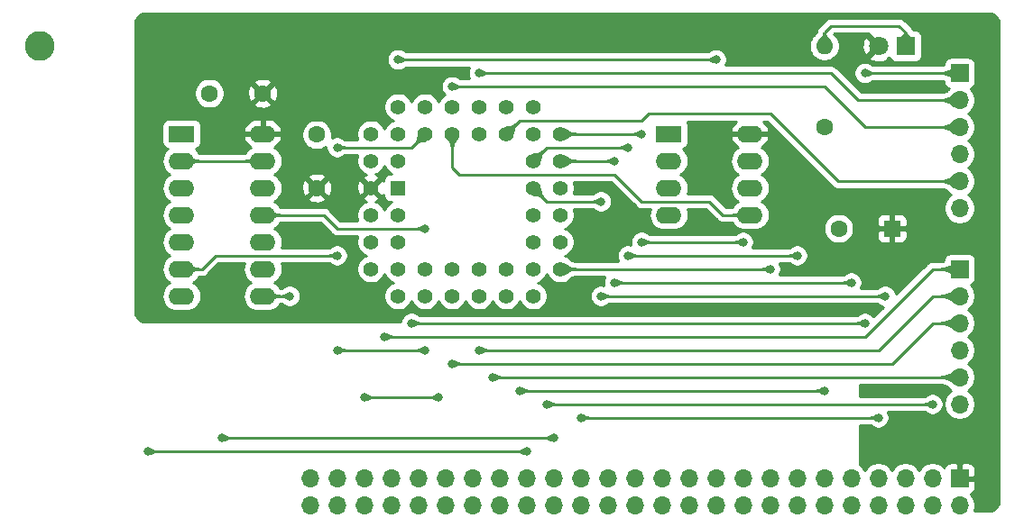
<source format=gbr>
%TF.GenerationSoftware,KiCad,Pcbnew,5.1.9*%
%TF.CreationDate,2021-02-01T10:24:50+01:00*%
%TF.ProjectId,UART_SC28L92_PLCC,55415254-5f53-4433-9238-4c39325f504c,1.0*%
%TF.SameCoordinates,Original*%
%TF.FileFunction,Copper,L1,Top*%
%TF.FilePolarity,Positive*%
%FSLAX46Y46*%
G04 Gerber Fmt 4.6, Leading zero omitted, Abs format (unit mm)*
G04 Created by KiCad (PCBNEW 5.1.9) date 2021-02-01 10:24:50*
%MOMM*%
%LPD*%
G01*
G04 APERTURE LIST*
%TA.AperFunction,ComponentPad*%
%ADD10C,1.422400*%
%TD*%
%TA.AperFunction,ComponentPad*%
%ADD11R,1.422400X1.422400*%
%TD*%
%TA.AperFunction,ComponentPad*%
%ADD12O,2.400000X1.600000*%
%TD*%
%TA.AperFunction,ComponentPad*%
%ADD13R,2.400000X1.600000*%
%TD*%
%TA.AperFunction,ComponentPad*%
%ADD14C,1.600000*%
%TD*%
%TA.AperFunction,ComponentPad*%
%ADD15O,1.700000X1.700000*%
%TD*%
%TA.AperFunction,ComponentPad*%
%ADD16R,1.700000X1.700000*%
%TD*%
%TA.AperFunction,ComponentPad*%
%ADD17R,1.600000X1.600000*%
%TD*%
%TA.AperFunction,ComponentPad*%
%ADD18C,2.800000*%
%TD*%
%TA.AperFunction,ComponentPad*%
%ADD19O,1.600000X1.600000*%
%TD*%
%TA.AperFunction,ComponentPad*%
%ADD20C,1.800000*%
%TD*%
%TA.AperFunction,ComponentPad*%
%ADD21R,1.800000X1.800000*%
%TD*%
%TA.AperFunction,ViaPad*%
%ADD22C,0.812800*%
%TD*%
%TA.AperFunction,Conductor*%
%ADD23C,0.228600*%
%TD*%
%TA.AperFunction,Conductor*%
%ADD24C,0.254000*%
%TD*%
%TA.AperFunction,Conductor*%
%ADD25C,0.100000*%
%TD*%
%TA.AperFunction,Conductor*%
%ADD26C,0.025400*%
%TD*%
G04 APERTURE END LIST*
D10*
%TO.P,U1,39*%
%TO.N,/~IOSEL*%
X105410000Y-87630000D03*
%TO.P,U1,37*%
%TO.N,N/C*%
X107950000Y-87630000D03*
%TO.P,U1,35*%
%TO.N,/RxDa*%
X110490000Y-87630000D03*
%TO.P,U1,33*%
%TO.N,/TxDa*%
X113030000Y-87630000D03*
%TO.P,U1,31*%
%TO.N,N/C*%
X115570000Y-87630000D03*
%TO.P,U1,40*%
X102870000Y-90170000D03*
%TO.P,U1,38*%
%TO.N,/RESET*%
X107950000Y-90170000D03*
%TO.P,U1,36*%
%TO.N,/clk_uart*%
X110490000Y-90170000D03*
%TO.P,U1,34*%
%TO.N,N/C*%
X113030000Y-90170000D03*
%TO.P,U1,32*%
%TO.N,/RTSa*%
X115570000Y-90170000D03*
%TO.P,U1,30*%
%TO.N,N/C*%
X118110000Y-90170000D03*
%TO.P,U1,28*%
%TO.N,/D0*%
X120650000Y-90170000D03*
%TO.P,U1,26*%
%TO.N,/D4*%
X120650000Y-92710000D03*
%TO.P,U1,24*%
%TO.N,/~IRQ*%
X120650000Y-95250000D03*
%TO.P,U1,22*%
%TO.N,GND*%
X120650000Y-97790000D03*
%TO.P,U1,20*%
%TO.N,/D5*%
X120650000Y-100330000D03*
%TO.P,U1,18*%
%TO.N,/D1*%
X120650000Y-102870000D03*
%TO.P,U1,29*%
%TO.N,N/C*%
X118110000Y-87630000D03*
%TO.P,U1,27*%
%TO.N,/D2*%
X118110000Y-92710000D03*
%TO.P,U1,25*%
%TO.N,/D6*%
X118110000Y-95250000D03*
%TO.P,U1,23*%
%TO.N,N/C*%
X118110000Y-97790000D03*
%TO.P,U1,21*%
%TO.N,/D7*%
X118110000Y-100330000D03*
%TO.P,U1,19*%
%TO.N,/D3*%
X118110000Y-102870000D03*
%TO.P,U1,17*%
%TO.N,N/C*%
X118110000Y-105410000D03*
%TO.P,U1,15*%
X115570000Y-105410000D03*
%TO.P,U1,13*%
%TO.N,/TxDb*%
X113030000Y-105410000D03*
%TO.P,U1,11*%
%TO.N,/RxDb*%
X110490000Y-105410000D03*
%TO.P,U1,9*%
%TO.N,/~WR*%
X107950000Y-105410000D03*
%TO.P,U1,7*%
%TO.N,/A3*%
X105410000Y-105410000D03*
%TO.P,U1,16*%
%TO.N,N/C*%
X115570000Y-102870000D03*
%TO.P,U1,14*%
%TO.N,/RTSb*%
X113030000Y-102870000D03*
%TO.P,U1,12*%
%TO.N,N/C*%
X110490000Y-102870000D03*
%TO.P,U1,10*%
%TO.N,/~RD*%
X107950000Y-102870000D03*
%TO.P,U1,8*%
%TO.N,/CTSa*%
X105410000Y-102870000D03*
%TO.P,U1,42*%
%TO.N,N/C*%
X102870000Y-92710000D03*
%TO.P,U1,44*%
%TO.N,VCC*%
X102870000Y-95250000D03*
%TO.P,U1,6*%
%TO.N,/A2*%
X102870000Y-102870000D03*
%TO.P,U1,4*%
%TO.N,/A1*%
X102870000Y-100330000D03*
%TO.P,U1,2*%
%TO.N,/A0*%
X102870000Y-97790000D03*
%TO.P,U1,41*%
%TO.N,N/C*%
X105410000Y-90170000D03*
%TO.P,U1,43*%
X105410000Y-92710000D03*
%TO.P,U1,5*%
%TO.N,/CTSb*%
X105410000Y-100330000D03*
%TO.P,U1,3*%
%TO.N,N/C*%
X105410000Y-97790000D03*
D11*
%TO.P,U1,1*%
X105410000Y-95250000D03*
%TD*%
D12*
%TO.P,U2,14*%
%TO.N,VCC*%
X92710000Y-90170000D03*
%TO.P,U2,7*%
%TO.N,GND*%
X85090000Y-105410000D03*
%TO.P,U2,13*%
%TO.N,/R~W*%
X92710000Y-92710000D03*
%TO.P,U2,6*%
%TO.N,/~WR*%
X85090000Y-102870000D03*
%TO.P,U2,12*%
%TO.N,/PHI2*%
X92710000Y-95250000D03*
%TO.P,U2,5*%
X85090000Y-100330000D03*
%TO.P,U2,11*%
%TO.N,/~RD*%
X92710000Y-97790000D03*
%TO.P,U2,4*%
%TO.N,Net-(U2-Pad3)*%
X85090000Y-97790000D03*
%TO.P,U2,10*%
%TO.N,/~RESET*%
X92710000Y-100330000D03*
%TO.P,U2,3*%
%TO.N,Net-(U2-Pad3)*%
X85090000Y-95250000D03*
%TO.P,U2,9*%
%TO.N,/~RESET*%
X92710000Y-102870000D03*
%TO.P,U2,2*%
%TO.N,/R~W*%
X85090000Y-92710000D03*
%TO.P,U2,8*%
%TO.N,/RESET*%
X92710000Y-105410000D03*
D13*
%TO.P,U2,1*%
%TO.N,/R~W*%
X85090000Y-90170000D03*
%TD*%
D14*
%TO.P,C1,2*%
%TO.N,GND*%
X97790000Y-90250000D03*
%TO.P,C1,1*%
%TO.N,VCC*%
X97790000Y-95250000D03*
%TD*%
D12*
%TO.P,X1,8*%
%TO.N,VCC*%
X138430000Y-90170000D03*
%TO.P,X1,4*%
%TO.N,GND*%
X130810000Y-97790000D03*
%TO.P,X1,7*%
%TO.N,N/C*%
X138430000Y-92710000D03*
%TO.P,X1,3*%
X130810000Y-95250000D03*
%TO.P,X1,6*%
X138430000Y-95250000D03*
%TO.P,X1,2*%
X130810000Y-92710000D03*
%TO.P,X1,5*%
%TO.N,/clk_uart*%
X138430000Y-97790000D03*
D13*
%TO.P,X1,1*%
%TO.N,N/C*%
X130810000Y-90170000D03*
%TD*%
D15*
%TO.P,J3,6*%
%TO.N,GND*%
X158115000Y-115570000D03*
%TO.P,J3,5*%
%TO.N,/RTSb*%
X158115000Y-113030000D03*
%TO.P,J3,4*%
%TO.N,N/C*%
X158115000Y-110490000D03*
%TO.P,J3,3*%
%TO.N,/RxDb*%
X158115000Y-107950000D03*
%TO.P,J3,2*%
%TO.N,/TxDb*%
X158115000Y-105410000D03*
D16*
%TO.P,J3,1*%
%TO.N,/CTSb*%
X158115000Y-102870000D03*
%TD*%
D15*
%TO.P,J2,6*%
%TO.N,GND*%
X158115000Y-97155000D03*
%TO.P,J2,5*%
%TO.N,/RTSa*%
X158115000Y-94615000D03*
%TO.P,J2,4*%
%TO.N,N/C*%
X158115000Y-92075000D03*
%TO.P,J2,3*%
%TO.N,/RxDa*%
X158115000Y-89535000D03*
%TO.P,J2,2*%
%TO.N,/TxDa*%
X158115000Y-86995000D03*
D16*
%TO.P,J2,1*%
%TO.N,/CTSa*%
X158115000Y-84455000D03*
%TD*%
D14*
%TO.P,C3,2*%
%TO.N,GND*%
X146765000Y-99060000D03*
D17*
%TO.P,C3,1*%
%TO.N,VCC*%
X151765000Y-99060000D03*
%TD*%
D14*
%TO.P,C2,2*%
%TO.N,GND*%
X87710000Y-86360000D03*
%TO.P,C2,1*%
%TO.N,VCC*%
X92710000Y-86360000D03*
%TD*%
D18*
%TO.P,TP1,1*%
%TO.N,GND*%
X71755000Y-81915000D03*
%TD*%
D19*
%TO.P,R1,2*%
%TO.N,Net-(D1-Pad1)*%
X145415000Y-81915000D03*
D14*
%TO.P,R1,1*%
%TO.N,GND*%
X145415000Y-89535000D03*
%TD*%
D15*
%TO.P,J1,50*%
%TO.N,GND*%
X97155000Y-125095000D03*
%TO.P,J1,49*%
%TO.N,/~RESET*%
X97155000Y-122555000D03*
%TO.P,J1,48*%
%TO.N,/A0*%
X99695000Y-125095000D03*
%TO.P,J1,47*%
%TO.N,N/C*%
X99695000Y-122555000D03*
%TO.P,J1,46*%
%TO.N,/A1*%
X102235000Y-125095000D03*
%TO.P,J1,45*%
%TO.N,/~IRQ*%
X102235000Y-122555000D03*
%TO.P,J1,44*%
%TO.N,/A2*%
X104775000Y-125095000D03*
%TO.P,J1,43*%
%TO.N,N/C*%
X104775000Y-122555000D03*
%TO.P,J1,42*%
%TO.N,/A3*%
X107315000Y-125095000D03*
%TO.P,J1,41*%
%TO.N,N/C*%
X107315000Y-122555000D03*
%TO.P,J1,40*%
X109855000Y-125095000D03*
%TO.P,J1,39*%
X109855000Y-122555000D03*
%TO.P,J1,38*%
X112395000Y-125095000D03*
%TO.P,J1,37*%
X112395000Y-122555000D03*
%TO.P,J1,36*%
X114935000Y-125095000D03*
%TO.P,J1,35*%
X114935000Y-122555000D03*
%TO.P,J1,34*%
X117475000Y-125095000D03*
%TO.P,J1,33*%
%TO.N,/R~W*%
X117475000Y-122555000D03*
%TO.P,J1,32*%
%TO.N,N/C*%
X120015000Y-125095000D03*
%TO.P,J1,31*%
%TO.N,/PHI2*%
X120015000Y-122555000D03*
%TO.P,J1,30*%
%TO.N,N/C*%
X122555000Y-125095000D03*
%TO.P,J1,29*%
X122555000Y-122555000D03*
%TO.P,J1,28*%
X125095000Y-125095000D03*
%TO.P,J1,27*%
X125095000Y-122555000D03*
%TO.P,J1,26*%
X127635000Y-125095000D03*
%TO.P,J1,25*%
X127635000Y-122555000D03*
%TO.P,J1,24*%
X130175000Y-125095000D03*
%TO.P,J1,23*%
X130175000Y-122555000D03*
%TO.P,J1,22*%
X132715000Y-125095000D03*
%TO.P,J1,21*%
X132715000Y-122555000D03*
%TO.P,J1,20*%
X135255000Y-125095000D03*
%TO.P,J1,19*%
%TO.N,/~IOSEL*%
X135255000Y-122555000D03*
%TO.P,J1,18*%
%TO.N,N/C*%
X137795000Y-125095000D03*
%TO.P,J1,17*%
%TO.N,/D0*%
X137795000Y-122555000D03*
%TO.P,J1,16*%
%TO.N,N/C*%
X140335000Y-125095000D03*
%TO.P,J1,15*%
%TO.N,/D1*%
X140335000Y-122555000D03*
%TO.P,J1,14*%
%TO.N,N/C*%
X142875000Y-125095000D03*
%TO.P,J1,13*%
%TO.N,/D2*%
X142875000Y-122555000D03*
%TO.P,J1,12*%
%TO.N,N/C*%
X145415000Y-125095000D03*
%TO.P,J1,11*%
%TO.N,/D3*%
X145415000Y-122555000D03*
%TO.P,J1,10*%
%TO.N,N/C*%
X147955000Y-125095000D03*
%TO.P,J1,9*%
%TO.N,/D4*%
X147955000Y-122555000D03*
%TO.P,J1,8*%
%TO.N,N/C*%
X150495000Y-125095000D03*
%TO.P,J1,7*%
%TO.N,/D5*%
X150495000Y-122555000D03*
%TO.P,J1,6*%
%TO.N,N/C*%
X153035000Y-125095000D03*
%TO.P,J1,5*%
%TO.N,/D6*%
X153035000Y-122555000D03*
%TO.P,J1,4*%
%TO.N,N/C*%
X155575000Y-125095000D03*
%TO.P,J1,3*%
%TO.N,/D7*%
X155575000Y-122555000D03*
%TO.P,J1,2*%
%TO.N,N/C*%
X158115000Y-125095000D03*
D16*
%TO.P,J1,1*%
%TO.N,VCC*%
X158115000Y-122555000D03*
%TD*%
D20*
%TO.P,D1,2*%
%TO.N,VCC*%
X150495000Y-81915000D03*
D21*
%TO.P,D1,1*%
%TO.N,Net-(D1-Pad1)*%
X153035000Y-81915000D03*
%TD*%
D22*
%TO.N,/D0*%
X128270000Y-90170000D03*
X128270000Y-100330000D03*
X137795000Y-100330000D03*
%TO.N,/D1*%
X140335000Y-102870000D03*
%TO.N,/D2*%
X127000000Y-91440000D03*
X127000000Y-101600000D03*
X142875000Y-101600000D03*
%TO.N,/D3*%
X116840000Y-114300000D03*
X145415000Y-114300000D03*
%TO.N,/D4*%
X125730000Y-92710000D03*
X125730000Y-104140000D03*
X147955000Y-104140000D03*
%TO.N,/D5*%
X150495000Y-116840000D03*
X122555000Y-116840000D03*
%TO.N,/D6*%
X124460000Y-96520000D03*
X124460000Y-105410000D03*
X151130000Y-105410000D03*
%TO.N,/D7*%
X119380000Y-115570000D03*
X155575000Y-115570000D03*
%TO.N,/R~W*%
X117475000Y-120015000D03*
X81915000Y-120015000D03*
%TO.N,/~IOSEL*%
X135255000Y-83185000D03*
X105410000Y-83185000D03*
%TO.N,/RxDa*%
X110490000Y-85725000D03*
%TO.N,/TxDa*%
X113030000Y-84455000D03*
%TO.N,/CTSa*%
X106680000Y-107950000D03*
X149225000Y-107950000D03*
X149225000Y-84455000D03*
%TO.N,/RTSb*%
X114300000Y-113030000D03*
%TO.N,/RxDb*%
X110490000Y-111760000D03*
%TO.N,/TxDb*%
X113030000Y-110490000D03*
%TO.N,/CTSb*%
X104140000Y-109220000D03*
%TO.N,/~IRQ*%
X109220000Y-114935000D03*
X102235000Y-114935000D03*
%TO.N,/PHI2*%
X88900000Y-118745000D03*
X120015000Y-118745000D03*
%TO.N,/RESET*%
X95250000Y-105410000D03*
X99695000Y-91440000D03*
%TO.N,/~WR*%
X99695000Y-101600000D03*
X107950000Y-110490000D03*
X99695000Y-110490000D03*
%TO.N,/~RD*%
X107950000Y-99060000D03*
%TD*%
D23*
%TO.N,Net-(D1-Pad1)*%
X153035000Y-80645000D02*
X153035000Y-81915000D01*
X152400000Y-80010000D02*
X153035000Y-80645000D01*
X146050000Y-80010000D02*
X152400000Y-80010000D01*
X145415000Y-80645000D02*
X146050000Y-80010000D01*
X145415000Y-81915000D02*
X145415000Y-80645000D01*
%TO.N,/D0*%
X120650000Y-90170000D02*
X128270000Y-90170000D01*
X128270000Y-100330000D02*
X137795000Y-100330000D01*
%TO.N,/D1*%
X140335000Y-102870000D02*
X120650000Y-102870000D01*
%TO.N,/D2*%
X118110000Y-92710000D02*
X119380000Y-91440000D01*
X119380000Y-91440000D02*
X127000000Y-91440000D01*
X127000000Y-101600000D02*
X142875000Y-101600000D01*
%TO.N,/D3*%
X116840000Y-114300000D02*
X145415000Y-114300000D01*
%TO.N,/D4*%
X120650000Y-92710000D02*
X125730000Y-92710000D01*
X125730000Y-104140000D02*
X147955000Y-104140000D01*
%TO.N,/D5*%
X150495000Y-116840000D02*
X122555000Y-116840000D01*
%TO.N,/D6*%
X118110000Y-95250000D02*
X119380000Y-96520000D01*
X119380000Y-96520000D02*
X124460000Y-96520000D01*
X124460000Y-105410000D02*
X151130000Y-105410000D01*
%TO.N,/D7*%
X119380000Y-115570000D02*
X155575000Y-115570000D01*
%TO.N,/R~W*%
X85090000Y-92710000D02*
X92710000Y-92710000D01*
X81915000Y-120015000D02*
X117475000Y-120015000D01*
%TO.N,/~IOSEL*%
X135255000Y-83185000D02*
X105410000Y-83185000D01*
%TO.N,/RTSa*%
X146685000Y-94615000D02*
X158115000Y-94615000D01*
X128905000Y-88265000D02*
X140335000Y-88265000D01*
X128270000Y-88900000D02*
X128905000Y-88265000D01*
X140335000Y-88265000D02*
X146685000Y-94615000D01*
X116840000Y-88900000D02*
X128270000Y-88900000D01*
X115570000Y-90170000D02*
X116840000Y-88900000D01*
%TO.N,/RxDa*%
X145415000Y-85725000D02*
X149225000Y-89535000D01*
X149225000Y-89535000D02*
X158115000Y-89535000D01*
X114935000Y-85725000D02*
X145415000Y-85725000D01*
X110490000Y-85725000D02*
X111760000Y-85725000D01*
X111760000Y-85725000D02*
X114935000Y-85725000D01*
%TO.N,/TxDa*%
X148590000Y-86995000D02*
X146050000Y-84455000D01*
X158115000Y-86995000D02*
X148590000Y-86995000D01*
X113030000Y-84455000D02*
X114935000Y-84455000D01*
X114935000Y-84455000D02*
X114300000Y-84455000D01*
X146050000Y-84455000D02*
X114935000Y-84455000D01*
%TO.N,/CTSa*%
X106680000Y-107950000D02*
X137795000Y-107950000D01*
X137795000Y-107950000D02*
X149225000Y-107950000D01*
X149225000Y-84455000D02*
X158115000Y-84455000D01*
%TO.N,/RTSb*%
X114300000Y-113030000D02*
X158115000Y-113030000D01*
%TO.N,/RxDb*%
X110490000Y-111760000D02*
X151765000Y-111760000D01*
X155575000Y-107950000D02*
X158115000Y-107950000D01*
X151765000Y-111760000D02*
X155575000Y-107950000D01*
%TO.N,/TxDb*%
X113030000Y-110490000D02*
X150495000Y-110490000D01*
X155575000Y-105410000D02*
X158115000Y-105410000D01*
X150495000Y-110490000D02*
X155575000Y-105410000D01*
%TO.N,/CTSb*%
X155575000Y-102870000D02*
X158115000Y-102870000D01*
X149225000Y-109220000D02*
X155575000Y-102870000D01*
X104140000Y-109220000D02*
X149225000Y-109220000D01*
%TO.N,/clk_uart*%
X134620000Y-96520000D02*
X135890000Y-97790000D01*
X128270000Y-96520000D02*
X134620000Y-96520000D01*
X125730000Y-93980000D02*
X128270000Y-96520000D01*
X111125000Y-93980000D02*
X125730000Y-93980000D01*
X110490000Y-93345000D02*
X111125000Y-93980000D01*
X135890000Y-97790000D02*
X138430000Y-97790000D01*
X110490000Y-90170000D02*
X110490000Y-93345000D01*
%TO.N,/~IRQ*%
X109220000Y-114935000D02*
X102235000Y-114935000D01*
%TO.N,/PHI2*%
X88900000Y-118745000D02*
X120015000Y-118745000D01*
%TO.N,/RESET*%
X92710000Y-105410000D02*
X95250000Y-105410000D01*
X106680000Y-91440000D02*
X107950000Y-90170000D01*
X99695000Y-91440000D02*
X106680000Y-91440000D01*
%TO.N,/~WR*%
X85090000Y-102870000D02*
X86995000Y-102870000D01*
X86995000Y-102870000D02*
X88265000Y-101600000D01*
X88265000Y-101600000D02*
X99695000Y-101600000D01*
X99695000Y-110490000D02*
X107950000Y-110490000D01*
%TO.N,/~RD*%
X99695000Y-99060000D02*
X107950000Y-99060000D01*
X98425000Y-97790000D02*
X99695000Y-99060000D01*
X92710000Y-97790000D02*
X98425000Y-97790000D01*
%TD*%
D24*
%TO.N,VCC*%
X161291399Y-78930649D02*
X161343692Y-78973298D01*
X161490438Y-79120044D01*
X161712327Y-79388261D01*
X161798000Y-79546711D01*
X161798000Y-124942737D01*
X161727532Y-125112862D01*
X161307862Y-125532532D01*
X161137737Y-125603000D01*
X159511932Y-125603000D01*
X159542932Y-125528158D01*
X159600000Y-125241260D01*
X159600000Y-124948740D01*
X159542932Y-124661842D01*
X159430990Y-124391589D01*
X159268475Y-124148368D01*
X159136620Y-124016513D01*
X159209180Y-123994502D01*
X159319494Y-123935537D01*
X159416185Y-123856185D01*
X159495537Y-123759494D01*
X159554502Y-123649180D01*
X159590812Y-123529482D01*
X159603072Y-123405000D01*
X159600000Y-122840750D01*
X159441250Y-122682000D01*
X158242000Y-122682000D01*
X158242000Y-122702000D01*
X157988000Y-122702000D01*
X157988000Y-122682000D01*
X157968000Y-122682000D01*
X157968000Y-122428000D01*
X157988000Y-122428000D01*
X157988000Y-121228750D01*
X158242000Y-121228750D01*
X158242000Y-122428000D01*
X159441250Y-122428000D01*
X159600000Y-122269250D01*
X159603072Y-121705000D01*
X159590812Y-121580518D01*
X159554502Y-121460820D01*
X159495537Y-121350506D01*
X159416185Y-121253815D01*
X159319494Y-121174463D01*
X159209180Y-121115498D01*
X159089482Y-121079188D01*
X158965000Y-121066928D01*
X158400750Y-121070000D01*
X158242000Y-121228750D01*
X157988000Y-121228750D01*
X157829250Y-121070000D01*
X157265000Y-121066928D01*
X157140518Y-121079188D01*
X157020820Y-121115498D01*
X156910506Y-121174463D01*
X156813815Y-121253815D01*
X156734463Y-121350506D01*
X156675498Y-121460820D01*
X156653487Y-121533380D01*
X156521632Y-121401525D01*
X156278411Y-121239010D01*
X156008158Y-121127068D01*
X155721260Y-121070000D01*
X155428740Y-121070000D01*
X155141842Y-121127068D01*
X154871589Y-121239010D01*
X154628368Y-121401525D01*
X154421525Y-121608368D01*
X154305000Y-121782760D01*
X154188475Y-121608368D01*
X153981632Y-121401525D01*
X153738411Y-121239010D01*
X153468158Y-121127068D01*
X153181260Y-121070000D01*
X152888740Y-121070000D01*
X152601842Y-121127068D01*
X152331589Y-121239010D01*
X152088368Y-121401525D01*
X151881525Y-121608368D01*
X151765000Y-121782760D01*
X151648475Y-121608368D01*
X151441632Y-121401525D01*
X151198411Y-121239010D01*
X150928158Y-121127068D01*
X150641260Y-121070000D01*
X150348740Y-121070000D01*
X150061842Y-121127068D01*
X149791589Y-121239010D01*
X149548368Y-121401525D01*
X149341525Y-121608368D01*
X149225000Y-121782760D01*
X149108475Y-121608368D01*
X148901632Y-121401525D01*
X148717000Y-121278158D01*
X148717000Y-117589300D01*
X149771538Y-117589300D01*
X149831146Y-117648908D01*
X150001712Y-117762877D01*
X150191235Y-117841380D01*
X150392431Y-117881400D01*
X150597569Y-117881400D01*
X150798765Y-117841380D01*
X150988288Y-117762877D01*
X151158854Y-117648908D01*
X151303908Y-117503854D01*
X151417877Y-117333288D01*
X151496380Y-117143765D01*
X151536400Y-116942569D01*
X151536400Y-116737431D01*
X151496380Y-116536235D01*
X151417877Y-116346712D01*
X151399561Y-116319300D01*
X154851538Y-116319300D01*
X154911146Y-116378908D01*
X155081712Y-116492877D01*
X155271235Y-116571380D01*
X155472431Y-116611400D01*
X155677569Y-116611400D01*
X155878765Y-116571380D01*
X156068288Y-116492877D01*
X156238854Y-116378908D01*
X156383908Y-116233854D01*
X156497877Y-116063288D01*
X156576380Y-115873765D01*
X156616400Y-115672569D01*
X156616400Y-115467431D01*
X156576380Y-115266235D01*
X156497877Y-115076712D01*
X156383908Y-114906146D01*
X156238854Y-114761092D01*
X156068288Y-114647123D01*
X155878765Y-114568620D01*
X155677569Y-114528600D01*
X155472431Y-114528600D01*
X155271235Y-114568620D01*
X155081712Y-114647123D01*
X154911146Y-114761092D01*
X154851538Y-114820700D01*
X148717000Y-114820700D01*
X148717000Y-113779300D01*
X156327771Y-113779300D01*
X156430735Y-113782904D01*
X156516071Y-113792172D01*
X156595183Y-113806999D01*
X156668941Y-113827061D01*
X156738368Y-113852264D01*
X156804550Y-113882788D01*
X156868501Y-113919084D01*
X156931091Y-113961831D01*
X156992935Y-114011850D01*
X157064009Y-114079116D01*
X157168368Y-114183475D01*
X157342760Y-114300000D01*
X157168368Y-114416525D01*
X156961525Y-114623368D01*
X156799010Y-114866589D01*
X156687068Y-115136842D01*
X156630000Y-115423740D01*
X156630000Y-115716260D01*
X156687068Y-116003158D01*
X156799010Y-116273411D01*
X156961525Y-116516632D01*
X157168368Y-116723475D01*
X157411589Y-116885990D01*
X157681842Y-116997932D01*
X157968740Y-117055000D01*
X158261260Y-117055000D01*
X158548158Y-116997932D01*
X158818411Y-116885990D01*
X159061632Y-116723475D01*
X159268475Y-116516632D01*
X159430990Y-116273411D01*
X159542932Y-116003158D01*
X159600000Y-115716260D01*
X159600000Y-115423740D01*
X159542932Y-115136842D01*
X159430990Y-114866589D01*
X159268475Y-114623368D01*
X159061632Y-114416525D01*
X158887240Y-114300000D01*
X159061632Y-114183475D01*
X159268475Y-113976632D01*
X159430990Y-113733411D01*
X159542932Y-113463158D01*
X159600000Y-113176260D01*
X159600000Y-112883740D01*
X159542932Y-112596842D01*
X159430990Y-112326589D01*
X159268475Y-112083368D01*
X159061632Y-111876525D01*
X158887240Y-111760000D01*
X159061632Y-111643475D01*
X159268475Y-111436632D01*
X159430990Y-111193411D01*
X159542932Y-110923158D01*
X159600000Y-110636260D01*
X159600000Y-110343740D01*
X159542932Y-110056842D01*
X159430990Y-109786589D01*
X159268475Y-109543368D01*
X159061632Y-109336525D01*
X158887240Y-109220000D01*
X159061632Y-109103475D01*
X159268475Y-108896632D01*
X159430990Y-108653411D01*
X159542932Y-108383158D01*
X159600000Y-108096260D01*
X159600000Y-107803740D01*
X159542932Y-107516842D01*
X159430990Y-107246589D01*
X159268475Y-107003368D01*
X159061632Y-106796525D01*
X158887240Y-106680000D01*
X159061632Y-106563475D01*
X159268475Y-106356632D01*
X159430990Y-106113411D01*
X159542932Y-105843158D01*
X159600000Y-105556260D01*
X159600000Y-105263740D01*
X159542932Y-104976842D01*
X159430990Y-104706589D01*
X159268475Y-104463368D01*
X159136620Y-104331513D01*
X159209180Y-104309502D01*
X159319494Y-104250537D01*
X159416185Y-104171185D01*
X159495537Y-104074494D01*
X159554502Y-103964180D01*
X159590812Y-103844482D01*
X159603072Y-103720000D01*
X159603072Y-102020000D01*
X159590812Y-101895518D01*
X159554502Y-101775820D01*
X159495537Y-101665506D01*
X159416185Y-101568815D01*
X159319494Y-101489463D01*
X159209180Y-101430498D01*
X159089482Y-101394188D01*
X158965000Y-101381928D01*
X157265000Y-101381928D01*
X157140518Y-101394188D01*
X157020820Y-101430498D01*
X156910506Y-101489463D01*
X156813815Y-101568815D01*
X156734463Y-101665506D01*
X156675498Y-101775820D01*
X156639188Y-101895518D01*
X156626928Y-102020000D01*
X156626928Y-102084366D01*
X156595183Y-102093001D01*
X156516071Y-102107828D01*
X156430735Y-102117096D01*
X156327771Y-102120700D01*
X155611795Y-102120700D01*
X155574999Y-102117076D01*
X155538203Y-102120700D01*
X155538194Y-102120700D01*
X155428112Y-102131542D01*
X155286868Y-102174388D01*
X155202038Y-102219730D01*
X155156696Y-102243966D01*
X155071190Y-102314140D01*
X155042602Y-102337602D01*
X155019141Y-102366189D01*
X152155887Y-105229443D01*
X152131380Y-105106235D01*
X152052877Y-104916712D01*
X151938908Y-104746146D01*
X151793854Y-104601092D01*
X151623288Y-104487123D01*
X151433765Y-104408620D01*
X151232569Y-104368600D01*
X151027431Y-104368600D01*
X150826235Y-104408620D01*
X150636712Y-104487123D01*
X150466146Y-104601092D01*
X150406538Y-104660700D01*
X148859561Y-104660700D01*
X148877877Y-104633288D01*
X148956380Y-104443765D01*
X148996400Y-104242569D01*
X148996400Y-104037431D01*
X148956380Y-103836235D01*
X148877877Y-103646712D01*
X148763908Y-103476146D01*
X148618854Y-103331092D01*
X148448288Y-103217123D01*
X148258765Y-103138620D01*
X148057569Y-103098600D01*
X147852431Y-103098600D01*
X147651235Y-103138620D01*
X147461712Y-103217123D01*
X147291146Y-103331092D01*
X147231538Y-103390700D01*
X141239561Y-103390700D01*
X141257877Y-103363288D01*
X141336380Y-103173765D01*
X141376400Y-102972569D01*
X141376400Y-102767431D01*
X141336380Y-102566235D01*
X141257877Y-102376712D01*
X141239561Y-102349300D01*
X142151538Y-102349300D01*
X142211146Y-102408908D01*
X142381712Y-102522877D01*
X142571235Y-102601380D01*
X142772431Y-102641400D01*
X142977569Y-102641400D01*
X143178765Y-102601380D01*
X143368288Y-102522877D01*
X143538854Y-102408908D01*
X143683908Y-102263854D01*
X143797877Y-102093288D01*
X143876380Y-101903765D01*
X143916400Y-101702569D01*
X143916400Y-101497431D01*
X143876380Y-101296235D01*
X143797877Y-101106712D01*
X143683908Y-100936146D01*
X143538854Y-100791092D01*
X143368288Y-100677123D01*
X143178765Y-100598620D01*
X142977569Y-100558600D01*
X142772431Y-100558600D01*
X142571235Y-100598620D01*
X142381712Y-100677123D01*
X142211146Y-100791092D01*
X142151538Y-100850700D01*
X138699561Y-100850700D01*
X138717877Y-100823288D01*
X138796380Y-100633765D01*
X138836400Y-100432569D01*
X138836400Y-100227431D01*
X138796380Y-100026235D01*
X138717877Y-99836712D01*
X138603908Y-99666146D01*
X138458854Y-99521092D01*
X138288288Y-99407123D01*
X138098765Y-99328620D01*
X137897569Y-99288600D01*
X137692431Y-99288600D01*
X137491235Y-99328620D01*
X137301712Y-99407123D01*
X137131146Y-99521092D01*
X137071538Y-99580700D01*
X128993462Y-99580700D01*
X128933854Y-99521092D01*
X128763288Y-99407123D01*
X128573765Y-99328620D01*
X128372569Y-99288600D01*
X128167431Y-99288600D01*
X127966235Y-99328620D01*
X127776712Y-99407123D01*
X127606146Y-99521092D01*
X127461092Y-99666146D01*
X127347123Y-99836712D01*
X127268620Y-100026235D01*
X127228600Y-100227431D01*
X127228600Y-100432569D01*
X127259893Y-100589893D01*
X127102569Y-100558600D01*
X126897431Y-100558600D01*
X126696235Y-100598620D01*
X126506712Y-100677123D01*
X126336146Y-100791092D01*
X126191092Y-100936146D01*
X126077123Y-101106712D01*
X125998620Y-101296235D01*
X125958600Y-101497431D01*
X125958600Y-101702569D01*
X125998620Y-101903765D01*
X126077123Y-102093288D01*
X126095439Y-102120700D01*
X122102154Y-102120700D01*
X122026830Y-102118064D01*
X121968259Y-102111707D01*
X121915014Y-102101733D01*
X121866205Y-102088463D01*
X121820827Y-102071997D01*
X121777790Y-102052153D01*
X121736083Y-102028489D01*
X121694829Y-102000319D01*
X121653420Y-101966832D01*
X121601704Y-101917889D01*
X121508153Y-101824338D01*
X121287665Y-101677013D01*
X121101740Y-101600000D01*
X121287665Y-101522987D01*
X121508153Y-101375662D01*
X121695662Y-101188153D01*
X121842987Y-100967665D01*
X121944467Y-100722672D01*
X121996200Y-100462589D01*
X121996200Y-100197411D01*
X121944467Y-99937328D01*
X121842987Y-99692335D01*
X121695662Y-99471847D01*
X121508153Y-99284338D01*
X121287665Y-99137013D01*
X121101740Y-99060000D01*
X121287665Y-98982987D01*
X121508153Y-98835662D01*
X121695662Y-98648153D01*
X121842987Y-98427665D01*
X121944467Y-98182672D01*
X121996200Y-97922589D01*
X121996200Y-97657411D01*
X121944467Y-97397328D01*
X121891436Y-97269300D01*
X123736538Y-97269300D01*
X123796146Y-97328908D01*
X123966712Y-97442877D01*
X124156235Y-97521380D01*
X124357431Y-97561400D01*
X124562569Y-97561400D01*
X124763765Y-97521380D01*
X124953288Y-97442877D01*
X125123854Y-97328908D01*
X125268908Y-97183854D01*
X125382877Y-97013288D01*
X125461380Y-96823765D01*
X125501400Y-96622569D01*
X125501400Y-96417431D01*
X125461380Y-96216235D01*
X125382877Y-96026712D01*
X125268908Y-95856146D01*
X125123854Y-95711092D01*
X124953288Y-95597123D01*
X124763765Y-95518620D01*
X124562569Y-95478600D01*
X124357431Y-95478600D01*
X124156235Y-95518620D01*
X123966712Y-95597123D01*
X123796146Y-95711092D01*
X123736538Y-95770700D01*
X121891436Y-95770700D01*
X121944467Y-95642672D01*
X121996200Y-95382589D01*
X121996200Y-95117411D01*
X121944467Y-94857328D01*
X121891436Y-94729300D01*
X125419631Y-94729300D01*
X127714139Y-97023809D01*
X127737602Y-97052398D01*
X127766188Y-97075858D01*
X127766190Y-97075860D01*
X127793040Y-97097895D01*
X127851697Y-97146034D01*
X127981868Y-97215612D01*
X128123112Y-97258458D01*
X128233194Y-97269300D01*
X128233203Y-97269300D01*
X128269999Y-97272924D01*
X128306795Y-97269300D01*
X129068382Y-97269300D01*
X128995764Y-97508691D01*
X128968057Y-97790000D01*
X128995764Y-98071309D01*
X129077818Y-98341808D01*
X129211068Y-98591101D01*
X129390392Y-98809608D01*
X129608899Y-98988932D01*
X129858192Y-99122182D01*
X130128691Y-99204236D01*
X130339508Y-99225000D01*
X131280492Y-99225000D01*
X131491309Y-99204236D01*
X131761808Y-99122182D01*
X132011101Y-98988932D01*
X132229608Y-98809608D01*
X132408932Y-98591101D01*
X132542182Y-98341808D01*
X132624236Y-98071309D01*
X132651943Y-97790000D01*
X132624236Y-97508691D01*
X132551618Y-97269300D01*
X134309631Y-97269300D01*
X135334139Y-98293809D01*
X135357602Y-98322398D01*
X135386188Y-98345858D01*
X135386190Y-98345860D01*
X135471696Y-98416034D01*
X135505245Y-98433966D01*
X135601868Y-98485612D01*
X135743112Y-98528458D01*
X135853194Y-98539300D01*
X135853203Y-98539300D01*
X135889999Y-98542924D01*
X135926795Y-98539300D01*
X136763466Y-98539300D01*
X136804140Y-98540723D01*
X136831068Y-98591101D01*
X137010392Y-98809608D01*
X137228899Y-98988932D01*
X137478192Y-99122182D01*
X137748691Y-99204236D01*
X137959508Y-99225000D01*
X138900492Y-99225000D01*
X139111309Y-99204236D01*
X139381808Y-99122182D01*
X139631101Y-98988932D01*
X139716721Y-98918665D01*
X145330000Y-98918665D01*
X145330000Y-99201335D01*
X145385147Y-99478574D01*
X145493320Y-99739727D01*
X145650363Y-99974759D01*
X145850241Y-100174637D01*
X146085273Y-100331680D01*
X146346426Y-100439853D01*
X146623665Y-100495000D01*
X146906335Y-100495000D01*
X147183574Y-100439853D01*
X147444727Y-100331680D01*
X147679759Y-100174637D01*
X147879637Y-99974759D01*
X147956316Y-99860000D01*
X150326928Y-99860000D01*
X150339188Y-99984482D01*
X150375498Y-100104180D01*
X150434463Y-100214494D01*
X150513815Y-100311185D01*
X150610506Y-100390537D01*
X150720820Y-100449502D01*
X150840518Y-100485812D01*
X150965000Y-100498072D01*
X151479250Y-100495000D01*
X151638000Y-100336250D01*
X151638000Y-99187000D01*
X151892000Y-99187000D01*
X151892000Y-100336250D01*
X152050750Y-100495000D01*
X152565000Y-100498072D01*
X152689482Y-100485812D01*
X152809180Y-100449502D01*
X152919494Y-100390537D01*
X153016185Y-100311185D01*
X153095537Y-100214494D01*
X153154502Y-100104180D01*
X153190812Y-99984482D01*
X153203072Y-99860000D01*
X153200000Y-99345750D01*
X153041250Y-99187000D01*
X151892000Y-99187000D01*
X151638000Y-99187000D01*
X150488750Y-99187000D01*
X150330000Y-99345750D01*
X150326928Y-99860000D01*
X147956316Y-99860000D01*
X148036680Y-99739727D01*
X148144853Y-99478574D01*
X148200000Y-99201335D01*
X148200000Y-98918665D01*
X148144853Y-98641426D01*
X148036680Y-98380273D01*
X147956317Y-98260000D01*
X150326928Y-98260000D01*
X150330000Y-98774250D01*
X150488750Y-98933000D01*
X151638000Y-98933000D01*
X151638000Y-97783750D01*
X151892000Y-97783750D01*
X151892000Y-98933000D01*
X153041250Y-98933000D01*
X153200000Y-98774250D01*
X153203072Y-98260000D01*
X153190812Y-98135518D01*
X153154502Y-98015820D01*
X153095537Y-97905506D01*
X153016185Y-97808815D01*
X152919494Y-97729463D01*
X152809180Y-97670498D01*
X152689482Y-97634188D01*
X152565000Y-97621928D01*
X152050750Y-97625000D01*
X151892000Y-97783750D01*
X151638000Y-97783750D01*
X151479250Y-97625000D01*
X150965000Y-97621928D01*
X150840518Y-97634188D01*
X150720820Y-97670498D01*
X150610506Y-97729463D01*
X150513815Y-97808815D01*
X150434463Y-97905506D01*
X150375498Y-98015820D01*
X150339188Y-98135518D01*
X150326928Y-98260000D01*
X147956317Y-98260000D01*
X147879637Y-98145241D01*
X147679759Y-97945363D01*
X147444727Y-97788320D01*
X147183574Y-97680147D01*
X146906335Y-97625000D01*
X146623665Y-97625000D01*
X146346426Y-97680147D01*
X146085273Y-97788320D01*
X145850241Y-97945363D01*
X145650363Y-98145241D01*
X145493320Y-98380273D01*
X145385147Y-98641426D01*
X145330000Y-98918665D01*
X139716721Y-98918665D01*
X139849608Y-98809608D01*
X140028932Y-98591101D01*
X140162182Y-98341808D01*
X140244236Y-98071309D01*
X140271943Y-97790000D01*
X140244236Y-97508691D01*
X140162182Y-97238192D01*
X140028932Y-96988899D01*
X139849608Y-96770392D01*
X139631101Y-96591068D01*
X139498142Y-96520000D01*
X139631101Y-96448932D01*
X139849608Y-96269608D01*
X140028932Y-96051101D01*
X140162182Y-95801808D01*
X140244236Y-95531309D01*
X140271943Y-95250000D01*
X140244236Y-94968691D01*
X140162182Y-94698192D01*
X140028932Y-94448899D01*
X139849608Y-94230392D01*
X139631101Y-94051068D01*
X139498142Y-93980000D01*
X139631101Y-93908932D01*
X139849608Y-93729608D01*
X140028932Y-93511101D01*
X140162182Y-93261808D01*
X140244236Y-92991309D01*
X140271943Y-92710000D01*
X140244236Y-92428691D01*
X140162182Y-92158192D01*
X140028932Y-91908899D01*
X139849608Y-91690392D01*
X139631101Y-91511068D01*
X139503259Y-91442735D01*
X139732839Y-91292601D01*
X139934500Y-91094895D01*
X140093715Y-90861646D01*
X140204367Y-90601818D01*
X140221904Y-90519039D01*
X140099915Y-90297000D01*
X138557000Y-90297000D01*
X138557000Y-90317000D01*
X138303000Y-90317000D01*
X138303000Y-90297000D01*
X136760085Y-90297000D01*
X136638096Y-90519039D01*
X136655633Y-90601818D01*
X136766285Y-90861646D01*
X136925500Y-91094895D01*
X137127161Y-91292601D01*
X137356741Y-91442735D01*
X137228899Y-91511068D01*
X137010392Y-91690392D01*
X136831068Y-91908899D01*
X136697818Y-92158192D01*
X136615764Y-92428691D01*
X136588057Y-92710000D01*
X136615764Y-92991309D01*
X136697818Y-93261808D01*
X136831068Y-93511101D01*
X137010392Y-93729608D01*
X137228899Y-93908932D01*
X137361858Y-93980000D01*
X137228899Y-94051068D01*
X137010392Y-94230392D01*
X136831068Y-94448899D01*
X136697818Y-94698192D01*
X136615764Y-94968691D01*
X136588057Y-95250000D01*
X136615764Y-95531309D01*
X136697818Y-95801808D01*
X136831068Y-96051101D01*
X137010392Y-96269608D01*
X137228899Y-96448932D01*
X137361858Y-96520000D01*
X137228899Y-96591068D01*
X137010392Y-96770392D01*
X136831068Y-96988899D01*
X136804140Y-97039277D01*
X136763486Y-97040700D01*
X136200370Y-97040700D01*
X135175863Y-96016194D01*
X135152398Y-95987602D01*
X135038303Y-95893966D01*
X134908132Y-95824388D01*
X134766888Y-95781542D01*
X134656806Y-95770700D01*
X134656795Y-95770700D01*
X134620000Y-95767076D01*
X134583205Y-95770700D01*
X132551618Y-95770700D01*
X132624236Y-95531309D01*
X132651943Y-95250000D01*
X132624236Y-94968691D01*
X132542182Y-94698192D01*
X132408932Y-94448899D01*
X132229608Y-94230392D01*
X132011101Y-94051068D01*
X131878142Y-93980000D01*
X132011101Y-93908932D01*
X132229608Y-93729608D01*
X132408932Y-93511101D01*
X132542182Y-93261808D01*
X132624236Y-92991309D01*
X132651943Y-92710000D01*
X132624236Y-92428691D01*
X132542182Y-92158192D01*
X132408932Y-91908899D01*
X132229608Y-91690392D01*
X132116518Y-91597581D01*
X132134482Y-91595812D01*
X132254180Y-91559502D01*
X132364494Y-91500537D01*
X132461185Y-91421185D01*
X132540537Y-91324494D01*
X132599502Y-91214180D01*
X132635812Y-91094482D01*
X132648072Y-90970000D01*
X132648072Y-89370000D01*
X132635812Y-89245518D01*
X132599502Y-89125820D01*
X132540537Y-89015506D01*
X132539547Y-89014300D01*
X137177775Y-89014300D01*
X137127161Y-89047399D01*
X136925500Y-89245105D01*
X136766285Y-89478354D01*
X136655633Y-89738182D01*
X136638096Y-89820961D01*
X136760085Y-90043000D01*
X138303000Y-90043000D01*
X138303000Y-90023000D01*
X138557000Y-90023000D01*
X138557000Y-90043000D01*
X140099915Y-90043000D01*
X140221904Y-89820961D01*
X140204367Y-89738182D01*
X140093715Y-89478354D01*
X139934500Y-89245105D01*
X139732839Y-89047399D01*
X139682225Y-89014300D01*
X140024631Y-89014300D01*
X146129141Y-95118811D01*
X146152602Y-95147398D01*
X146181188Y-95170858D01*
X146181190Y-95170860D01*
X146266696Y-95241034D01*
X146283471Y-95250000D01*
X146396868Y-95310612D01*
X146538112Y-95353458D01*
X146648194Y-95364300D01*
X146648203Y-95364300D01*
X146684999Y-95367924D01*
X146721795Y-95364300D01*
X156327771Y-95364300D01*
X156430735Y-95367904D01*
X156516071Y-95377172D01*
X156595183Y-95391999D01*
X156668941Y-95412061D01*
X156738368Y-95437264D01*
X156804550Y-95467788D01*
X156868501Y-95504084D01*
X156931091Y-95546831D01*
X156992935Y-95596850D01*
X157064009Y-95664116D01*
X157168368Y-95768475D01*
X157342760Y-95885000D01*
X157168368Y-96001525D01*
X156961525Y-96208368D01*
X156799010Y-96451589D01*
X156687068Y-96721842D01*
X156630000Y-97008740D01*
X156630000Y-97301260D01*
X156687068Y-97588158D01*
X156799010Y-97858411D01*
X156961525Y-98101632D01*
X157168368Y-98308475D01*
X157411589Y-98470990D01*
X157681842Y-98582932D01*
X157968740Y-98640000D01*
X158261260Y-98640000D01*
X158548158Y-98582932D01*
X158818411Y-98470990D01*
X159061632Y-98308475D01*
X159268475Y-98101632D01*
X159430990Y-97858411D01*
X159542932Y-97588158D01*
X159600000Y-97301260D01*
X159600000Y-97008740D01*
X159542932Y-96721842D01*
X159430990Y-96451589D01*
X159268475Y-96208368D01*
X159061632Y-96001525D01*
X158887240Y-95885000D01*
X159061632Y-95768475D01*
X159268475Y-95561632D01*
X159430990Y-95318411D01*
X159542932Y-95048158D01*
X159600000Y-94761260D01*
X159600000Y-94468740D01*
X159542932Y-94181842D01*
X159430990Y-93911589D01*
X159268475Y-93668368D01*
X159061632Y-93461525D01*
X158887240Y-93345000D01*
X159061632Y-93228475D01*
X159268475Y-93021632D01*
X159430990Y-92778411D01*
X159542932Y-92508158D01*
X159600000Y-92221260D01*
X159600000Y-91928740D01*
X159542932Y-91641842D01*
X159430990Y-91371589D01*
X159268475Y-91128368D01*
X159061632Y-90921525D01*
X158887240Y-90805000D01*
X159061632Y-90688475D01*
X159268475Y-90481632D01*
X159430990Y-90238411D01*
X159542932Y-89968158D01*
X159600000Y-89681260D01*
X159600000Y-89388740D01*
X159542932Y-89101842D01*
X159430990Y-88831589D01*
X159268475Y-88588368D01*
X159061632Y-88381525D01*
X158887240Y-88265000D01*
X159061632Y-88148475D01*
X159268475Y-87941632D01*
X159430990Y-87698411D01*
X159542932Y-87428158D01*
X159600000Y-87141260D01*
X159600000Y-86848740D01*
X159542932Y-86561842D01*
X159430990Y-86291589D01*
X159268475Y-86048368D01*
X159136620Y-85916513D01*
X159209180Y-85894502D01*
X159319494Y-85835537D01*
X159416185Y-85756185D01*
X159495537Y-85659494D01*
X159554502Y-85549180D01*
X159590812Y-85429482D01*
X159603072Y-85305000D01*
X159603072Y-83605000D01*
X159590812Y-83480518D01*
X159554502Y-83360820D01*
X159495537Y-83250506D01*
X159416185Y-83153815D01*
X159319494Y-83074463D01*
X159209180Y-83015498D01*
X159089482Y-82979188D01*
X158965000Y-82966928D01*
X157265000Y-82966928D01*
X157140518Y-82979188D01*
X157020820Y-83015498D01*
X156910506Y-83074463D01*
X156813815Y-83153815D01*
X156734463Y-83250506D01*
X156675498Y-83360820D01*
X156639188Y-83480518D01*
X156626928Y-83605000D01*
X156626928Y-83669366D01*
X156595183Y-83678001D01*
X156516071Y-83692828D01*
X156430735Y-83702096D01*
X156327771Y-83705700D01*
X149948462Y-83705700D01*
X149888854Y-83646092D01*
X149718288Y-83532123D01*
X149528765Y-83453620D01*
X149327569Y-83413600D01*
X149122431Y-83413600D01*
X148921235Y-83453620D01*
X148731712Y-83532123D01*
X148561146Y-83646092D01*
X148416092Y-83791146D01*
X148302123Y-83961712D01*
X148223620Y-84151235D01*
X148183600Y-84352431D01*
X148183600Y-84557569D01*
X148223620Y-84758765D01*
X148302123Y-84948288D01*
X148416092Y-85118854D01*
X148561146Y-85263908D01*
X148731712Y-85377877D01*
X148921235Y-85456380D01*
X149122431Y-85496400D01*
X149327569Y-85496400D01*
X149528765Y-85456380D01*
X149718288Y-85377877D01*
X149888854Y-85263908D01*
X149948462Y-85204300D01*
X156327771Y-85204300D01*
X156430735Y-85207904D01*
X156516071Y-85217172D01*
X156595183Y-85231999D01*
X156626928Y-85240634D01*
X156626928Y-85305000D01*
X156639188Y-85429482D01*
X156675498Y-85549180D01*
X156734463Y-85659494D01*
X156813815Y-85756185D01*
X156910506Y-85835537D01*
X157020820Y-85894502D01*
X157093380Y-85916513D01*
X157064009Y-85945884D01*
X156992935Y-86013150D01*
X156931091Y-86063169D01*
X156868501Y-86105916D01*
X156804550Y-86142212D01*
X156738368Y-86172736D01*
X156668941Y-86197939D01*
X156595183Y-86218001D01*
X156516071Y-86232828D01*
X156430735Y-86242096D01*
X156327771Y-86245700D01*
X148900370Y-86245700D01*
X146605863Y-83951194D01*
X146582398Y-83922602D01*
X146468303Y-83828966D01*
X146338132Y-83759388D01*
X146196888Y-83716542D01*
X146086806Y-83705700D01*
X146086795Y-83705700D01*
X146050000Y-83702076D01*
X146013205Y-83705700D01*
X136159561Y-83705700D01*
X136177877Y-83678288D01*
X136256380Y-83488765D01*
X136296400Y-83287569D01*
X136296400Y-83082431D01*
X136256380Y-82881235D01*
X136177877Y-82691712D01*
X136063908Y-82521146D01*
X135918854Y-82376092D01*
X135748288Y-82262123D01*
X135558765Y-82183620D01*
X135357569Y-82143600D01*
X135152431Y-82143600D01*
X134951235Y-82183620D01*
X134761712Y-82262123D01*
X134591146Y-82376092D01*
X134531538Y-82435700D01*
X106133462Y-82435700D01*
X106073854Y-82376092D01*
X105903288Y-82262123D01*
X105713765Y-82183620D01*
X105512569Y-82143600D01*
X105307431Y-82143600D01*
X105106235Y-82183620D01*
X104916712Y-82262123D01*
X104746146Y-82376092D01*
X104601092Y-82521146D01*
X104487123Y-82691712D01*
X104408620Y-82881235D01*
X104368600Y-83082431D01*
X104368600Y-83287569D01*
X104408620Y-83488765D01*
X104487123Y-83678288D01*
X104601092Y-83848854D01*
X104746146Y-83993908D01*
X104916712Y-84107877D01*
X105106235Y-84186380D01*
X105307431Y-84226400D01*
X105512569Y-84226400D01*
X105713765Y-84186380D01*
X105903288Y-84107877D01*
X106073854Y-83993908D01*
X106133462Y-83934300D01*
X112125439Y-83934300D01*
X112107123Y-83961712D01*
X112028620Y-84151235D01*
X111988600Y-84352431D01*
X111988600Y-84557569D01*
X112028620Y-84758765D01*
X112107123Y-84948288D01*
X112125439Y-84975700D01*
X111213462Y-84975700D01*
X111153854Y-84916092D01*
X110983288Y-84802123D01*
X110793765Y-84723620D01*
X110592569Y-84683600D01*
X110387431Y-84683600D01*
X110186235Y-84723620D01*
X109996712Y-84802123D01*
X109826146Y-84916092D01*
X109681092Y-85061146D01*
X109567123Y-85231712D01*
X109488620Y-85421235D01*
X109448600Y-85622431D01*
X109448600Y-85827569D01*
X109488620Y-86028765D01*
X109567123Y-86218288D01*
X109681092Y-86388854D01*
X109778551Y-86486313D01*
X109631847Y-86584338D01*
X109444338Y-86771847D01*
X109297013Y-86992335D01*
X109220000Y-87178260D01*
X109142987Y-86992335D01*
X108995662Y-86771847D01*
X108808153Y-86584338D01*
X108587665Y-86437013D01*
X108342672Y-86335533D01*
X108082589Y-86283800D01*
X107817411Y-86283800D01*
X107557328Y-86335533D01*
X107312335Y-86437013D01*
X107091847Y-86584338D01*
X106904338Y-86771847D01*
X106757013Y-86992335D01*
X106680000Y-87178260D01*
X106602987Y-86992335D01*
X106455662Y-86771847D01*
X106268153Y-86584338D01*
X106047665Y-86437013D01*
X105802672Y-86335533D01*
X105542589Y-86283800D01*
X105277411Y-86283800D01*
X105017328Y-86335533D01*
X104772335Y-86437013D01*
X104551847Y-86584338D01*
X104364338Y-86771847D01*
X104217013Y-86992335D01*
X104115533Y-87237328D01*
X104063800Y-87497411D01*
X104063800Y-87762589D01*
X104115533Y-88022672D01*
X104217013Y-88267665D01*
X104364338Y-88488153D01*
X104551847Y-88675662D01*
X104772335Y-88822987D01*
X104958260Y-88900000D01*
X104772335Y-88977013D01*
X104551847Y-89124338D01*
X104364338Y-89311847D01*
X104217013Y-89532335D01*
X104140000Y-89718260D01*
X104062987Y-89532335D01*
X103915662Y-89311847D01*
X103728153Y-89124338D01*
X103507665Y-88977013D01*
X103262672Y-88875533D01*
X103002589Y-88823800D01*
X102737411Y-88823800D01*
X102477328Y-88875533D01*
X102232335Y-88977013D01*
X102011847Y-89124338D01*
X101824338Y-89311847D01*
X101677013Y-89532335D01*
X101575533Y-89777328D01*
X101523800Y-90037411D01*
X101523800Y-90302589D01*
X101575533Y-90562672D01*
X101628564Y-90690700D01*
X100418462Y-90690700D01*
X100358854Y-90631092D01*
X100188288Y-90517123D01*
X99998765Y-90438620D01*
X99797569Y-90398600D01*
X99592431Y-90398600D01*
X99391235Y-90438620D01*
X99201712Y-90517123D01*
X99199713Y-90518459D01*
X99225000Y-90391335D01*
X99225000Y-90108665D01*
X99169853Y-89831426D01*
X99061680Y-89570273D01*
X98904637Y-89335241D01*
X98704759Y-89135363D01*
X98469727Y-88978320D01*
X98208574Y-88870147D01*
X97931335Y-88815000D01*
X97648665Y-88815000D01*
X97371426Y-88870147D01*
X97110273Y-88978320D01*
X96875241Y-89135363D01*
X96675363Y-89335241D01*
X96518320Y-89570273D01*
X96410147Y-89831426D01*
X96355000Y-90108665D01*
X96355000Y-90391335D01*
X96410147Y-90668574D01*
X96518320Y-90929727D01*
X96675363Y-91164759D01*
X96875241Y-91364637D01*
X97110273Y-91521680D01*
X97371426Y-91629853D01*
X97648665Y-91685000D01*
X97931335Y-91685000D01*
X98208574Y-91629853D01*
X98469727Y-91521680D01*
X98653600Y-91398820D01*
X98653600Y-91542569D01*
X98693620Y-91743765D01*
X98772123Y-91933288D01*
X98886092Y-92103854D01*
X99031146Y-92248908D01*
X99201712Y-92362877D01*
X99391235Y-92441380D01*
X99592431Y-92481400D01*
X99797569Y-92481400D01*
X99998765Y-92441380D01*
X100188288Y-92362877D01*
X100358854Y-92248908D01*
X100418462Y-92189300D01*
X101628564Y-92189300D01*
X101575533Y-92317328D01*
X101523800Y-92577411D01*
X101523800Y-92842589D01*
X101575533Y-93102672D01*
X101677013Y-93347665D01*
X101824338Y-93568153D01*
X102011847Y-93755662D01*
X102232335Y-93902987D01*
X102420600Y-93980969D01*
X102284720Y-94030458D01*
X102181152Y-94085817D01*
X102120332Y-94320727D01*
X102870000Y-95070395D01*
X103619668Y-94320727D01*
X103558848Y-94085817D01*
X103327066Y-93977794D01*
X103507665Y-93902987D01*
X103728153Y-93755662D01*
X103915662Y-93568153D01*
X104062987Y-93347665D01*
X104140000Y-93161740D01*
X104217013Y-93347665D01*
X104364338Y-93568153D01*
X104551847Y-93755662D01*
X104768954Y-93900728D01*
X104698800Y-93900728D01*
X104574318Y-93912988D01*
X104454620Y-93949298D01*
X104344306Y-94008263D01*
X104247615Y-94087615D01*
X104168263Y-94184306D01*
X104109298Y-94294620D01*
X104072988Y-94414318D01*
X104060728Y-94538800D01*
X104060728Y-94610814D01*
X104034183Y-94561152D01*
X103799273Y-94500332D01*
X103049605Y-95250000D01*
X103799273Y-95999668D01*
X104034183Y-95938848D01*
X104060728Y-95881891D01*
X104060728Y-95961200D01*
X104072988Y-96085682D01*
X104109298Y-96205380D01*
X104168263Y-96315694D01*
X104247615Y-96412385D01*
X104344306Y-96491737D01*
X104454620Y-96550702D01*
X104574318Y-96587012D01*
X104698800Y-96599272D01*
X104768954Y-96599272D01*
X104551847Y-96744338D01*
X104364338Y-96931847D01*
X104217013Y-97152335D01*
X104140000Y-97338260D01*
X104062987Y-97152335D01*
X103915662Y-96931847D01*
X103728153Y-96744338D01*
X103507665Y-96597013D01*
X103319400Y-96519031D01*
X103455280Y-96469542D01*
X103558848Y-96414183D01*
X103619668Y-96179273D01*
X102870000Y-95429605D01*
X102120332Y-96179273D01*
X102181152Y-96414183D01*
X102412934Y-96522206D01*
X102232335Y-96597013D01*
X102011847Y-96744338D01*
X101824338Y-96931847D01*
X101677013Y-97152335D01*
X101575533Y-97397328D01*
X101523800Y-97657411D01*
X101523800Y-97922589D01*
X101575533Y-98182672D01*
X101628564Y-98310700D01*
X100005370Y-98310700D01*
X98980863Y-97286194D01*
X98957398Y-97257602D01*
X98843303Y-97163966D01*
X98713132Y-97094388D01*
X98571888Y-97051542D01*
X98461806Y-97040700D01*
X98461795Y-97040700D01*
X98425000Y-97037076D01*
X98388205Y-97040700D01*
X94376513Y-97040700D01*
X94335860Y-97039277D01*
X94308932Y-96988899D01*
X94129608Y-96770392D01*
X93911101Y-96591068D01*
X93778142Y-96520000D01*
X93911101Y-96448932D01*
X94129608Y-96269608D01*
X94151689Y-96242702D01*
X96976903Y-96242702D01*
X97048486Y-96486671D01*
X97303996Y-96607571D01*
X97578184Y-96676300D01*
X97860512Y-96690217D01*
X98140130Y-96648787D01*
X98406292Y-96553603D01*
X98531514Y-96486671D01*
X98603097Y-96242702D01*
X97790000Y-95429605D01*
X96976903Y-96242702D01*
X94151689Y-96242702D01*
X94308932Y-96051101D01*
X94442182Y-95801808D01*
X94524236Y-95531309D01*
X94544998Y-95320512D01*
X96349783Y-95320512D01*
X96391213Y-95600130D01*
X96486397Y-95866292D01*
X96553329Y-95991514D01*
X96797298Y-96063097D01*
X97610395Y-95250000D01*
X97969605Y-95250000D01*
X98782702Y-96063097D01*
X99026671Y-95991514D01*
X99147571Y-95736004D01*
X99216300Y-95461816D01*
X99223091Y-95324030D01*
X101519313Y-95324030D01*
X101559709Y-95586113D01*
X101650458Y-95835280D01*
X101705817Y-95938848D01*
X101940727Y-95999668D01*
X102690395Y-95250000D01*
X101940727Y-94500332D01*
X101705817Y-94561152D01*
X101593798Y-94801509D01*
X101530824Y-95059102D01*
X101519313Y-95324030D01*
X99223091Y-95324030D01*
X99230217Y-95179488D01*
X99188787Y-94899870D01*
X99093603Y-94633708D01*
X99026671Y-94508486D01*
X98782702Y-94436903D01*
X97969605Y-95250000D01*
X97610395Y-95250000D01*
X96797298Y-94436903D01*
X96553329Y-94508486D01*
X96432429Y-94763996D01*
X96363700Y-95038184D01*
X96349783Y-95320512D01*
X94544998Y-95320512D01*
X94551943Y-95250000D01*
X94524236Y-94968691D01*
X94442182Y-94698192D01*
X94308932Y-94448899D01*
X94151690Y-94257298D01*
X96976903Y-94257298D01*
X97790000Y-95070395D01*
X98603097Y-94257298D01*
X98531514Y-94013329D01*
X98276004Y-93892429D01*
X98001816Y-93823700D01*
X97719488Y-93809783D01*
X97439870Y-93851213D01*
X97173708Y-93946397D01*
X97048486Y-94013329D01*
X96976903Y-94257298D01*
X94151690Y-94257298D01*
X94129608Y-94230392D01*
X93911101Y-94051068D01*
X93778142Y-93980000D01*
X93911101Y-93908932D01*
X94129608Y-93729608D01*
X94308932Y-93511101D01*
X94442182Y-93261808D01*
X94524236Y-92991309D01*
X94551943Y-92710000D01*
X94524236Y-92428691D01*
X94442182Y-92158192D01*
X94308932Y-91908899D01*
X94129608Y-91690392D01*
X93911101Y-91511068D01*
X93783259Y-91442735D01*
X94012839Y-91292601D01*
X94214500Y-91094895D01*
X94373715Y-90861646D01*
X94484367Y-90601818D01*
X94501904Y-90519039D01*
X94379915Y-90297000D01*
X92837000Y-90297000D01*
X92837000Y-90317000D01*
X92583000Y-90317000D01*
X92583000Y-90297000D01*
X91040085Y-90297000D01*
X90918096Y-90519039D01*
X90935633Y-90601818D01*
X91046285Y-90861646D01*
X91205500Y-91094895D01*
X91407161Y-91292601D01*
X91636741Y-91442735D01*
X91508899Y-91511068D01*
X91290392Y-91690392D01*
X91111068Y-91908899D01*
X91084140Y-91959277D01*
X91043486Y-91960700D01*
X86756513Y-91960700D01*
X86715860Y-91959277D01*
X86688932Y-91908899D01*
X86509608Y-91690392D01*
X86396518Y-91597581D01*
X86414482Y-91595812D01*
X86534180Y-91559502D01*
X86644494Y-91500537D01*
X86741185Y-91421185D01*
X86820537Y-91324494D01*
X86879502Y-91214180D01*
X86915812Y-91094482D01*
X86928072Y-90970000D01*
X86928072Y-89820961D01*
X90918096Y-89820961D01*
X91040085Y-90043000D01*
X92583000Y-90043000D01*
X92583000Y-88735000D01*
X92837000Y-88735000D01*
X92837000Y-90043000D01*
X94379915Y-90043000D01*
X94501904Y-89820961D01*
X94484367Y-89738182D01*
X94373715Y-89478354D01*
X94214500Y-89245105D01*
X94012839Y-89047399D01*
X93776483Y-88892834D01*
X93514514Y-88787350D01*
X93237000Y-88735000D01*
X92837000Y-88735000D01*
X92583000Y-88735000D01*
X92183000Y-88735000D01*
X91905486Y-88787350D01*
X91643517Y-88892834D01*
X91407161Y-89047399D01*
X91205500Y-89245105D01*
X91046285Y-89478354D01*
X90935633Y-89738182D01*
X90918096Y-89820961D01*
X86928072Y-89820961D01*
X86928072Y-89370000D01*
X86915812Y-89245518D01*
X86879502Y-89125820D01*
X86820537Y-89015506D01*
X86741185Y-88918815D01*
X86644494Y-88839463D01*
X86534180Y-88780498D01*
X86414482Y-88744188D01*
X86290000Y-88731928D01*
X83890000Y-88731928D01*
X83765518Y-88744188D01*
X83645820Y-88780498D01*
X83535506Y-88839463D01*
X83438815Y-88918815D01*
X83359463Y-89015506D01*
X83300498Y-89125820D01*
X83264188Y-89245518D01*
X83251928Y-89370000D01*
X83251928Y-90970000D01*
X83264188Y-91094482D01*
X83300498Y-91214180D01*
X83359463Y-91324494D01*
X83438815Y-91421185D01*
X83535506Y-91500537D01*
X83645820Y-91559502D01*
X83765518Y-91595812D01*
X83783482Y-91597581D01*
X83670392Y-91690392D01*
X83491068Y-91908899D01*
X83357818Y-92158192D01*
X83275764Y-92428691D01*
X83248057Y-92710000D01*
X83275764Y-92991309D01*
X83357818Y-93261808D01*
X83491068Y-93511101D01*
X83670392Y-93729608D01*
X83888899Y-93908932D01*
X84021858Y-93980000D01*
X83888899Y-94051068D01*
X83670392Y-94230392D01*
X83491068Y-94448899D01*
X83357818Y-94698192D01*
X83275764Y-94968691D01*
X83248057Y-95250000D01*
X83275764Y-95531309D01*
X83357818Y-95801808D01*
X83491068Y-96051101D01*
X83670392Y-96269608D01*
X83888899Y-96448932D01*
X84021858Y-96520000D01*
X83888899Y-96591068D01*
X83670392Y-96770392D01*
X83491068Y-96988899D01*
X83357818Y-97238192D01*
X83275764Y-97508691D01*
X83248057Y-97790000D01*
X83275764Y-98071309D01*
X83357818Y-98341808D01*
X83491068Y-98591101D01*
X83670392Y-98809608D01*
X83888899Y-98988932D01*
X84021858Y-99060000D01*
X83888899Y-99131068D01*
X83670392Y-99310392D01*
X83491068Y-99528899D01*
X83357818Y-99778192D01*
X83275764Y-100048691D01*
X83248057Y-100330000D01*
X83275764Y-100611309D01*
X83357818Y-100881808D01*
X83491068Y-101131101D01*
X83670392Y-101349608D01*
X83888899Y-101528932D01*
X84021858Y-101600000D01*
X83888899Y-101671068D01*
X83670392Y-101850392D01*
X83491068Y-102068899D01*
X83357818Y-102318192D01*
X83275764Y-102588691D01*
X83248057Y-102870000D01*
X83275764Y-103151309D01*
X83357818Y-103421808D01*
X83491068Y-103671101D01*
X83670392Y-103889608D01*
X83888899Y-104068932D01*
X84021858Y-104140000D01*
X83888899Y-104211068D01*
X83670392Y-104390392D01*
X83491068Y-104608899D01*
X83357818Y-104858192D01*
X83275764Y-105128691D01*
X83248057Y-105410000D01*
X83275764Y-105691309D01*
X83357818Y-105961808D01*
X83491068Y-106211101D01*
X83670392Y-106429608D01*
X83888899Y-106608932D01*
X84138192Y-106742182D01*
X84408691Y-106824236D01*
X84619508Y-106845000D01*
X85560492Y-106845000D01*
X85771309Y-106824236D01*
X86041808Y-106742182D01*
X86291101Y-106608932D01*
X86509608Y-106429608D01*
X86688932Y-106211101D01*
X86822182Y-105961808D01*
X86904236Y-105691309D01*
X86931943Y-105410000D01*
X86904236Y-105128691D01*
X86822182Y-104858192D01*
X86688932Y-104608899D01*
X86509608Y-104390392D01*
X86291101Y-104211068D01*
X86158142Y-104140000D01*
X86291101Y-104068932D01*
X86509608Y-103889608D01*
X86688932Y-103671101D01*
X86715860Y-103620723D01*
X86756533Y-103619300D01*
X86958205Y-103619300D01*
X86995000Y-103622924D01*
X87031795Y-103619300D01*
X87031806Y-103619300D01*
X87141888Y-103608458D01*
X87283132Y-103565612D01*
X87413303Y-103496034D01*
X87527398Y-103402398D01*
X87550863Y-103373806D01*
X88575370Y-102349300D01*
X90968382Y-102349300D01*
X90895764Y-102588691D01*
X90868057Y-102870000D01*
X90895764Y-103151309D01*
X90977818Y-103421808D01*
X91111068Y-103671101D01*
X91290392Y-103889608D01*
X91508899Y-104068932D01*
X91641858Y-104140000D01*
X91508899Y-104211068D01*
X91290392Y-104390392D01*
X91111068Y-104608899D01*
X90977818Y-104858192D01*
X90895764Y-105128691D01*
X90868057Y-105410000D01*
X90895764Y-105691309D01*
X90977818Y-105961808D01*
X91111068Y-106211101D01*
X91290392Y-106429608D01*
X91508899Y-106608932D01*
X91758192Y-106742182D01*
X92028691Y-106824236D01*
X92239508Y-106845000D01*
X93180492Y-106845000D01*
X93391309Y-106824236D01*
X93661808Y-106742182D01*
X93911101Y-106608932D01*
X94129608Y-106429608D01*
X94308932Y-106211101D01*
X94335860Y-106160723D01*
X94376533Y-106159300D01*
X94526538Y-106159300D01*
X94586146Y-106218908D01*
X94756712Y-106332877D01*
X94946235Y-106411380D01*
X95147431Y-106451400D01*
X95352569Y-106451400D01*
X95553765Y-106411380D01*
X95743288Y-106332877D01*
X95913854Y-106218908D01*
X96058908Y-106073854D01*
X96172877Y-105903288D01*
X96251380Y-105713765D01*
X96291400Y-105512569D01*
X96291400Y-105307431D01*
X96251380Y-105106235D01*
X96172877Y-104916712D01*
X96058908Y-104746146D01*
X95913854Y-104601092D01*
X95743288Y-104487123D01*
X95553765Y-104408620D01*
X95352569Y-104368600D01*
X95147431Y-104368600D01*
X94946235Y-104408620D01*
X94756712Y-104487123D01*
X94586146Y-104601092D01*
X94526538Y-104660700D01*
X94376513Y-104660700D01*
X94335860Y-104659277D01*
X94308932Y-104608899D01*
X94129608Y-104390392D01*
X93911101Y-104211068D01*
X93778142Y-104140000D01*
X93911101Y-104068932D01*
X94129608Y-103889608D01*
X94308932Y-103671101D01*
X94442182Y-103421808D01*
X94524236Y-103151309D01*
X94551943Y-102870000D01*
X94524236Y-102588691D01*
X94451618Y-102349300D01*
X98971538Y-102349300D01*
X99031146Y-102408908D01*
X99201712Y-102522877D01*
X99391235Y-102601380D01*
X99592431Y-102641400D01*
X99797569Y-102641400D01*
X99998765Y-102601380D01*
X100188288Y-102522877D01*
X100358854Y-102408908D01*
X100503908Y-102263854D01*
X100617877Y-102093288D01*
X100696380Y-101903765D01*
X100736400Y-101702569D01*
X100736400Y-101497431D01*
X100696380Y-101296235D01*
X100617877Y-101106712D01*
X100503908Y-100936146D01*
X100358854Y-100791092D01*
X100188288Y-100677123D01*
X99998765Y-100598620D01*
X99797569Y-100558600D01*
X99592431Y-100558600D01*
X99391235Y-100598620D01*
X99201712Y-100677123D01*
X99031146Y-100791092D01*
X98971538Y-100850700D01*
X94451618Y-100850700D01*
X94524236Y-100611309D01*
X94551943Y-100330000D01*
X94524236Y-100048691D01*
X94442182Y-99778192D01*
X94308932Y-99528899D01*
X94129608Y-99310392D01*
X93911101Y-99131068D01*
X93778142Y-99060000D01*
X93911101Y-98988932D01*
X94129608Y-98809608D01*
X94308932Y-98591101D01*
X94335860Y-98540723D01*
X94376533Y-98539300D01*
X98114631Y-98539300D01*
X99139141Y-99563811D01*
X99162602Y-99592398D01*
X99191188Y-99615858D01*
X99191190Y-99615860D01*
X99276696Y-99686034D01*
X99310245Y-99703966D01*
X99406868Y-99755612D01*
X99548112Y-99798458D01*
X99658194Y-99809300D01*
X99658203Y-99809300D01*
X99694999Y-99812924D01*
X99731795Y-99809300D01*
X101628564Y-99809300D01*
X101575533Y-99937328D01*
X101523800Y-100197411D01*
X101523800Y-100462589D01*
X101575533Y-100722672D01*
X101677013Y-100967665D01*
X101824338Y-101188153D01*
X102011847Y-101375662D01*
X102232335Y-101522987D01*
X102418260Y-101600000D01*
X102232335Y-101677013D01*
X102011847Y-101824338D01*
X101824338Y-102011847D01*
X101677013Y-102232335D01*
X101575533Y-102477328D01*
X101523800Y-102737411D01*
X101523800Y-103002589D01*
X101575533Y-103262672D01*
X101677013Y-103507665D01*
X101824338Y-103728153D01*
X102011847Y-103915662D01*
X102232335Y-104062987D01*
X102477328Y-104164467D01*
X102737411Y-104216200D01*
X103002589Y-104216200D01*
X103262672Y-104164467D01*
X103507665Y-104062987D01*
X103728153Y-103915662D01*
X103915662Y-103728153D01*
X104062987Y-103507665D01*
X104140000Y-103321740D01*
X104217013Y-103507665D01*
X104364338Y-103728153D01*
X104551847Y-103915662D01*
X104772335Y-104062987D01*
X104958260Y-104140000D01*
X104772335Y-104217013D01*
X104551847Y-104364338D01*
X104364338Y-104551847D01*
X104217013Y-104772335D01*
X104115533Y-105017328D01*
X104063800Y-105277411D01*
X104063800Y-105542589D01*
X104115533Y-105802672D01*
X104217013Y-106047665D01*
X104364338Y-106268153D01*
X104551847Y-106455662D01*
X104772335Y-106602987D01*
X105017328Y-106704467D01*
X105277411Y-106756200D01*
X105542589Y-106756200D01*
X105802672Y-106704467D01*
X106047665Y-106602987D01*
X106268153Y-106455662D01*
X106455662Y-106268153D01*
X106602987Y-106047665D01*
X106680000Y-105861740D01*
X106757013Y-106047665D01*
X106904338Y-106268153D01*
X107091847Y-106455662D01*
X107312335Y-106602987D01*
X107557328Y-106704467D01*
X107817411Y-106756200D01*
X108082589Y-106756200D01*
X108342672Y-106704467D01*
X108587665Y-106602987D01*
X108808153Y-106455662D01*
X108995662Y-106268153D01*
X109142987Y-106047665D01*
X109220000Y-105861740D01*
X109297013Y-106047665D01*
X109444338Y-106268153D01*
X109631847Y-106455662D01*
X109852335Y-106602987D01*
X110097328Y-106704467D01*
X110357411Y-106756200D01*
X110622589Y-106756200D01*
X110882672Y-106704467D01*
X111127665Y-106602987D01*
X111348153Y-106455662D01*
X111535662Y-106268153D01*
X111682987Y-106047665D01*
X111760000Y-105861740D01*
X111837013Y-106047665D01*
X111984338Y-106268153D01*
X112171847Y-106455662D01*
X112392335Y-106602987D01*
X112637328Y-106704467D01*
X112897411Y-106756200D01*
X113162589Y-106756200D01*
X113422672Y-106704467D01*
X113667665Y-106602987D01*
X113888153Y-106455662D01*
X114075662Y-106268153D01*
X114222987Y-106047665D01*
X114300000Y-105861740D01*
X114377013Y-106047665D01*
X114524338Y-106268153D01*
X114711847Y-106455662D01*
X114932335Y-106602987D01*
X115177328Y-106704467D01*
X115437411Y-106756200D01*
X115702589Y-106756200D01*
X115962672Y-106704467D01*
X116207665Y-106602987D01*
X116428153Y-106455662D01*
X116615662Y-106268153D01*
X116762987Y-106047665D01*
X116840000Y-105861740D01*
X116917013Y-106047665D01*
X117064338Y-106268153D01*
X117251847Y-106455662D01*
X117472335Y-106602987D01*
X117717328Y-106704467D01*
X117977411Y-106756200D01*
X118242589Y-106756200D01*
X118502672Y-106704467D01*
X118747665Y-106602987D01*
X118968153Y-106455662D01*
X119155662Y-106268153D01*
X119302987Y-106047665D01*
X119404467Y-105802672D01*
X119456200Y-105542589D01*
X119456200Y-105277411D01*
X119404467Y-105017328D01*
X119302987Y-104772335D01*
X119155662Y-104551847D01*
X118968153Y-104364338D01*
X118747665Y-104217013D01*
X118561740Y-104140000D01*
X118747665Y-104062987D01*
X118968153Y-103915662D01*
X119155662Y-103728153D01*
X119302987Y-103507665D01*
X119380000Y-103321740D01*
X119457013Y-103507665D01*
X119604338Y-103728153D01*
X119791847Y-103915662D01*
X120012335Y-104062987D01*
X120257328Y-104164467D01*
X120517411Y-104216200D01*
X120782589Y-104216200D01*
X121042672Y-104164467D01*
X121287665Y-104062987D01*
X121508153Y-103915662D01*
X121601709Y-103822106D01*
X121653420Y-103773167D01*
X121694829Y-103739680D01*
X121736083Y-103711510D01*
X121777790Y-103687846D01*
X121820827Y-103668002D01*
X121866205Y-103651536D01*
X121915014Y-103638266D01*
X121968259Y-103628292D01*
X122026830Y-103621935D01*
X122102145Y-103619300D01*
X124825439Y-103619300D01*
X124807123Y-103646712D01*
X124728620Y-103836235D01*
X124688600Y-104037431D01*
X124688600Y-104242569D01*
X124719893Y-104399893D01*
X124562569Y-104368600D01*
X124357431Y-104368600D01*
X124156235Y-104408620D01*
X123966712Y-104487123D01*
X123796146Y-104601092D01*
X123651092Y-104746146D01*
X123537123Y-104916712D01*
X123458620Y-105106235D01*
X123418600Y-105307431D01*
X123418600Y-105512569D01*
X123458620Y-105713765D01*
X123537123Y-105903288D01*
X123651092Y-106073854D01*
X123796146Y-106218908D01*
X123966712Y-106332877D01*
X124156235Y-106411380D01*
X124357431Y-106451400D01*
X124562569Y-106451400D01*
X124763765Y-106411380D01*
X124953288Y-106332877D01*
X125123854Y-106218908D01*
X125183462Y-106159300D01*
X150406538Y-106159300D01*
X150466146Y-106218908D01*
X150636712Y-106332877D01*
X150826235Y-106411380D01*
X150949443Y-106435887D01*
X150060054Y-107325277D01*
X150033908Y-107286146D01*
X149888854Y-107141092D01*
X149718288Y-107027123D01*
X149528765Y-106948620D01*
X149327569Y-106908600D01*
X149122431Y-106908600D01*
X148921235Y-106948620D01*
X148731712Y-107027123D01*
X148561146Y-107141092D01*
X148501538Y-107200700D01*
X107403462Y-107200700D01*
X107343854Y-107141092D01*
X107173288Y-107027123D01*
X106983765Y-106948620D01*
X106782569Y-106908600D01*
X106577431Y-106908600D01*
X106376235Y-106948620D01*
X106186712Y-107027123D01*
X106016146Y-107141092D01*
X105871092Y-107286146D01*
X105757123Y-107456712D01*
X105678620Y-107646235D01*
X105643460Y-107823000D01*
X81432263Y-107823000D01*
X81262138Y-107752532D01*
X80842468Y-107332862D01*
X80772000Y-107162737D01*
X80772000Y-86218665D01*
X86275000Y-86218665D01*
X86275000Y-86501335D01*
X86330147Y-86778574D01*
X86438320Y-87039727D01*
X86595363Y-87274759D01*
X86795241Y-87474637D01*
X87030273Y-87631680D01*
X87291426Y-87739853D01*
X87568665Y-87795000D01*
X87851335Y-87795000D01*
X88128574Y-87739853D01*
X88389727Y-87631680D01*
X88624759Y-87474637D01*
X88746694Y-87352702D01*
X91896903Y-87352702D01*
X91968486Y-87596671D01*
X92223996Y-87717571D01*
X92498184Y-87786300D01*
X92780512Y-87800217D01*
X93060130Y-87758787D01*
X93326292Y-87663603D01*
X93451514Y-87596671D01*
X93523097Y-87352702D01*
X92710000Y-86539605D01*
X91896903Y-87352702D01*
X88746694Y-87352702D01*
X88824637Y-87274759D01*
X88981680Y-87039727D01*
X89089853Y-86778574D01*
X89145000Y-86501335D01*
X89145000Y-86430512D01*
X91269783Y-86430512D01*
X91311213Y-86710130D01*
X91406397Y-86976292D01*
X91473329Y-87101514D01*
X91717298Y-87173097D01*
X92530395Y-86360000D01*
X92889605Y-86360000D01*
X93702702Y-87173097D01*
X93946671Y-87101514D01*
X94067571Y-86846004D01*
X94136300Y-86571816D01*
X94150217Y-86289488D01*
X94108787Y-86009870D01*
X94013603Y-85743708D01*
X93946671Y-85618486D01*
X93702702Y-85546903D01*
X92889605Y-86360000D01*
X92530395Y-86360000D01*
X91717298Y-85546903D01*
X91473329Y-85618486D01*
X91352429Y-85873996D01*
X91283700Y-86148184D01*
X91269783Y-86430512D01*
X89145000Y-86430512D01*
X89145000Y-86218665D01*
X89089853Y-85941426D01*
X88981680Y-85680273D01*
X88824637Y-85445241D01*
X88746694Y-85367298D01*
X91896903Y-85367298D01*
X92710000Y-86180395D01*
X93523097Y-85367298D01*
X93451514Y-85123329D01*
X93196004Y-85002429D01*
X92921816Y-84933700D01*
X92639488Y-84919783D01*
X92359870Y-84961213D01*
X92093708Y-85056397D01*
X91968486Y-85123329D01*
X91896903Y-85367298D01*
X88746694Y-85367298D01*
X88624759Y-85245363D01*
X88389727Y-85088320D01*
X88128574Y-84980147D01*
X87851335Y-84925000D01*
X87568665Y-84925000D01*
X87291426Y-84980147D01*
X87030273Y-85088320D01*
X86795241Y-85245363D01*
X86595363Y-85445241D01*
X86438320Y-85680273D01*
X86330147Y-85941426D01*
X86275000Y-86218665D01*
X80772000Y-86218665D01*
X80772000Y-81773665D01*
X143980000Y-81773665D01*
X143980000Y-82056335D01*
X144035147Y-82333574D01*
X144143320Y-82594727D01*
X144300363Y-82829759D01*
X144500241Y-83029637D01*
X144735273Y-83186680D01*
X144996426Y-83294853D01*
X145273665Y-83350000D01*
X145556335Y-83350000D01*
X145833574Y-83294853D01*
X146094727Y-83186680D01*
X146329759Y-83029637D01*
X146529637Y-82829759D01*
X146686680Y-82594727D01*
X146794853Y-82333574D01*
X146850000Y-82056335D01*
X146850000Y-81981553D01*
X148954009Y-81981553D01*
X148996603Y-82280907D01*
X149096778Y-82566199D01*
X149176739Y-82715792D01*
X149430920Y-82799475D01*
X150315395Y-81915000D01*
X149430920Y-81030525D01*
X149176739Y-81114208D01*
X149045842Y-81386775D01*
X148970635Y-81679642D01*
X148954009Y-81981553D01*
X146850000Y-81981553D01*
X146850000Y-81773665D01*
X146794853Y-81496426D01*
X146686680Y-81235273D01*
X146529637Y-81000241D01*
X146420171Y-80890775D01*
X146349557Y-80819378D01*
X146325916Y-80793754D01*
X146360370Y-80759300D01*
X149640689Y-80759300D01*
X149610525Y-80850920D01*
X150495000Y-81735395D01*
X150509143Y-81721253D01*
X150688748Y-81900858D01*
X150674605Y-81915000D01*
X150688748Y-81929143D01*
X150509143Y-82108748D01*
X150495000Y-82094605D01*
X149610525Y-82979080D01*
X149694208Y-83233261D01*
X149966775Y-83364158D01*
X150259642Y-83439365D01*
X150561553Y-83455991D01*
X150860907Y-83413397D01*
X151146199Y-83313222D01*
X151295792Y-83233261D01*
X151379474Y-82979082D01*
X151495422Y-83095030D01*
X151542187Y-83048265D01*
X151545498Y-83059180D01*
X151604463Y-83169494D01*
X151683815Y-83266185D01*
X151780506Y-83345537D01*
X151890820Y-83404502D01*
X152010518Y-83440812D01*
X152135000Y-83453072D01*
X153935000Y-83453072D01*
X154059482Y-83440812D01*
X154179180Y-83404502D01*
X154289494Y-83345537D01*
X154386185Y-83266185D01*
X154465537Y-83169494D01*
X154524502Y-83059180D01*
X154560812Y-82939482D01*
X154573072Y-82815000D01*
X154573072Y-81015000D01*
X154560812Y-80890518D01*
X154524502Y-80770820D01*
X154465537Y-80660506D01*
X154386185Y-80563815D01*
X154289494Y-80484463D01*
X154179180Y-80425498D01*
X154059482Y-80389188D01*
X153935000Y-80376928D01*
X153736697Y-80376928D01*
X153730612Y-80356868D01*
X153661034Y-80226697D01*
X153642502Y-80204116D01*
X153590861Y-80141190D01*
X153590854Y-80141183D01*
X153567398Y-80112602D01*
X153538817Y-80089147D01*
X152955862Y-79506193D01*
X152932398Y-79477602D01*
X152818303Y-79383966D01*
X152688132Y-79314388D01*
X152546888Y-79271542D01*
X152436806Y-79260700D01*
X152436795Y-79260700D01*
X152400000Y-79257076D01*
X152363205Y-79260700D01*
X146086798Y-79260700D01*
X146050000Y-79257076D01*
X146013202Y-79260700D01*
X146013194Y-79260700D01*
X145903112Y-79271542D01*
X145761868Y-79314388D01*
X145631697Y-79383966D01*
X145546190Y-79454139D01*
X145546183Y-79454146D01*
X145517602Y-79477602D01*
X145494145Y-79506184D01*
X144911189Y-80089142D01*
X144882603Y-80112602D01*
X144859143Y-80141188D01*
X144859140Y-80141191D01*
X144788966Y-80226697D01*
X144719388Y-80356869D01*
X144700109Y-80420425D01*
X144680684Y-80484463D01*
X144676543Y-80498113D01*
X144668056Y-80584284D01*
X144653073Y-80609727D01*
X144626441Y-80648631D01*
X144588748Y-80697499D01*
X144540028Y-80754794D01*
X144480441Y-80819378D01*
X144409811Y-80890793D01*
X144300363Y-81000241D01*
X144143320Y-81235273D01*
X144035147Y-81496426D01*
X143980000Y-81773665D01*
X80772000Y-81773665D01*
X80772000Y-79527263D01*
X80842468Y-79357138D01*
X81262138Y-78937468D01*
X81432263Y-78867000D01*
X161137737Y-78867000D01*
X161291399Y-78930649D01*
%TA.AperFunction,Conductor*%
D25*
G36*
X161291399Y-78930649D02*
G01*
X161343692Y-78973298D01*
X161490438Y-79120044D01*
X161712327Y-79388261D01*
X161798000Y-79546711D01*
X161798000Y-124942737D01*
X161727532Y-125112862D01*
X161307862Y-125532532D01*
X161137737Y-125603000D01*
X159511932Y-125603000D01*
X159542932Y-125528158D01*
X159600000Y-125241260D01*
X159600000Y-124948740D01*
X159542932Y-124661842D01*
X159430990Y-124391589D01*
X159268475Y-124148368D01*
X159136620Y-124016513D01*
X159209180Y-123994502D01*
X159319494Y-123935537D01*
X159416185Y-123856185D01*
X159495537Y-123759494D01*
X159554502Y-123649180D01*
X159590812Y-123529482D01*
X159603072Y-123405000D01*
X159600000Y-122840750D01*
X159441250Y-122682000D01*
X158242000Y-122682000D01*
X158242000Y-122702000D01*
X157988000Y-122702000D01*
X157988000Y-122682000D01*
X157968000Y-122682000D01*
X157968000Y-122428000D01*
X157988000Y-122428000D01*
X157988000Y-121228750D01*
X158242000Y-121228750D01*
X158242000Y-122428000D01*
X159441250Y-122428000D01*
X159600000Y-122269250D01*
X159603072Y-121705000D01*
X159590812Y-121580518D01*
X159554502Y-121460820D01*
X159495537Y-121350506D01*
X159416185Y-121253815D01*
X159319494Y-121174463D01*
X159209180Y-121115498D01*
X159089482Y-121079188D01*
X158965000Y-121066928D01*
X158400750Y-121070000D01*
X158242000Y-121228750D01*
X157988000Y-121228750D01*
X157829250Y-121070000D01*
X157265000Y-121066928D01*
X157140518Y-121079188D01*
X157020820Y-121115498D01*
X156910506Y-121174463D01*
X156813815Y-121253815D01*
X156734463Y-121350506D01*
X156675498Y-121460820D01*
X156653487Y-121533380D01*
X156521632Y-121401525D01*
X156278411Y-121239010D01*
X156008158Y-121127068D01*
X155721260Y-121070000D01*
X155428740Y-121070000D01*
X155141842Y-121127068D01*
X154871589Y-121239010D01*
X154628368Y-121401525D01*
X154421525Y-121608368D01*
X154305000Y-121782760D01*
X154188475Y-121608368D01*
X153981632Y-121401525D01*
X153738411Y-121239010D01*
X153468158Y-121127068D01*
X153181260Y-121070000D01*
X152888740Y-121070000D01*
X152601842Y-121127068D01*
X152331589Y-121239010D01*
X152088368Y-121401525D01*
X151881525Y-121608368D01*
X151765000Y-121782760D01*
X151648475Y-121608368D01*
X151441632Y-121401525D01*
X151198411Y-121239010D01*
X150928158Y-121127068D01*
X150641260Y-121070000D01*
X150348740Y-121070000D01*
X150061842Y-121127068D01*
X149791589Y-121239010D01*
X149548368Y-121401525D01*
X149341525Y-121608368D01*
X149225000Y-121782760D01*
X149108475Y-121608368D01*
X148901632Y-121401525D01*
X148717000Y-121278158D01*
X148717000Y-117589300D01*
X149771538Y-117589300D01*
X149831146Y-117648908D01*
X150001712Y-117762877D01*
X150191235Y-117841380D01*
X150392431Y-117881400D01*
X150597569Y-117881400D01*
X150798765Y-117841380D01*
X150988288Y-117762877D01*
X151158854Y-117648908D01*
X151303908Y-117503854D01*
X151417877Y-117333288D01*
X151496380Y-117143765D01*
X151536400Y-116942569D01*
X151536400Y-116737431D01*
X151496380Y-116536235D01*
X151417877Y-116346712D01*
X151399561Y-116319300D01*
X154851538Y-116319300D01*
X154911146Y-116378908D01*
X155081712Y-116492877D01*
X155271235Y-116571380D01*
X155472431Y-116611400D01*
X155677569Y-116611400D01*
X155878765Y-116571380D01*
X156068288Y-116492877D01*
X156238854Y-116378908D01*
X156383908Y-116233854D01*
X156497877Y-116063288D01*
X156576380Y-115873765D01*
X156616400Y-115672569D01*
X156616400Y-115467431D01*
X156576380Y-115266235D01*
X156497877Y-115076712D01*
X156383908Y-114906146D01*
X156238854Y-114761092D01*
X156068288Y-114647123D01*
X155878765Y-114568620D01*
X155677569Y-114528600D01*
X155472431Y-114528600D01*
X155271235Y-114568620D01*
X155081712Y-114647123D01*
X154911146Y-114761092D01*
X154851538Y-114820700D01*
X148717000Y-114820700D01*
X148717000Y-113779300D01*
X156327771Y-113779300D01*
X156430735Y-113782904D01*
X156516071Y-113792172D01*
X156595183Y-113806999D01*
X156668941Y-113827061D01*
X156738368Y-113852264D01*
X156804550Y-113882788D01*
X156868501Y-113919084D01*
X156931091Y-113961831D01*
X156992935Y-114011850D01*
X157064009Y-114079116D01*
X157168368Y-114183475D01*
X157342760Y-114300000D01*
X157168368Y-114416525D01*
X156961525Y-114623368D01*
X156799010Y-114866589D01*
X156687068Y-115136842D01*
X156630000Y-115423740D01*
X156630000Y-115716260D01*
X156687068Y-116003158D01*
X156799010Y-116273411D01*
X156961525Y-116516632D01*
X157168368Y-116723475D01*
X157411589Y-116885990D01*
X157681842Y-116997932D01*
X157968740Y-117055000D01*
X158261260Y-117055000D01*
X158548158Y-116997932D01*
X158818411Y-116885990D01*
X159061632Y-116723475D01*
X159268475Y-116516632D01*
X159430990Y-116273411D01*
X159542932Y-116003158D01*
X159600000Y-115716260D01*
X159600000Y-115423740D01*
X159542932Y-115136842D01*
X159430990Y-114866589D01*
X159268475Y-114623368D01*
X159061632Y-114416525D01*
X158887240Y-114300000D01*
X159061632Y-114183475D01*
X159268475Y-113976632D01*
X159430990Y-113733411D01*
X159542932Y-113463158D01*
X159600000Y-113176260D01*
X159600000Y-112883740D01*
X159542932Y-112596842D01*
X159430990Y-112326589D01*
X159268475Y-112083368D01*
X159061632Y-111876525D01*
X158887240Y-111760000D01*
X159061632Y-111643475D01*
X159268475Y-111436632D01*
X159430990Y-111193411D01*
X159542932Y-110923158D01*
X159600000Y-110636260D01*
X159600000Y-110343740D01*
X159542932Y-110056842D01*
X159430990Y-109786589D01*
X159268475Y-109543368D01*
X159061632Y-109336525D01*
X158887240Y-109220000D01*
X159061632Y-109103475D01*
X159268475Y-108896632D01*
X159430990Y-108653411D01*
X159542932Y-108383158D01*
X159600000Y-108096260D01*
X159600000Y-107803740D01*
X159542932Y-107516842D01*
X159430990Y-107246589D01*
X159268475Y-107003368D01*
X159061632Y-106796525D01*
X158887240Y-106680000D01*
X159061632Y-106563475D01*
X159268475Y-106356632D01*
X159430990Y-106113411D01*
X159542932Y-105843158D01*
X159600000Y-105556260D01*
X159600000Y-105263740D01*
X159542932Y-104976842D01*
X159430990Y-104706589D01*
X159268475Y-104463368D01*
X159136620Y-104331513D01*
X159209180Y-104309502D01*
X159319494Y-104250537D01*
X159416185Y-104171185D01*
X159495537Y-104074494D01*
X159554502Y-103964180D01*
X159590812Y-103844482D01*
X159603072Y-103720000D01*
X159603072Y-102020000D01*
X159590812Y-101895518D01*
X159554502Y-101775820D01*
X159495537Y-101665506D01*
X159416185Y-101568815D01*
X159319494Y-101489463D01*
X159209180Y-101430498D01*
X159089482Y-101394188D01*
X158965000Y-101381928D01*
X157265000Y-101381928D01*
X157140518Y-101394188D01*
X157020820Y-101430498D01*
X156910506Y-101489463D01*
X156813815Y-101568815D01*
X156734463Y-101665506D01*
X156675498Y-101775820D01*
X156639188Y-101895518D01*
X156626928Y-102020000D01*
X156626928Y-102084366D01*
X156595183Y-102093001D01*
X156516071Y-102107828D01*
X156430735Y-102117096D01*
X156327771Y-102120700D01*
X155611795Y-102120700D01*
X155574999Y-102117076D01*
X155538203Y-102120700D01*
X155538194Y-102120700D01*
X155428112Y-102131542D01*
X155286868Y-102174388D01*
X155202038Y-102219730D01*
X155156696Y-102243966D01*
X155071190Y-102314140D01*
X155042602Y-102337602D01*
X155019141Y-102366189D01*
X152155887Y-105229443D01*
X152131380Y-105106235D01*
X152052877Y-104916712D01*
X151938908Y-104746146D01*
X151793854Y-104601092D01*
X151623288Y-104487123D01*
X151433765Y-104408620D01*
X151232569Y-104368600D01*
X151027431Y-104368600D01*
X150826235Y-104408620D01*
X150636712Y-104487123D01*
X150466146Y-104601092D01*
X150406538Y-104660700D01*
X148859561Y-104660700D01*
X148877877Y-104633288D01*
X148956380Y-104443765D01*
X148996400Y-104242569D01*
X148996400Y-104037431D01*
X148956380Y-103836235D01*
X148877877Y-103646712D01*
X148763908Y-103476146D01*
X148618854Y-103331092D01*
X148448288Y-103217123D01*
X148258765Y-103138620D01*
X148057569Y-103098600D01*
X147852431Y-103098600D01*
X147651235Y-103138620D01*
X147461712Y-103217123D01*
X147291146Y-103331092D01*
X147231538Y-103390700D01*
X141239561Y-103390700D01*
X141257877Y-103363288D01*
X141336380Y-103173765D01*
X141376400Y-102972569D01*
X141376400Y-102767431D01*
X141336380Y-102566235D01*
X141257877Y-102376712D01*
X141239561Y-102349300D01*
X142151538Y-102349300D01*
X142211146Y-102408908D01*
X142381712Y-102522877D01*
X142571235Y-102601380D01*
X142772431Y-102641400D01*
X142977569Y-102641400D01*
X143178765Y-102601380D01*
X143368288Y-102522877D01*
X143538854Y-102408908D01*
X143683908Y-102263854D01*
X143797877Y-102093288D01*
X143876380Y-101903765D01*
X143916400Y-101702569D01*
X143916400Y-101497431D01*
X143876380Y-101296235D01*
X143797877Y-101106712D01*
X143683908Y-100936146D01*
X143538854Y-100791092D01*
X143368288Y-100677123D01*
X143178765Y-100598620D01*
X142977569Y-100558600D01*
X142772431Y-100558600D01*
X142571235Y-100598620D01*
X142381712Y-100677123D01*
X142211146Y-100791092D01*
X142151538Y-100850700D01*
X138699561Y-100850700D01*
X138717877Y-100823288D01*
X138796380Y-100633765D01*
X138836400Y-100432569D01*
X138836400Y-100227431D01*
X138796380Y-100026235D01*
X138717877Y-99836712D01*
X138603908Y-99666146D01*
X138458854Y-99521092D01*
X138288288Y-99407123D01*
X138098765Y-99328620D01*
X137897569Y-99288600D01*
X137692431Y-99288600D01*
X137491235Y-99328620D01*
X137301712Y-99407123D01*
X137131146Y-99521092D01*
X137071538Y-99580700D01*
X128993462Y-99580700D01*
X128933854Y-99521092D01*
X128763288Y-99407123D01*
X128573765Y-99328620D01*
X128372569Y-99288600D01*
X128167431Y-99288600D01*
X127966235Y-99328620D01*
X127776712Y-99407123D01*
X127606146Y-99521092D01*
X127461092Y-99666146D01*
X127347123Y-99836712D01*
X127268620Y-100026235D01*
X127228600Y-100227431D01*
X127228600Y-100432569D01*
X127259893Y-100589893D01*
X127102569Y-100558600D01*
X126897431Y-100558600D01*
X126696235Y-100598620D01*
X126506712Y-100677123D01*
X126336146Y-100791092D01*
X126191092Y-100936146D01*
X126077123Y-101106712D01*
X125998620Y-101296235D01*
X125958600Y-101497431D01*
X125958600Y-101702569D01*
X125998620Y-101903765D01*
X126077123Y-102093288D01*
X126095439Y-102120700D01*
X122102154Y-102120700D01*
X122026830Y-102118064D01*
X121968259Y-102111707D01*
X121915014Y-102101733D01*
X121866205Y-102088463D01*
X121820827Y-102071997D01*
X121777790Y-102052153D01*
X121736083Y-102028489D01*
X121694829Y-102000319D01*
X121653420Y-101966832D01*
X121601704Y-101917889D01*
X121508153Y-101824338D01*
X121287665Y-101677013D01*
X121101740Y-101600000D01*
X121287665Y-101522987D01*
X121508153Y-101375662D01*
X121695662Y-101188153D01*
X121842987Y-100967665D01*
X121944467Y-100722672D01*
X121996200Y-100462589D01*
X121996200Y-100197411D01*
X121944467Y-99937328D01*
X121842987Y-99692335D01*
X121695662Y-99471847D01*
X121508153Y-99284338D01*
X121287665Y-99137013D01*
X121101740Y-99060000D01*
X121287665Y-98982987D01*
X121508153Y-98835662D01*
X121695662Y-98648153D01*
X121842987Y-98427665D01*
X121944467Y-98182672D01*
X121996200Y-97922589D01*
X121996200Y-97657411D01*
X121944467Y-97397328D01*
X121891436Y-97269300D01*
X123736538Y-97269300D01*
X123796146Y-97328908D01*
X123966712Y-97442877D01*
X124156235Y-97521380D01*
X124357431Y-97561400D01*
X124562569Y-97561400D01*
X124763765Y-97521380D01*
X124953288Y-97442877D01*
X125123854Y-97328908D01*
X125268908Y-97183854D01*
X125382877Y-97013288D01*
X125461380Y-96823765D01*
X125501400Y-96622569D01*
X125501400Y-96417431D01*
X125461380Y-96216235D01*
X125382877Y-96026712D01*
X125268908Y-95856146D01*
X125123854Y-95711092D01*
X124953288Y-95597123D01*
X124763765Y-95518620D01*
X124562569Y-95478600D01*
X124357431Y-95478600D01*
X124156235Y-95518620D01*
X123966712Y-95597123D01*
X123796146Y-95711092D01*
X123736538Y-95770700D01*
X121891436Y-95770700D01*
X121944467Y-95642672D01*
X121996200Y-95382589D01*
X121996200Y-95117411D01*
X121944467Y-94857328D01*
X121891436Y-94729300D01*
X125419631Y-94729300D01*
X127714139Y-97023809D01*
X127737602Y-97052398D01*
X127766188Y-97075858D01*
X127766190Y-97075860D01*
X127793040Y-97097895D01*
X127851697Y-97146034D01*
X127981868Y-97215612D01*
X128123112Y-97258458D01*
X128233194Y-97269300D01*
X128233203Y-97269300D01*
X128269999Y-97272924D01*
X128306795Y-97269300D01*
X129068382Y-97269300D01*
X128995764Y-97508691D01*
X128968057Y-97790000D01*
X128995764Y-98071309D01*
X129077818Y-98341808D01*
X129211068Y-98591101D01*
X129390392Y-98809608D01*
X129608899Y-98988932D01*
X129858192Y-99122182D01*
X130128691Y-99204236D01*
X130339508Y-99225000D01*
X131280492Y-99225000D01*
X131491309Y-99204236D01*
X131761808Y-99122182D01*
X132011101Y-98988932D01*
X132229608Y-98809608D01*
X132408932Y-98591101D01*
X132542182Y-98341808D01*
X132624236Y-98071309D01*
X132651943Y-97790000D01*
X132624236Y-97508691D01*
X132551618Y-97269300D01*
X134309631Y-97269300D01*
X135334139Y-98293809D01*
X135357602Y-98322398D01*
X135386188Y-98345858D01*
X135386190Y-98345860D01*
X135471696Y-98416034D01*
X135505245Y-98433966D01*
X135601868Y-98485612D01*
X135743112Y-98528458D01*
X135853194Y-98539300D01*
X135853203Y-98539300D01*
X135889999Y-98542924D01*
X135926795Y-98539300D01*
X136763466Y-98539300D01*
X136804140Y-98540723D01*
X136831068Y-98591101D01*
X137010392Y-98809608D01*
X137228899Y-98988932D01*
X137478192Y-99122182D01*
X137748691Y-99204236D01*
X137959508Y-99225000D01*
X138900492Y-99225000D01*
X139111309Y-99204236D01*
X139381808Y-99122182D01*
X139631101Y-98988932D01*
X139716721Y-98918665D01*
X145330000Y-98918665D01*
X145330000Y-99201335D01*
X145385147Y-99478574D01*
X145493320Y-99739727D01*
X145650363Y-99974759D01*
X145850241Y-100174637D01*
X146085273Y-100331680D01*
X146346426Y-100439853D01*
X146623665Y-100495000D01*
X146906335Y-100495000D01*
X147183574Y-100439853D01*
X147444727Y-100331680D01*
X147679759Y-100174637D01*
X147879637Y-99974759D01*
X147956316Y-99860000D01*
X150326928Y-99860000D01*
X150339188Y-99984482D01*
X150375498Y-100104180D01*
X150434463Y-100214494D01*
X150513815Y-100311185D01*
X150610506Y-100390537D01*
X150720820Y-100449502D01*
X150840518Y-100485812D01*
X150965000Y-100498072D01*
X151479250Y-100495000D01*
X151638000Y-100336250D01*
X151638000Y-99187000D01*
X151892000Y-99187000D01*
X151892000Y-100336250D01*
X152050750Y-100495000D01*
X152565000Y-100498072D01*
X152689482Y-100485812D01*
X152809180Y-100449502D01*
X152919494Y-100390537D01*
X153016185Y-100311185D01*
X153095537Y-100214494D01*
X153154502Y-100104180D01*
X153190812Y-99984482D01*
X153203072Y-99860000D01*
X153200000Y-99345750D01*
X153041250Y-99187000D01*
X151892000Y-99187000D01*
X151638000Y-99187000D01*
X150488750Y-99187000D01*
X150330000Y-99345750D01*
X150326928Y-99860000D01*
X147956316Y-99860000D01*
X148036680Y-99739727D01*
X148144853Y-99478574D01*
X148200000Y-99201335D01*
X148200000Y-98918665D01*
X148144853Y-98641426D01*
X148036680Y-98380273D01*
X147956317Y-98260000D01*
X150326928Y-98260000D01*
X150330000Y-98774250D01*
X150488750Y-98933000D01*
X151638000Y-98933000D01*
X151638000Y-97783750D01*
X151892000Y-97783750D01*
X151892000Y-98933000D01*
X153041250Y-98933000D01*
X153200000Y-98774250D01*
X153203072Y-98260000D01*
X153190812Y-98135518D01*
X153154502Y-98015820D01*
X153095537Y-97905506D01*
X153016185Y-97808815D01*
X152919494Y-97729463D01*
X152809180Y-97670498D01*
X152689482Y-97634188D01*
X152565000Y-97621928D01*
X152050750Y-97625000D01*
X151892000Y-97783750D01*
X151638000Y-97783750D01*
X151479250Y-97625000D01*
X150965000Y-97621928D01*
X150840518Y-97634188D01*
X150720820Y-97670498D01*
X150610506Y-97729463D01*
X150513815Y-97808815D01*
X150434463Y-97905506D01*
X150375498Y-98015820D01*
X150339188Y-98135518D01*
X150326928Y-98260000D01*
X147956317Y-98260000D01*
X147879637Y-98145241D01*
X147679759Y-97945363D01*
X147444727Y-97788320D01*
X147183574Y-97680147D01*
X146906335Y-97625000D01*
X146623665Y-97625000D01*
X146346426Y-97680147D01*
X146085273Y-97788320D01*
X145850241Y-97945363D01*
X145650363Y-98145241D01*
X145493320Y-98380273D01*
X145385147Y-98641426D01*
X145330000Y-98918665D01*
X139716721Y-98918665D01*
X139849608Y-98809608D01*
X140028932Y-98591101D01*
X140162182Y-98341808D01*
X140244236Y-98071309D01*
X140271943Y-97790000D01*
X140244236Y-97508691D01*
X140162182Y-97238192D01*
X140028932Y-96988899D01*
X139849608Y-96770392D01*
X139631101Y-96591068D01*
X139498142Y-96520000D01*
X139631101Y-96448932D01*
X139849608Y-96269608D01*
X140028932Y-96051101D01*
X140162182Y-95801808D01*
X140244236Y-95531309D01*
X140271943Y-95250000D01*
X140244236Y-94968691D01*
X140162182Y-94698192D01*
X140028932Y-94448899D01*
X139849608Y-94230392D01*
X139631101Y-94051068D01*
X139498142Y-93980000D01*
X139631101Y-93908932D01*
X139849608Y-93729608D01*
X140028932Y-93511101D01*
X140162182Y-93261808D01*
X140244236Y-92991309D01*
X140271943Y-92710000D01*
X140244236Y-92428691D01*
X140162182Y-92158192D01*
X140028932Y-91908899D01*
X139849608Y-91690392D01*
X139631101Y-91511068D01*
X139503259Y-91442735D01*
X139732839Y-91292601D01*
X139934500Y-91094895D01*
X140093715Y-90861646D01*
X140204367Y-90601818D01*
X140221904Y-90519039D01*
X140099915Y-90297000D01*
X138557000Y-90297000D01*
X138557000Y-90317000D01*
X138303000Y-90317000D01*
X138303000Y-90297000D01*
X136760085Y-90297000D01*
X136638096Y-90519039D01*
X136655633Y-90601818D01*
X136766285Y-90861646D01*
X136925500Y-91094895D01*
X137127161Y-91292601D01*
X137356741Y-91442735D01*
X137228899Y-91511068D01*
X137010392Y-91690392D01*
X136831068Y-91908899D01*
X136697818Y-92158192D01*
X136615764Y-92428691D01*
X136588057Y-92710000D01*
X136615764Y-92991309D01*
X136697818Y-93261808D01*
X136831068Y-93511101D01*
X137010392Y-93729608D01*
X137228899Y-93908932D01*
X137361858Y-93980000D01*
X137228899Y-94051068D01*
X137010392Y-94230392D01*
X136831068Y-94448899D01*
X136697818Y-94698192D01*
X136615764Y-94968691D01*
X136588057Y-95250000D01*
X136615764Y-95531309D01*
X136697818Y-95801808D01*
X136831068Y-96051101D01*
X137010392Y-96269608D01*
X137228899Y-96448932D01*
X137361858Y-96520000D01*
X137228899Y-96591068D01*
X137010392Y-96770392D01*
X136831068Y-96988899D01*
X136804140Y-97039277D01*
X136763486Y-97040700D01*
X136200370Y-97040700D01*
X135175863Y-96016194D01*
X135152398Y-95987602D01*
X135038303Y-95893966D01*
X134908132Y-95824388D01*
X134766888Y-95781542D01*
X134656806Y-95770700D01*
X134656795Y-95770700D01*
X134620000Y-95767076D01*
X134583205Y-95770700D01*
X132551618Y-95770700D01*
X132624236Y-95531309D01*
X132651943Y-95250000D01*
X132624236Y-94968691D01*
X132542182Y-94698192D01*
X132408932Y-94448899D01*
X132229608Y-94230392D01*
X132011101Y-94051068D01*
X131878142Y-93980000D01*
X132011101Y-93908932D01*
X132229608Y-93729608D01*
X132408932Y-93511101D01*
X132542182Y-93261808D01*
X132624236Y-92991309D01*
X132651943Y-92710000D01*
X132624236Y-92428691D01*
X132542182Y-92158192D01*
X132408932Y-91908899D01*
X132229608Y-91690392D01*
X132116518Y-91597581D01*
X132134482Y-91595812D01*
X132254180Y-91559502D01*
X132364494Y-91500537D01*
X132461185Y-91421185D01*
X132540537Y-91324494D01*
X132599502Y-91214180D01*
X132635812Y-91094482D01*
X132648072Y-90970000D01*
X132648072Y-89370000D01*
X132635812Y-89245518D01*
X132599502Y-89125820D01*
X132540537Y-89015506D01*
X132539547Y-89014300D01*
X137177775Y-89014300D01*
X137127161Y-89047399D01*
X136925500Y-89245105D01*
X136766285Y-89478354D01*
X136655633Y-89738182D01*
X136638096Y-89820961D01*
X136760085Y-90043000D01*
X138303000Y-90043000D01*
X138303000Y-90023000D01*
X138557000Y-90023000D01*
X138557000Y-90043000D01*
X140099915Y-90043000D01*
X140221904Y-89820961D01*
X140204367Y-89738182D01*
X140093715Y-89478354D01*
X139934500Y-89245105D01*
X139732839Y-89047399D01*
X139682225Y-89014300D01*
X140024631Y-89014300D01*
X146129141Y-95118811D01*
X146152602Y-95147398D01*
X146181188Y-95170858D01*
X146181190Y-95170860D01*
X146266696Y-95241034D01*
X146283471Y-95250000D01*
X146396868Y-95310612D01*
X146538112Y-95353458D01*
X146648194Y-95364300D01*
X146648203Y-95364300D01*
X146684999Y-95367924D01*
X146721795Y-95364300D01*
X156327771Y-95364300D01*
X156430735Y-95367904D01*
X156516071Y-95377172D01*
X156595183Y-95391999D01*
X156668941Y-95412061D01*
X156738368Y-95437264D01*
X156804550Y-95467788D01*
X156868501Y-95504084D01*
X156931091Y-95546831D01*
X156992935Y-95596850D01*
X157064009Y-95664116D01*
X157168368Y-95768475D01*
X157342760Y-95885000D01*
X157168368Y-96001525D01*
X156961525Y-96208368D01*
X156799010Y-96451589D01*
X156687068Y-96721842D01*
X156630000Y-97008740D01*
X156630000Y-97301260D01*
X156687068Y-97588158D01*
X156799010Y-97858411D01*
X156961525Y-98101632D01*
X157168368Y-98308475D01*
X157411589Y-98470990D01*
X157681842Y-98582932D01*
X157968740Y-98640000D01*
X158261260Y-98640000D01*
X158548158Y-98582932D01*
X158818411Y-98470990D01*
X159061632Y-98308475D01*
X159268475Y-98101632D01*
X159430990Y-97858411D01*
X159542932Y-97588158D01*
X159600000Y-97301260D01*
X159600000Y-97008740D01*
X159542932Y-96721842D01*
X159430990Y-96451589D01*
X159268475Y-96208368D01*
X159061632Y-96001525D01*
X158887240Y-95885000D01*
X159061632Y-95768475D01*
X159268475Y-95561632D01*
X159430990Y-95318411D01*
X159542932Y-95048158D01*
X159600000Y-94761260D01*
X159600000Y-94468740D01*
X159542932Y-94181842D01*
X159430990Y-93911589D01*
X159268475Y-93668368D01*
X159061632Y-93461525D01*
X158887240Y-93345000D01*
X159061632Y-93228475D01*
X159268475Y-93021632D01*
X159430990Y-92778411D01*
X159542932Y-92508158D01*
X159600000Y-92221260D01*
X159600000Y-91928740D01*
X159542932Y-91641842D01*
X159430990Y-91371589D01*
X159268475Y-91128368D01*
X159061632Y-90921525D01*
X158887240Y-90805000D01*
X159061632Y-90688475D01*
X159268475Y-90481632D01*
X159430990Y-90238411D01*
X159542932Y-89968158D01*
X159600000Y-89681260D01*
X159600000Y-89388740D01*
X159542932Y-89101842D01*
X159430990Y-88831589D01*
X159268475Y-88588368D01*
X159061632Y-88381525D01*
X158887240Y-88265000D01*
X159061632Y-88148475D01*
X159268475Y-87941632D01*
X159430990Y-87698411D01*
X159542932Y-87428158D01*
X159600000Y-87141260D01*
X159600000Y-86848740D01*
X159542932Y-86561842D01*
X159430990Y-86291589D01*
X159268475Y-86048368D01*
X159136620Y-85916513D01*
X159209180Y-85894502D01*
X159319494Y-85835537D01*
X159416185Y-85756185D01*
X159495537Y-85659494D01*
X159554502Y-85549180D01*
X159590812Y-85429482D01*
X159603072Y-85305000D01*
X159603072Y-83605000D01*
X159590812Y-83480518D01*
X159554502Y-83360820D01*
X159495537Y-83250506D01*
X159416185Y-83153815D01*
X159319494Y-83074463D01*
X159209180Y-83015498D01*
X159089482Y-82979188D01*
X158965000Y-82966928D01*
X157265000Y-82966928D01*
X157140518Y-82979188D01*
X157020820Y-83015498D01*
X156910506Y-83074463D01*
X156813815Y-83153815D01*
X156734463Y-83250506D01*
X156675498Y-83360820D01*
X156639188Y-83480518D01*
X156626928Y-83605000D01*
X156626928Y-83669366D01*
X156595183Y-83678001D01*
X156516071Y-83692828D01*
X156430735Y-83702096D01*
X156327771Y-83705700D01*
X149948462Y-83705700D01*
X149888854Y-83646092D01*
X149718288Y-83532123D01*
X149528765Y-83453620D01*
X149327569Y-83413600D01*
X149122431Y-83413600D01*
X148921235Y-83453620D01*
X148731712Y-83532123D01*
X148561146Y-83646092D01*
X148416092Y-83791146D01*
X148302123Y-83961712D01*
X148223620Y-84151235D01*
X148183600Y-84352431D01*
X148183600Y-84557569D01*
X148223620Y-84758765D01*
X148302123Y-84948288D01*
X148416092Y-85118854D01*
X148561146Y-85263908D01*
X148731712Y-85377877D01*
X148921235Y-85456380D01*
X149122431Y-85496400D01*
X149327569Y-85496400D01*
X149528765Y-85456380D01*
X149718288Y-85377877D01*
X149888854Y-85263908D01*
X149948462Y-85204300D01*
X156327771Y-85204300D01*
X156430735Y-85207904D01*
X156516071Y-85217172D01*
X156595183Y-85231999D01*
X156626928Y-85240634D01*
X156626928Y-85305000D01*
X156639188Y-85429482D01*
X156675498Y-85549180D01*
X156734463Y-85659494D01*
X156813815Y-85756185D01*
X156910506Y-85835537D01*
X157020820Y-85894502D01*
X157093380Y-85916513D01*
X157064009Y-85945884D01*
X156992935Y-86013150D01*
X156931091Y-86063169D01*
X156868501Y-86105916D01*
X156804550Y-86142212D01*
X156738368Y-86172736D01*
X156668941Y-86197939D01*
X156595183Y-86218001D01*
X156516071Y-86232828D01*
X156430735Y-86242096D01*
X156327771Y-86245700D01*
X148900370Y-86245700D01*
X146605863Y-83951194D01*
X146582398Y-83922602D01*
X146468303Y-83828966D01*
X146338132Y-83759388D01*
X146196888Y-83716542D01*
X146086806Y-83705700D01*
X146086795Y-83705700D01*
X146050000Y-83702076D01*
X146013205Y-83705700D01*
X136159561Y-83705700D01*
X136177877Y-83678288D01*
X136256380Y-83488765D01*
X136296400Y-83287569D01*
X136296400Y-83082431D01*
X136256380Y-82881235D01*
X136177877Y-82691712D01*
X136063908Y-82521146D01*
X135918854Y-82376092D01*
X135748288Y-82262123D01*
X135558765Y-82183620D01*
X135357569Y-82143600D01*
X135152431Y-82143600D01*
X134951235Y-82183620D01*
X134761712Y-82262123D01*
X134591146Y-82376092D01*
X134531538Y-82435700D01*
X106133462Y-82435700D01*
X106073854Y-82376092D01*
X105903288Y-82262123D01*
X105713765Y-82183620D01*
X105512569Y-82143600D01*
X105307431Y-82143600D01*
X105106235Y-82183620D01*
X104916712Y-82262123D01*
X104746146Y-82376092D01*
X104601092Y-82521146D01*
X104487123Y-82691712D01*
X104408620Y-82881235D01*
X104368600Y-83082431D01*
X104368600Y-83287569D01*
X104408620Y-83488765D01*
X104487123Y-83678288D01*
X104601092Y-83848854D01*
X104746146Y-83993908D01*
X104916712Y-84107877D01*
X105106235Y-84186380D01*
X105307431Y-84226400D01*
X105512569Y-84226400D01*
X105713765Y-84186380D01*
X105903288Y-84107877D01*
X106073854Y-83993908D01*
X106133462Y-83934300D01*
X112125439Y-83934300D01*
X112107123Y-83961712D01*
X112028620Y-84151235D01*
X111988600Y-84352431D01*
X111988600Y-84557569D01*
X112028620Y-84758765D01*
X112107123Y-84948288D01*
X112125439Y-84975700D01*
X111213462Y-84975700D01*
X111153854Y-84916092D01*
X110983288Y-84802123D01*
X110793765Y-84723620D01*
X110592569Y-84683600D01*
X110387431Y-84683600D01*
X110186235Y-84723620D01*
X109996712Y-84802123D01*
X109826146Y-84916092D01*
X109681092Y-85061146D01*
X109567123Y-85231712D01*
X109488620Y-85421235D01*
X109448600Y-85622431D01*
X109448600Y-85827569D01*
X109488620Y-86028765D01*
X109567123Y-86218288D01*
X109681092Y-86388854D01*
X109778551Y-86486313D01*
X109631847Y-86584338D01*
X109444338Y-86771847D01*
X109297013Y-86992335D01*
X109220000Y-87178260D01*
X109142987Y-86992335D01*
X108995662Y-86771847D01*
X108808153Y-86584338D01*
X108587665Y-86437013D01*
X108342672Y-86335533D01*
X108082589Y-86283800D01*
X107817411Y-86283800D01*
X107557328Y-86335533D01*
X107312335Y-86437013D01*
X107091847Y-86584338D01*
X106904338Y-86771847D01*
X106757013Y-86992335D01*
X106680000Y-87178260D01*
X106602987Y-86992335D01*
X106455662Y-86771847D01*
X106268153Y-86584338D01*
X106047665Y-86437013D01*
X105802672Y-86335533D01*
X105542589Y-86283800D01*
X105277411Y-86283800D01*
X105017328Y-86335533D01*
X104772335Y-86437013D01*
X104551847Y-86584338D01*
X104364338Y-86771847D01*
X104217013Y-86992335D01*
X104115533Y-87237328D01*
X104063800Y-87497411D01*
X104063800Y-87762589D01*
X104115533Y-88022672D01*
X104217013Y-88267665D01*
X104364338Y-88488153D01*
X104551847Y-88675662D01*
X104772335Y-88822987D01*
X104958260Y-88900000D01*
X104772335Y-88977013D01*
X104551847Y-89124338D01*
X104364338Y-89311847D01*
X104217013Y-89532335D01*
X104140000Y-89718260D01*
X104062987Y-89532335D01*
X103915662Y-89311847D01*
X103728153Y-89124338D01*
X103507665Y-88977013D01*
X103262672Y-88875533D01*
X103002589Y-88823800D01*
X102737411Y-88823800D01*
X102477328Y-88875533D01*
X102232335Y-88977013D01*
X102011847Y-89124338D01*
X101824338Y-89311847D01*
X101677013Y-89532335D01*
X101575533Y-89777328D01*
X101523800Y-90037411D01*
X101523800Y-90302589D01*
X101575533Y-90562672D01*
X101628564Y-90690700D01*
X100418462Y-90690700D01*
X100358854Y-90631092D01*
X100188288Y-90517123D01*
X99998765Y-90438620D01*
X99797569Y-90398600D01*
X99592431Y-90398600D01*
X99391235Y-90438620D01*
X99201712Y-90517123D01*
X99199713Y-90518459D01*
X99225000Y-90391335D01*
X99225000Y-90108665D01*
X99169853Y-89831426D01*
X99061680Y-89570273D01*
X98904637Y-89335241D01*
X98704759Y-89135363D01*
X98469727Y-88978320D01*
X98208574Y-88870147D01*
X97931335Y-88815000D01*
X97648665Y-88815000D01*
X97371426Y-88870147D01*
X97110273Y-88978320D01*
X96875241Y-89135363D01*
X96675363Y-89335241D01*
X96518320Y-89570273D01*
X96410147Y-89831426D01*
X96355000Y-90108665D01*
X96355000Y-90391335D01*
X96410147Y-90668574D01*
X96518320Y-90929727D01*
X96675363Y-91164759D01*
X96875241Y-91364637D01*
X97110273Y-91521680D01*
X97371426Y-91629853D01*
X97648665Y-91685000D01*
X97931335Y-91685000D01*
X98208574Y-91629853D01*
X98469727Y-91521680D01*
X98653600Y-91398820D01*
X98653600Y-91542569D01*
X98693620Y-91743765D01*
X98772123Y-91933288D01*
X98886092Y-92103854D01*
X99031146Y-92248908D01*
X99201712Y-92362877D01*
X99391235Y-92441380D01*
X99592431Y-92481400D01*
X99797569Y-92481400D01*
X99998765Y-92441380D01*
X100188288Y-92362877D01*
X100358854Y-92248908D01*
X100418462Y-92189300D01*
X101628564Y-92189300D01*
X101575533Y-92317328D01*
X101523800Y-92577411D01*
X101523800Y-92842589D01*
X101575533Y-93102672D01*
X101677013Y-93347665D01*
X101824338Y-93568153D01*
X102011847Y-93755662D01*
X102232335Y-93902987D01*
X102420600Y-93980969D01*
X102284720Y-94030458D01*
X102181152Y-94085817D01*
X102120332Y-94320727D01*
X102870000Y-95070395D01*
X103619668Y-94320727D01*
X103558848Y-94085817D01*
X103327066Y-93977794D01*
X103507665Y-93902987D01*
X103728153Y-93755662D01*
X103915662Y-93568153D01*
X104062987Y-93347665D01*
X104140000Y-93161740D01*
X104217013Y-93347665D01*
X104364338Y-93568153D01*
X104551847Y-93755662D01*
X104768954Y-93900728D01*
X104698800Y-93900728D01*
X104574318Y-93912988D01*
X104454620Y-93949298D01*
X104344306Y-94008263D01*
X104247615Y-94087615D01*
X104168263Y-94184306D01*
X104109298Y-94294620D01*
X104072988Y-94414318D01*
X104060728Y-94538800D01*
X104060728Y-94610814D01*
X104034183Y-94561152D01*
X103799273Y-94500332D01*
X103049605Y-95250000D01*
X103799273Y-95999668D01*
X104034183Y-95938848D01*
X104060728Y-95881891D01*
X104060728Y-95961200D01*
X104072988Y-96085682D01*
X104109298Y-96205380D01*
X104168263Y-96315694D01*
X104247615Y-96412385D01*
X104344306Y-96491737D01*
X104454620Y-96550702D01*
X104574318Y-96587012D01*
X104698800Y-96599272D01*
X104768954Y-96599272D01*
X104551847Y-96744338D01*
X104364338Y-96931847D01*
X104217013Y-97152335D01*
X104140000Y-97338260D01*
X104062987Y-97152335D01*
X103915662Y-96931847D01*
X103728153Y-96744338D01*
X103507665Y-96597013D01*
X103319400Y-96519031D01*
X103455280Y-96469542D01*
X103558848Y-96414183D01*
X103619668Y-96179273D01*
X102870000Y-95429605D01*
X102120332Y-96179273D01*
X102181152Y-96414183D01*
X102412934Y-96522206D01*
X102232335Y-96597013D01*
X102011847Y-96744338D01*
X101824338Y-96931847D01*
X101677013Y-97152335D01*
X101575533Y-97397328D01*
X101523800Y-97657411D01*
X101523800Y-97922589D01*
X101575533Y-98182672D01*
X101628564Y-98310700D01*
X100005370Y-98310700D01*
X98980863Y-97286194D01*
X98957398Y-97257602D01*
X98843303Y-97163966D01*
X98713132Y-97094388D01*
X98571888Y-97051542D01*
X98461806Y-97040700D01*
X98461795Y-97040700D01*
X98425000Y-97037076D01*
X98388205Y-97040700D01*
X94376513Y-97040700D01*
X94335860Y-97039277D01*
X94308932Y-96988899D01*
X94129608Y-96770392D01*
X93911101Y-96591068D01*
X93778142Y-96520000D01*
X93911101Y-96448932D01*
X94129608Y-96269608D01*
X94151689Y-96242702D01*
X96976903Y-96242702D01*
X97048486Y-96486671D01*
X97303996Y-96607571D01*
X97578184Y-96676300D01*
X97860512Y-96690217D01*
X98140130Y-96648787D01*
X98406292Y-96553603D01*
X98531514Y-96486671D01*
X98603097Y-96242702D01*
X97790000Y-95429605D01*
X96976903Y-96242702D01*
X94151689Y-96242702D01*
X94308932Y-96051101D01*
X94442182Y-95801808D01*
X94524236Y-95531309D01*
X94544998Y-95320512D01*
X96349783Y-95320512D01*
X96391213Y-95600130D01*
X96486397Y-95866292D01*
X96553329Y-95991514D01*
X96797298Y-96063097D01*
X97610395Y-95250000D01*
X97969605Y-95250000D01*
X98782702Y-96063097D01*
X99026671Y-95991514D01*
X99147571Y-95736004D01*
X99216300Y-95461816D01*
X99223091Y-95324030D01*
X101519313Y-95324030D01*
X101559709Y-95586113D01*
X101650458Y-95835280D01*
X101705817Y-95938848D01*
X101940727Y-95999668D01*
X102690395Y-95250000D01*
X101940727Y-94500332D01*
X101705817Y-94561152D01*
X101593798Y-94801509D01*
X101530824Y-95059102D01*
X101519313Y-95324030D01*
X99223091Y-95324030D01*
X99230217Y-95179488D01*
X99188787Y-94899870D01*
X99093603Y-94633708D01*
X99026671Y-94508486D01*
X98782702Y-94436903D01*
X97969605Y-95250000D01*
X97610395Y-95250000D01*
X96797298Y-94436903D01*
X96553329Y-94508486D01*
X96432429Y-94763996D01*
X96363700Y-95038184D01*
X96349783Y-95320512D01*
X94544998Y-95320512D01*
X94551943Y-95250000D01*
X94524236Y-94968691D01*
X94442182Y-94698192D01*
X94308932Y-94448899D01*
X94151690Y-94257298D01*
X96976903Y-94257298D01*
X97790000Y-95070395D01*
X98603097Y-94257298D01*
X98531514Y-94013329D01*
X98276004Y-93892429D01*
X98001816Y-93823700D01*
X97719488Y-93809783D01*
X97439870Y-93851213D01*
X97173708Y-93946397D01*
X97048486Y-94013329D01*
X96976903Y-94257298D01*
X94151690Y-94257298D01*
X94129608Y-94230392D01*
X93911101Y-94051068D01*
X93778142Y-93980000D01*
X93911101Y-93908932D01*
X94129608Y-93729608D01*
X94308932Y-93511101D01*
X94442182Y-93261808D01*
X94524236Y-92991309D01*
X94551943Y-92710000D01*
X94524236Y-92428691D01*
X94442182Y-92158192D01*
X94308932Y-91908899D01*
X94129608Y-91690392D01*
X93911101Y-91511068D01*
X93783259Y-91442735D01*
X94012839Y-91292601D01*
X94214500Y-91094895D01*
X94373715Y-90861646D01*
X94484367Y-90601818D01*
X94501904Y-90519039D01*
X94379915Y-90297000D01*
X92837000Y-90297000D01*
X92837000Y-90317000D01*
X92583000Y-90317000D01*
X92583000Y-90297000D01*
X91040085Y-90297000D01*
X90918096Y-90519039D01*
X90935633Y-90601818D01*
X91046285Y-90861646D01*
X91205500Y-91094895D01*
X91407161Y-91292601D01*
X91636741Y-91442735D01*
X91508899Y-91511068D01*
X91290392Y-91690392D01*
X91111068Y-91908899D01*
X91084140Y-91959277D01*
X91043486Y-91960700D01*
X86756513Y-91960700D01*
X86715860Y-91959277D01*
X86688932Y-91908899D01*
X86509608Y-91690392D01*
X86396518Y-91597581D01*
X86414482Y-91595812D01*
X86534180Y-91559502D01*
X86644494Y-91500537D01*
X86741185Y-91421185D01*
X86820537Y-91324494D01*
X86879502Y-91214180D01*
X86915812Y-91094482D01*
X86928072Y-90970000D01*
X86928072Y-89820961D01*
X90918096Y-89820961D01*
X91040085Y-90043000D01*
X92583000Y-90043000D01*
X92583000Y-88735000D01*
X92837000Y-88735000D01*
X92837000Y-90043000D01*
X94379915Y-90043000D01*
X94501904Y-89820961D01*
X94484367Y-89738182D01*
X94373715Y-89478354D01*
X94214500Y-89245105D01*
X94012839Y-89047399D01*
X93776483Y-88892834D01*
X93514514Y-88787350D01*
X93237000Y-88735000D01*
X92837000Y-88735000D01*
X92583000Y-88735000D01*
X92183000Y-88735000D01*
X91905486Y-88787350D01*
X91643517Y-88892834D01*
X91407161Y-89047399D01*
X91205500Y-89245105D01*
X91046285Y-89478354D01*
X90935633Y-89738182D01*
X90918096Y-89820961D01*
X86928072Y-89820961D01*
X86928072Y-89370000D01*
X86915812Y-89245518D01*
X86879502Y-89125820D01*
X86820537Y-89015506D01*
X86741185Y-88918815D01*
X86644494Y-88839463D01*
X86534180Y-88780498D01*
X86414482Y-88744188D01*
X86290000Y-88731928D01*
X83890000Y-88731928D01*
X83765518Y-88744188D01*
X83645820Y-88780498D01*
X83535506Y-88839463D01*
X83438815Y-88918815D01*
X83359463Y-89015506D01*
X83300498Y-89125820D01*
X83264188Y-89245518D01*
X83251928Y-89370000D01*
X83251928Y-90970000D01*
X83264188Y-91094482D01*
X83300498Y-91214180D01*
X83359463Y-91324494D01*
X83438815Y-91421185D01*
X83535506Y-91500537D01*
X83645820Y-91559502D01*
X83765518Y-91595812D01*
X83783482Y-91597581D01*
X83670392Y-91690392D01*
X83491068Y-91908899D01*
X83357818Y-92158192D01*
X83275764Y-92428691D01*
X83248057Y-92710000D01*
X83275764Y-92991309D01*
X83357818Y-93261808D01*
X83491068Y-93511101D01*
X83670392Y-93729608D01*
X83888899Y-93908932D01*
X84021858Y-93980000D01*
X83888899Y-94051068D01*
X83670392Y-94230392D01*
X83491068Y-94448899D01*
X83357818Y-94698192D01*
X83275764Y-94968691D01*
X83248057Y-95250000D01*
X83275764Y-95531309D01*
X83357818Y-95801808D01*
X83491068Y-96051101D01*
X83670392Y-96269608D01*
X83888899Y-96448932D01*
X84021858Y-96520000D01*
X83888899Y-96591068D01*
X83670392Y-96770392D01*
X83491068Y-96988899D01*
X83357818Y-97238192D01*
X83275764Y-97508691D01*
X83248057Y-97790000D01*
X83275764Y-98071309D01*
X83357818Y-98341808D01*
X83491068Y-98591101D01*
X83670392Y-98809608D01*
X83888899Y-98988932D01*
X84021858Y-99060000D01*
X83888899Y-99131068D01*
X83670392Y-99310392D01*
X83491068Y-99528899D01*
X83357818Y-99778192D01*
X83275764Y-100048691D01*
X83248057Y-100330000D01*
X83275764Y-100611309D01*
X83357818Y-100881808D01*
X83491068Y-101131101D01*
X83670392Y-101349608D01*
X83888899Y-101528932D01*
X84021858Y-101600000D01*
X83888899Y-101671068D01*
X83670392Y-101850392D01*
X83491068Y-102068899D01*
X83357818Y-102318192D01*
X83275764Y-102588691D01*
X83248057Y-102870000D01*
X83275764Y-103151309D01*
X83357818Y-103421808D01*
X83491068Y-103671101D01*
X83670392Y-103889608D01*
X83888899Y-104068932D01*
X84021858Y-104140000D01*
X83888899Y-104211068D01*
X83670392Y-104390392D01*
X83491068Y-104608899D01*
X83357818Y-104858192D01*
X83275764Y-105128691D01*
X83248057Y-105410000D01*
X83275764Y-105691309D01*
X83357818Y-105961808D01*
X83491068Y-106211101D01*
X83670392Y-106429608D01*
X83888899Y-106608932D01*
X84138192Y-106742182D01*
X84408691Y-106824236D01*
X84619508Y-106845000D01*
X85560492Y-106845000D01*
X85771309Y-106824236D01*
X86041808Y-106742182D01*
X86291101Y-106608932D01*
X86509608Y-106429608D01*
X86688932Y-106211101D01*
X86822182Y-105961808D01*
X86904236Y-105691309D01*
X86931943Y-105410000D01*
X86904236Y-105128691D01*
X86822182Y-104858192D01*
X86688932Y-104608899D01*
X86509608Y-104390392D01*
X86291101Y-104211068D01*
X86158142Y-104140000D01*
X86291101Y-104068932D01*
X86509608Y-103889608D01*
X86688932Y-103671101D01*
X86715860Y-103620723D01*
X86756533Y-103619300D01*
X86958205Y-103619300D01*
X86995000Y-103622924D01*
X87031795Y-103619300D01*
X87031806Y-103619300D01*
X87141888Y-103608458D01*
X87283132Y-103565612D01*
X87413303Y-103496034D01*
X87527398Y-103402398D01*
X87550863Y-103373806D01*
X88575370Y-102349300D01*
X90968382Y-102349300D01*
X90895764Y-102588691D01*
X90868057Y-102870000D01*
X90895764Y-103151309D01*
X90977818Y-103421808D01*
X91111068Y-103671101D01*
X91290392Y-103889608D01*
X91508899Y-104068932D01*
X91641858Y-104140000D01*
X91508899Y-104211068D01*
X91290392Y-104390392D01*
X91111068Y-104608899D01*
X90977818Y-104858192D01*
X90895764Y-105128691D01*
X90868057Y-105410000D01*
X90895764Y-105691309D01*
X90977818Y-105961808D01*
X91111068Y-106211101D01*
X91290392Y-106429608D01*
X91508899Y-106608932D01*
X91758192Y-106742182D01*
X92028691Y-106824236D01*
X92239508Y-106845000D01*
X93180492Y-106845000D01*
X93391309Y-106824236D01*
X93661808Y-106742182D01*
X93911101Y-106608932D01*
X94129608Y-106429608D01*
X94308932Y-106211101D01*
X94335860Y-106160723D01*
X94376533Y-106159300D01*
X94526538Y-106159300D01*
X94586146Y-106218908D01*
X94756712Y-106332877D01*
X94946235Y-106411380D01*
X95147431Y-106451400D01*
X95352569Y-106451400D01*
X95553765Y-106411380D01*
X95743288Y-106332877D01*
X95913854Y-106218908D01*
X96058908Y-106073854D01*
X96172877Y-105903288D01*
X96251380Y-105713765D01*
X96291400Y-105512569D01*
X96291400Y-105307431D01*
X96251380Y-105106235D01*
X96172877Y-104916712D01*
X96058908Y-104746146D01*
X95913854Y-104601092D01*
X95743288Y-104487123D01*
X95553765Y-104408620D01*
X95352569Y-104368600D01*
X95147431Y-104368600D01*
X94946235Y-104408620D01*
X94756712Y-104487123D01*
X94586146Y-104601092D01*
X94526538Y-104660700D01*
X94376513Y-104660700D01*
X94335860Y-104659277D01*
X94308932Y-104608899D01*
X94129608Y-104390392D01*
X93911101Y-104211068D01*
X93778142Y-104140000D01*
X93911101Y-104068932D01*
X94129608Y-103889608D01*
X94308932Y-103671101D01*
X94442182Y-103421808D01*
X94524236Y-103151309D01*
X94551943Y-102870000D01*
X94524236Y-102588691D01*
X94451618Y-102349300D01*
X98971538Y-102349300D01*
X99031146Y-102408908D01*
X99201712Y-102522877D01*
X99391235Y-102601380D01*
X99592431Y-102641400D01*
X99797569Y-102641400D01*
X99998765Y-102601380D01*
X100188288Y-102522877D01*
X100358854Y-102408908D01*
X100503908Y-102263854D01*
X100617877Y-102093288D01*
X100696380Y-101903765D01*
X100736400Y-101702569D01*
X100736400Y-101497431D01*
X100696380Y-101296235D01*
X100617877Y-101106712D01*
X100503908Y-100936146D01*
X100358854Y-100791092D01*
X100188288Y-100677123D01*
X99998765Y-100598620D01*
X99797569Y-100558600D01*
X99592431Y-100558600D01*
X99391235Y-100598620D01*
X99201712Y-100677123D01*
X99031146Y-100791092D01*
X98971538Y-100850700D01*
X94451618Y-100850700D01*
X94524236Y-100611309D01*
X94551943Y-100330000D01*
X94524236Y-100048691D01*
X94442182Y-99778192D01*
X94308932Y-99528899D01*
X94129608Y-99310392D01*
X93911101Y-99131068D01*
X93778142Y-99060000D01*
X93911101Y-98988932D01*
X94129608Y-98809608D01*
X94308932Y-98591101D01*
X94335860Y-98540723D01*
X94376533Y-98539300D01*
X98114631Y-98539300D01*
X99139141Y-99563811D01*
X99162602Y-99592398D01*
X99191188Y-99615858D01*
X99191190Y-99615860D01*
X99276696Y-99686034D01*
X99310245Y-99703966D01*
X99406868Y-99755612D01*
X99548112Y-99798458D01*
X99658194Y-99809300D01*
X99658203Y-99809300D01*
X99694999Y-99812924D01*
X99731795Y-99809300D01*
X101628564Y-99809300D01*
X101575533Y-99937328D01*
X101523800Y-100197411D01*
X101523800Y-100462589D01*
X101575533Y-100722672D01*
X101677013Y-100967665D01*
X101824338Y-101188153D01*
X102011847Y-101375662D01*
X102232335Y-101522987D01*
X102418260Y-101600000D01*
X102232335Y-101677013D01*
X102011847Y-101824338D01*
X101824338Y-102011847D01*
X101677013Y-102232335D01*
X101575533Y-102477328D01*
X101523800Y-102737411D01*
X101523800Y-103002589D01*
X101575533Y-103262672D01*
X101677013Y-103507665D01*
X101824338Y-103728153D01*
X102011847Y-103915662D01*
X102232335Y-104062987D01*
X102477328Y-104164467D01*
X102737411Y-104216200D01*
X103002589Y-104216200D01*
X103262672Y-104164467D01*
X103507665Y-104062987D01*
X103728153Y-103915662D01*
X103915662Y-103728153D01*
X104062987Y-103507665D01*
X104140000Y-103321740D01*
X104217013Y-103507665D01*
X104364338Y-103728153D01*
X104551847Y-103915662D01*
X104772335Y-104062987D01*
X104958260Y-104140000D01*
X104772335Y-104217013D01*
X104551847Y-104364338D01*
X104364338Y-104551847D01*
X104217013Y-104772335D01*
X104115533Y-105017328D01*
X104063800Y-105277411D01*
X104063800Y-105542589D01*
X104115533Y-105802672D01*
X104217013Y-106047665D01*
X104364338Y-106268153D01*
X104551847Y-106455662D01*
X104772335Y-106602987D01*
X105017328Y-106704467D01*
X105277411Y-106756200D01*
X105542589Y-106756200D01*
X105802672Y-106704467D01*
X106047665Y-106602987D01*
X106268153Y-106455662D01*
X106455662Y-106268153D01*
X106602987Y-106047665D01*
X106680000Y-105861740D01*
X106757013Y-106047665D01*
X106904338Y-106268153D01*
X107091847Y-106455662D01*
X107312335Y-106602987D01*
X107557328Y-106704467D01*
X107817411Y-106756200D01*
X108082589Y-106756200D01*
X108342672Y-106704467D01*
X108587665Y-106602987D01*
X108808153Y-106455662D01*
X108995662Y-106268153D01*
X109142987Y-106047665D01*
X109220000Y-105861740D01*
X109297013Y-106047665D01*
X109444338Y-106268153D01*
X109631847Y-106455662D01*
X109852335Y-106602987D01*
X110097328Y-106704467D01*
X110357411Y-106756200D01*
X110622589Y-106756200D01*
X110882672Y-106704467D01*
X111127665Y-106602987D01*
X111348153Y-106455662D01*
X111535662Y-106268153D01*
X111682987Y-106047665D01*
X111760000Y-105861740D01*
X111837013Y-106047665D01*
X111984338Y-106268153D01*
X112171847Y-106455662D01*
X112392335Y-106602987D01*
X112637328Y-106704467D01*
X112897411Y-106756200D01*
X113162589Y-106756200D01*
X113422672Y-106704467D01*
X113667665Y-106602987D01*
X113888153Y-106455662D01*
X114075662Y-106268153D01*
X114222987Y-106047665D01*
X114300000Y-105861740D01*
X114377013Y-106047665D01*
X114524338Y-106268153D01*
X114711847Y-106455662D01*
X114932335Y-106602987D01*
X115177328Y-106704467D01*
X115437411Y-106756200D01*
X115702589Y-106756200D01*
X115962672Y-106704467D01*
X116207665Y-106602987D01*
X116428153Y-106455662D01*
X116615662Y-106268153D01*
X116762987Y-106047665D01*
X116840000Y-105861740D01*
X116917013Y-106047665D01*
X117064338Y-106268153D01*
X117251847Y-106455662D01*
X117472335Y-106602987D01*
X117717328Y-106704467D01*
X117977411Y-106756200D01*
X118242589Y-106756200D01*
X118502672Y-106704467D01*
X118747665Y-106602987D01*
X118968153Y-106455662D01*
X119155662Y-106268153D01*
X119302987Y-106047665D01*
X119404467Y-105802672D01*
X119456200Y-105542589D01*
X119456200Y-105277411D01*
X119404467Y-105017328D01*
X119302987Y-104772335D01*
X119155662Y-104551847D01*
X118968153Y-104364338D01*
X118747665Y-104217013D01*
X118561740Y-104140000D01*
X118747665Y-104062987D01*
X118968153Y-103915662D01*
X119155662Y-103728153D01*
X119302987Y-103507665D01*
X119380000Y-103321740D01*
X119457013Y-103507665D01*
X119604338Y-103728153D01*
X119791847Y-103915662D01*
X120012335Y-104062987D01*
X120257328Y-104164467D01*
X120517411Y-104216200D01*
X120782589Y-104216200D01*
X121042672Y-104164467D01*
X121287665Y-104062987D01*
X121508153Y-103915662D01*
X121601709Y-103822106D01*
X121653420Y-103773167D01*
X121694829Y-103739680D01*
X121736083Y-103711510D01*
X121777790Y-103687846D01*
X121820827Y-103668002D01*
X121866205Y-103651536D01*
X121915014Y-103638266D01*
X121968259Y-103628292D01*
X122026830Y-103621935D01*
X122102145Y-103619300D01*
X124825439Y-103619300D01*
X124807123Y-103646712D01*
X124728620Y-103836235D01*
X124688600Y-104037431D01*
X124688600Y-104242569D01*
X124719893Y-104399893D01*
X124562569Y-104368600D01*
X124357431Y-104368600D01*
X124156235Y-104408620D01*
X123966712Y-104487123D01*
X123796146Y-104601092D01*
X123651092Y-104746146D01*
X123537123Y-104916712D01*
X123458620Y-105106235D01*
X123418600Y-105307431D01*
X123418600Y-105512569D01*
X123458620Y-105713765D01*
X123537123Y-105903288D01*
X123651092Y-106073854D01*
X123796146Y-106218908D01*
X123966712Y-106332877D01*
X124156235Y-106411380D01*
X124357431Y-106451400D01*
X124562569Y-106451400D01*
X124763765Y-106411380D01*
X124953288Y-106332877D01*
X125123854Y-106218908D01*
X125183462Y-106159300D01*
X150406538Y-106159300D01*
X150466146Y-106218908D01*
X150636712Y-106332877D01*
X150826235Y-106411380D01*
X150949443Y-106435887D01*
X150060054Y-107325277D01*
X150033908Y-107286146D01*
X149888854Y-107141092D01*
X149718288Y-107027123D01*
X149528765Y-106948620D01*
X149327569Y-106908600D01*
X149122431Y-106908600D01*
X148921235Y-106948620D01*
X148731712Y-107027123D01*
X148561146Y-107141092D01*
X148501538Y-107200700D01*
X107403462Y-107200700D01*
X107343854Y-107141092D01*
X107173288Y-107027123D01*
X106983765Y-106948620D01*
X106782569Y-106908600D01*
X106577431Y-106908600D01*
X106376235Y-106948620D01*
X106186712Y-107027123D01*
X106016146Y-107141092D01*
X105871092Y-107286146D01*
X105757123Y-107456712D01*
X105678620Y-107646235D01*
X105643460Y-107823000D01*
X81432263Y-107823000D01*
X81262138Y-107752532D01*
X80842468Y-107332862D01*
X80772000Y-107162737D01*
X80772000Y-86218665D01*
X86275000Y-86218665D01*
X86275000Y-86501335D01*
X86330147Y-86778574D01*
X86438320Y-87039727D01*
X86595363Y-87274759D01*
X86795241Y-87474637D01*
X87030273Y-87631680D01*
X87291426Y-87739853D01*
X87568665Y-87795000D01*
X87851335Y-87795000D01*
X88128574Y-87739853D01*
X88389727Y-87631680D01*
X88624759Y-87474637D01*
X88746694Y-87352702D01*
X91896903Y-87352702D01*
X91968486Y-87596671D01*
X92223996Y-87717571D01*
X92498184Y-87786300D01*
X92780512Y-87800217D01*
X93060130Y-87758787D01*
X93326292Y-87663603D01*
X93451514Y-87596671D01*
X93523097Y-87352702D01*
X92710000Y-86539605D01*
X91896903Y-87352702D01*
X88746694Y-87352702D01*
X88824637Y-87274759D01*
X88981680Y-87039727D01*
X89089853Y-86778574D01*
X89145000Y-86501335D01*
X89145000Y-86430512D01*
X91269783Y-86430512D01*
X91311213Y-86710130D01*
X91406397Y-86976292D01*
X91473329Y-87101514D01*
X91717298Y-87173097D01*
X92530395Y-86360000D01*
X92889605Y-86360000D01*
X93702702Y-87173097D01*
X93946671Y-87101514D01*
X94067571Y-86846004D01*
X94136300Y-86571816D01*
X94150217Y-86289488D01*
X94108787Y-86009870D01*
X94013603Y-85743708D01*
X93946671Y-85618486D01*
X93702702Y-85546903D01*
X92889605Y-86360000D01*
X92530395Y-86360000D01*
X91717298Y-85546903D01*
X91473329Y-85618486D01*
X91352429Y-85873996D01*
X91283700Y-86148184D01*
X91269783Y-86430512D01*
X89145000Y-86430512D01*
X89145000Y-86218665D01*
X89089853Y-85941426D01*
X88981680Y-85680273D01*
X88824637Y-85445241D01*
X88746694Y-85367298D01*
X91896903Y-85367298D01*
X92710000Y-86180395D01*
X93523097Y-85367298D01*
X93451514Y-85123329D01*
X93196004Y-85002429D01*
X92921816Y-84933700D01*
X92639488Y-84919783D01*
X92359870Y-84961213D01*
X92093708Y-85056397D01*
X91968486Y-85123329D01*
X91896903Y-85367298D01*
X88746694Y-85367298D01*
X88624759Y-85245363D01*
X88389727Y-85088320D01*
X88128574Y-84980147D01*
X87851335Y-84925000D01*
X87568665Y-84925000D01*
X87291426Y-84980147D01*
X87030273Y-85088320D01*
X86795241Y-85245363D01*
X86595363Y-85445241D01*
X86438320Y-85680273D01*
X86330147Y-85941426D01*
X86275000Y-86218665D01*
X80772000Y-86218665D01*
X80772000Y-81773665D01*
X143980000Y-81773665D01*
X143980000Y-82056335D01*
X144035147Y-82333574D01*
X144143320Y-82594727D01*
X144300363Y-82829759D01*
X144500241Y-83029637D01*
X144735273Y-83186680D01*
X144996426Y-83294853D01*
X145273665Y-83350000D01*
X145556335Y-83350000D01*
X145833574Y-83294853D01*
X146094727Y-83186680D01*
X146329759Y-83029637D01*
X146529637Y-82829759D01*
X146686680Y-82594727D01*
X146794853Y-82333574D01*
X146850000Y-82056335D01*
X146850000Y-81981553D01*
X148954009Y-81981553D01*
X148996603Y-82280907D01*
X149096778Y-82566199D01*
X149176739Y-82715792D01*
X149430920Y-82799475D01*
X150315395Y-81915000D01*
X149430920Y-81030525D01*
X149176739Y-81114208D01*
X149045842Y-81386775D01*
X148970635Y-81679642D01*
X148954009Y-81981553D01*
X146850000Y-81981553D01*
X146850000Y-81773665D01*
X146794853Y-81496426D01*
X146686680Y-81235273D01*
X146529637Y-81000241D01*
X146420171Y-80890775D01*
X146349557Y-80819378D01*
X146325916Y-80793754D01*
X146360370Y-80759300D01*
X149640689Y-80759300D01*
X149610525Y-80850920D01*
X150495000Y-81735395D01*
X150509143Y-81721253D01*
X150688748Y-81900858D01*
X150674605Y-81915000D01*
X150688748Y-81929143D01*
X150509143Y-82108748D01*
X150495000Y-82094605D01*
X149610525Y-82979080D01*
X149694208Y-83233261D01*
X149966775Y-83364158D01*
X150259642Y-83439365D01*
X150561553Y-83455991D01*
X150860907Y-83413397D01*
X151146199Y-83313222D01*
X151295792Y-83233261D01*
X151379474Y-82979082D01*
X151495422Y-83095030D01*
X151542187Y-83048265D01*
X151545498Y-83059180D01*
X151604463Y-83169494D01*
X151683815Y-83266185D01*
X151780506Y-83345537D01*
X151890820Y-83404502D01*
X152010518Y-83440812D01*
X152135000Y-83453072D01*
X153935000Y-83453072D01*
X154059482Y-83440812D01*
X154179180Y-83404502D01*
X154289494Y-83345537D01*
X154386185Y-83266185D01*
X154465537Y-83169494D01*
X154524502Y-83059180D01*
X154560812Y-82939482D01*
X154573072Y-82815000D01*
X154573072Y-81015000D01*
X154560812Y-80890518D01*
X154524502Y-80770820D01*
X154465537Y-80660506D01*
X154386185Y-80563815D01*
X154289494Y-80484463D01*
X154179180Y-80425498D01*
X154059482Y-80389188D01*
X153935000Y-80376928D01*
X153736697Y-80376928D01*
X153730612Y-80356868D01*
X153661034Y-80226697D01*
X153642502Y-80204116D01*
X153590861Y-80141190D01*
X153590854Y-80141183D01*
X153567398Y-80112602D01*
X153538817Y-80089147D01*
X152955862Y-79506193D01*
X152932398Y-79477602D01*
X152818303Y-79383966D01*
X152688132Y-79314388D01*
X152546888Y-79271542D01*
X152436806Y-79260700D01*
X152436795Y-79260700D01*
X152400000Y-79257076D01*
X152363205Y-79260700D01*
X146086798Y-79260700D01*
X146050000Y-79257076D01*
X146013202Y-79260700D01*
X146013194Y-79260700D01*
X145903112Y-79271542D01*
X145761868Y-79314388D01*
X145631697Y-79383966D01*
X145546190Y-79454139D01*
X145546183Y-79454146D01*
X145517602Y-79477602D01*
X145494145Y-79506184D01*
X144911189Y-80089142D01*
X144882603Y-80112602D01*
X144859143Y-80141188D01*
X144859140Y-80141191D01*
X144788966Y-80226697D01*
X144719388Y-80356869D01*
X144700109Y-80420425D01*
X144680684Y-80484463D01*
X144676543Y-80498113D01*
X144668056Y-80584284D01*
X144653073Y-80609727D01*
X144626441Y-80648631D01*
X144588748Y-80697499D01*
X144540028Y-80754794D01*
X144480441Y-80819378D01*
X144409811Y-80890793D01*
X144300363Y-81000241D01*
X144143320Y-81235273D01*
X144035147Y-81496426D01*
X143980000Y-81773665D01*
X80772000Y-81773665D01*
X80772000Y-79527263D01*
X80842468Y-79357138D01*
X81262138Y-78937468D01*
X81432263Y-78867000D01*
X161137737Y-78867000D01*
X161291399Y-78930649D01*
G37*
%TD.AperFunction*%
%TD*%
D26*
%TO.N,Net-(D1-Pad1)*%
X153141963Y-80675479D02*
X153142795Y-80678224D01*
X153158266Y-80714092D01*
X153158999Y-80715533D01*
X153184784Y-80759075D01*
X153185331Y-80759921D01*
X153221430Y-80811137D01*
X153221836Y-80811681D01*
X153268249Y-80870571D01*
X153268558Y-80870948D01*
X153325285Y-80937512D01*
X153325525Y-80937786D01*
X153392566Y-81012024D01*
X153392759Y-81012232D01*
X153470114Y-81094145D01*
X153470270Y-81094308D01*
X153557939Y-81183894D01*
X153558069Y-81184024D01*
X153649115Y-81274398D01*
X153035000Y-82339574D01*
X152420885Y-81274398D01*
X152511930Y-81184024D01*
X152512060Y-81183894D01*
X152599729Y-81094308D01*
X152599885Y-81094145D01*
X152677240Y-81012232D01*
X152677433Y-81012024D01*
X152744474Y-80937786D01*
X152744714Y-80937512D01*
X152801441Y-80870948D01*
X152801750Y-80870571D01*
X152848163Y-80811681D01*
X152848569Y-80811137D01*
X152884668Y-80759921D01*
X152885215Y-80759075D01*
X152911000Y-80715533D01*
X152911733Y-80714092D01*
X152927204Y-80678224D01*
X152928036Y-80675479D01*
X152931288Y-80657700D01*
X153138712Y-80657700D01*
X153141963Y-80675479D01*
%TA.AperFunction,Conductor*%
D25*
G36*
X153141963Y-80675479D02*
G01*
X153142795Y-80678224D01*
X153158266Y-80714092D01*
X153158999Y-80715533D01*
X153184784Y-80759075D01*
X153185331Y-80759921D01*
X153221430Y-80811137D01*
X153221836Y-80811681D01*
X153268249Y-80870571D01*
X153268558Y-80870948D01*
X153325285Y-80937512D01*
X153325525Y-80937786D01*
X153392566Y-81012024D01*
X153392759Y-81012232D01*
X153470114Y-81094145D01*
X153470270Y-81094308D01*
X153557939Y-81183894D01*
X153558069Y-81184024D01*
X153649115Y-81274398D01*
X153035000Y-82339574D01*
X152420885Y-81274398D01*
X152511930Y-81184024D01*
X152512060Y-81183894D01*
X152599729Y-81094308D01*
X152599885Y-81094145D01*
X152677240Y-81012232D01*
X152677433Y-81012024D01*
X152744474Y-80937786D01*
X152744714Y-80937512D01*
X152801441Y-80870948D01*
X152801750Y-80870571D01*
X152848163Y-80811681D01*
X152848569Y-80811137D01*
X152884668Y-80759921D01*
X152885215Y-80759075D01*
X152911000Y-80715533D01*
X152911733Y-80714092D01*
X152927204Y-80678224D01*
X152928036Y-80675479D01*
X152931288Y-80657700D01*
X153138712Y-80657700D01*
X153141963Y-80675479D01*
G37*
%TD.AperFunction*%
%TD*%
D26*
%TO.N,Net-(D1-Pad1)*%
X145521099Y-80700155D02*
X145521385Y-80701984D01*
X145534756Y-80759598D01*
X145535195Y-80761078D01*
X145557480Y-80822194D01*
X145557975Y-80823365D01*
X145589174Y-80887982D01*
X145589667Y-80888904D01*
X145629780Y-80957022D01*
X145630244Y-80957752D01*
X145679271Y-81029371D01*
X145679695Y-81029953D01*
X145737636Y-81105073D01*
X145738017Y-81105544D01*
X145804872Y-81184166D01*
X145805213Y-81184551D01*
X145880982Y-81266674D01*
X145881286Y-81266993D01*
X145959161Y-81345733D01*
X145415000Y-82289574D01*
X144870839Y-81345732D01*
X144948713Y-81266993D01*
X144949017Y-81266674D01*
X145024786Y-81184551D01*
X145025127Y-81184166D01*
X145091982Y-81105544D01*
X145092363Y-81105073D01*
X145150304Y-81029953D01*
X145150728Y-81029371D01*
X145199755Y-80957752D01*
X145200219Y-80957022D01*
X145240332Y-80888904D01*
X145240825Y-80887982D01*
X145272024Y-80823365D01*
X145272519Y-80822194D01*
X145294804Y-80761078D01*
X145295243Y-80759598D01*
X145308614Y-80701984D01*
X145308900Y-80700156D01*
X145312397Y-80657700D01*
X145517603Y-80657700D01*
X145521099Y-80700155D01*
%TA.AperFunction,Conductor*%
D25*
G36*
X145521099Y-80700155D02*
G01*
X145521385Y-80701984D01*
X145534756Y-80759598D01*
X145535195Y-80761078D01*
X145557480Y-80822194D01*
X145557975Y-80823365D01*
X145589174Y-80887982D01*
X145589667Y-80888904D01*
X145629780Y-80957022D01*
X145630244Y-80957752D01*
X145679271Y-81029371D01*
X145679695Y-81029953D01*
X145737636Y-81105073D01*
X145738017Y-81105544D01*
X145804872Y-81184166D01*
X145805213Y-81184551D01*
X145880982Y-81266674D01*
X145881286Y-81266993D01*
X145959161Y-81345733D01*
X145415000Y-82289574D01*
X144870839Y-81345732D01*
X144948713Y-81266993D01*
X144949017Y-81266674D01*
X145024786Y-81184551D01*
X145025127Y-81184166D01*
X145091982Y-81105544D01*
X145092363Y-81105073D01*
X145150304Y-81029953D01*
X145150728Y-81029371D01*
X145199755Y-80957752D01*
X145200219Y-80957022D01*
X145240332Y-80888904D01*
X145240825Y-80887982D01*
X145272024Y-80823365D01*
X145272519Y-80822194D01*
X145294804Y-80761078D01*
X145295243Y-80759598D01*
X145308614Y-80701984D01*
X145308900Y-80700156D01*
X145312397Y-80657700D01*
X145517603Y-80657700D01*
X145521099Y-80700155D01*
G37*
%TD.AperFunction*%
%TD*%
D26*
%TO.N,/D0*%
X128447774Y-90170000D02*
X127981628Y-90438752D01*
X127954325Y-90412920D01*
X127953579Y-90412267D01*
X127917777Y-90383337D01*
X127916951Y-90382723D01*
X127879522Y-90357196D01*
X127878626Y-90356638D01*
X127839570Y-90334514D01*
X127838619Y-90334027D01*
X127797937Y-90315308D01*
X127796951Y-90314903D01*
X127754641Y-90299586D01*
X127753641Y-90299271D01*
X127709705Y-90287359D01*
X127708713Y-90287132D01*
X127663150Y-90278623D01*
X127662185Y-90278481D01*
X127614995Y-90273375D01*
X127614071Y-90273309D01*
X127577513Y-90272035D01*
X127577513Y-90067965D01*
X127614072Y-90066690D01*
X127614995Y-90066624D01*
X127662185Y-90061518D01*
X127663150Y-90061376D01*
X127708713Y-90052867D01*
X127709705Y-90052640D01*
X127753641Y-90040728D01*
X127754641Y-90040413D01*
X127796951Y-90025097D01*
X127797937Y-90024692D01*
X127838619Y-90005972D01*
X127839570Y-90005485D01*
X127878626Y-89983361D01*
X127879522Y-89982803D01*
X127916951Y-89957276D01*
X127917777Y-89956662D01*
X127953579Y-89927732D01*
X127954325Y-89927079D01*
X127981627Y-89901248D01*
X128447774Y-90170000D01*
%TA.AperFunction,Conductor*%
D25*
G36*
X128447774Y-90170000D02*
G01*
X127981628Y-90438752D01*
X127954325Y-90412920D01*
X127953579Y-90412267D01*
X127917777Y-90383337D01*
X127916951Y-90382723D01*
X127879522Y-90357196D01*
X127878626Y-90356638D01*
X127839570Y-90334514D01*
X127838619Y-90334027D01*
X127797937Y-90315308D01*
X127796951Y-90314903D01*
X127754641Y-90299586D01*
X127753641Y-90299271D01*
X127709705Y-90287359D01*
X127708713Y-90287132D01*
X127663150Y-90278623D01*
X127662185Y-90278481D01*
X127614995Y-90273375D01*
X127614071Y-90273309D01*
X127577513Y-90272035D01*
X127577513Y-90067965D01*
X127614072Y-90066690D01*
X127614995Y-90066624D01*
X127662185Y-90061518D01*
X127663150Y-90061376D01*
X127708713Y-90052867D01*
X127709705Y-90052640D01*
X127753641Y-90040728D01*
X127754641Y-90040413D01*
X127796951Y-90025097D01*
X127797937Y-90024692D01*
X127838619Y-90005972D01*
X127839570Y-90005485D01*
X127878626Y-89983361D01*
X127879522Y-89982803D01*
X127916951Y-89957276D01*
X127917777Y-89956662D01*
X127953579Y-89927732D01*
X127954325Y-89927079D01*
X127981627Y-89901248D01*
X128447774Y-90170000D01*
G37*
%TD.AperFunction*%
%TD*%
D26*
%TO.N,/D0*%
X121226169Y-89754257D02*
X121226913Y-89754908D01*
X121307539Y-89820110D01*
X121308363Y-89820723D01*
X121392614Y-89878253D01*
X121393509Y-89878811D01*
X121481386Y-89928671D01*
X121482335Y-89929158D01*
X121573836Y-89971348D01*
X121574822Y-89971753D01*
X121669948Y-90006271D01*
X121670948Y-90006588D01*
X121769699Y-90033436D01*
X121770693Y-90033664D01*
X121873069Y-90052841D01*
X121874037Y-90052984D01*
X121980038Y-90064490D01*
X121980964Y-90064556D01*
X122078335Y-90067963D01*
X122078335Y-90272037D01*
X121980964Y-90275443D01*
X121980038Y-90275509D01*
X121874037Y-90287015D01*
X121873069Y-90287158D01*
X121770693Y-90306335D01*
X121769699Y-90306563D01*
X121670948Y-90333411D01*
X121669948Y-90333728D01*
X121574822Y-90368246D01*
X121573836Y-90368651D01*
X121482335Y-90410841D01*
X121481386Y-90411328D01*
X121393509Y-90461188D01*
X121392614Y-90461746D01*
X121308363Y-90519276D01*
X121307539Y-90519889D01*
X121226913Y-90585091D01*
X121226169Y-90585742D01*
X121156042Y-90652110D01*
X120319826Y-90170000D01*
X121156042Y-89687890D01*
X121226169Y-89754257D01*
%TA.AperFunction,Conductor*%
D25*
G36*
X121226169Y-89754257D02*
G01*
X121226913Y-89754908D01*
X121307539Y-89820110D01*
X121308363Y-89820723D01*
X121392614Y-89878253D01*
X121393509Y-89878811D01*
X121481386Y-89928671D01*
X121482335Y-89929158D01*
X121573836Y-89971348D01*
X121574822Y-89971753D01*
X121669948Y-90006271D01*
X121670948Y-90006588D01*
X121769699Y-90033436D01*
X121770693Y-90033664D01*
X121873069Y-90052841D01*
X121874037Y-90052984D01*
X121980038Y-90064490D01*
X121980964Y-90064556D01*
X122078335Y-90067963D01*
X122078335Y-90272037D01*
X121980964Y-90275443D01*
X121980038Y-90275509D01*
X121874037Y-90287015D01*
X121873069Y-90287158D01*
X121770693Y-90306335D01*
X121769699Y-90306563D01*
X121670948Y-90333411D01*
X121669948Y-90333728D01*
X121574822Y-90368246D01*
X121573836Y-90368651D01*
X121482335Y-90410841D01*
X121481386Y-90411328D01*
X121393509Y-90461188D01*
X121392614Y-90461746D01*
X121308363Y-90519276D01*
X121307539Y-90519889D01*
X121226913Y-90585091D01*
X121226169Y-90585742D01*
X121156042Y-90652110D01*
X120319826Y-90170000D01*
X121156042Y-89687890D01*
X121226169Y-89754257D01*
G37*
%TD.AperFunction*%
%TD*%
D26*
%TO.N,/D0*%
X128585674Y-100087079D02*
X128586420Y-100087732D01*
X128622222Y-100116662D01*
X128623048Y-100117276D01*
X128660477Y-100142803D01*
X128661373Y-100143361D01*
X128700429Y-100165485D01*
X128701380Y-100165972D01*
X128742063Y-100184692D01*
X128743049Y-100185097D01*
X128785358Y-100200413D01*
X128786358Y-100200728D01*
X128830294Y-100212640D01*
X128831286Y-100212867D01*
X128876849Y-100221376D01*
X128877814Y-100221518D01*
X128925004Y-100226624D01*
X128925927Y-100226690D01*
X128962487Y-100227965D01*
X128962487Y-100432035D01*
X128925928Y-100433309D01*
X128925004Y-100433375D01*
X128877814Y-100438481D01*
X128876849Y-100438623D01*
X128831286Y-100447132D01*
X128830294Y-100447359D01*
X128786358Y-100459271D01*
X128785358Y-100459586D01*
X128743049Y-100474903D01*
X128742063Y-100475308D01*
X128701380Y-100494027D01*
X128700429Y-100494514D01*
X128661373Y-100516638D01*
X128660477Y-100517196D01*
X128623048Y-100542723D01*
X128622222Y-100543337D01*
X128586420Y-100572267D01*
X128585674Y-100572920D01*
X128558372Y-100598752D01*
X128092226Y-100330000D01*
X128558372Y-100061248D01*
X128585674Y-100087079D01*
%TA.AperFunction,Conductor*%
D25*
G36*
X128585674Y-100087079D02*
G01*
X128586420Y-100087732D01*
X128622222Y-100116662D01*
X128623048Y-100117276D01*
X128660477Y-100142803D01*
X128661373Y-100143361D01*
X128700429Y-100165485D01*
X128701380Y-100165972D01*
X128742063Y-100184692D01*
X128743049Y-100185097D01*
X128785358Y-100200413D01*
X128786358Y-100200728D01*
X128830294Y-100212640D01*
X128831286Y-100212867D01*
X128876849Y-100221376D01*
X128877814Y-100221518D01*
X128925004Y-100226624D01*
X128925927Y-100226690D01*
X128962487Y-100227965D01*
X128962487Y-100432035D01*
X128925928Y-100433309D01*
X128925004Y-100433375D01*
X128877814Y-100438481D01*
X128876849Y-100438623D01*
X128831286Y-100447132D01*
X128830294Y-100447359D01*
X128786358Y-100459271D01*
X128785358Y-100459586D01*
X128743049Y-100474903D01*
X128742063Y-100475308D01*
X128701380Y-100494027D01*
X128700429Y-100494514D01*
X128661373Y-100516638D01*
X128660477Y-100517196D01*
X128623048Y-100542723D01*
X128622222Y-100543337D01*
X128586420Y-100572267D01*
X128585674Y-100572920D01*
X128558372Y-100598752D01*
X128092226Y-100330000D01*
X128558372Y-100061248D01*
X128585674Y-100087079D01*
G37*
%TD.AperFunction*%
%TD*%
D26*
%TO.N,/D0*%
X137972774Y-100330000D02*
X137506628Y-100598752D01*
X137479325Y-100572920D01*
X137478579Y-100572267D01*
X137442777Y-100543337D01*
X137441951Y-100542723D01*
X137404522Y-100517196D01*
X137403626Y-100516638D01*
X137364570Y-100494514D01*
X137363619Y-100494027D01*
X137322937Y-100475308D01*
X137321951Y-100474903D01*
X137279641Y-100459586D01*
X137278641Y-100459271D01*
X137234705Y-100447359D01*
X137233713Y-100447132D01*
X137188150Y-100438623D01*
X137187185Y-100438481D01*
X137139995Y-100433375D01*
X137139071Y-100433309D01*
X137102513Y-100432035D01*
X137102513Y-100227965D01*
X137139072Y-100226690D01*
X137139995Y-100226624D01*
X137187185Y-100221518D01*
X137188150Y-100221376D01*
X137233713Y-100212867D01*
X137234705Y-100212640D01*
X137278641Y-100200728D01*
X137279641Y-100200413D01*
X137321951Y-100185097D01*
X137322937Y-100184692D01*
X137363619Y-100165972D01*
X137364570Y-100165485D01*
X137403626Y-100143361D01*
X137404522Y-100142803D01*
X137441951Y-100117276D01*
X137442777Y-100116662D01*
X137478579Y-100087732D01*
X137479325Y-100087079D01*
X137506627Y-100061248D01*
X137972774Y-100330000D01*
%TA.AperFunction,Conductor*%
D25*
G36*
X137972774Y-100330000D02*
G01*
X137506628Y-100598752D01*
X137479325Y-100572920D01*
X137478579Y-100572267D01*
X137442777Y-100543337D01*
X137441951Y-100542723D01*
X137404522Y-100517196D01*
X137403626Y-100516638D01*
X137364570Y-100494514D01*
X137363619Y-100494027D01*
X137322937Y-100475308D01*
X137321951Y-100474903D01*
X137279641Y-100459586D01*
X137278641Y-100459271D01*
X137234705Y-100447359D01*
X137233713Y-100447132D01*
X137188150Y-100438623D01*
X137187185Y-100438481D01*
X137139995Y-100433375D01*
X137139071Y-100433309D01*
X137102513Y-100432035D01*
X137102513Y-100227965D01*
X137139072Y-100226690D01*
X137139995Y-100226624D01*
X137187185Y-100221518D01*
X137188150Y-100221376D01*
X137233713Y-100212867D01*
X137234705Y-100212640D01*
X137278641Y-100200728D01*
X137279641Y-100200413D01*
X137321951Y-100185097D01*
X137322937Y-100184692D01*
X137363619Y-100165972D01*
X137364570Y-100165485D01*
X137403626Y-100143361D01*
X137404522Y-100142803D01*
X137441951Y-100117276D01*
X137442777Y-100116662D01*
X137478579Y-100087732D01*
X137479325Y-100087079D01*
X137506627Y-100061248D01*
X137972774Y-100330000D01*
G37*
%TD.AperFunction*%
%TD*%
D26*
%TO.N,/D1*%
X140512774Y-102870000D02*
X140046628Y-103138752D01*
X140019325Y-103112920D01*
X140018579Y-103112267D01*
X139982777Y-103083337D01*
X139981951Y-103082723D01*
X139944522Y-103057196D01*
X139943626Y-103056638D01*
X139904570Y-103034514D01*
X139903619Y-103034027D01*
X139862937Y-103015308D01*
X139861951Y-103014903D01*
X139819641Y-102999586D01*
X139818641Y-102999271D01*
X139774705Y-102987359D01*
X139773713Y-102987132D01*
X139728150Y-102978623D01*
X139727185Y-102978481D01*
X139679995Y-102973375D01*
X139679071Y-102973309D01*
X139642513Y-102972035D01*
X139642513Y-102767965D01*
X139679072Y-102766690D01*
X139679995Y-102766624D01*
X139727185Y-102761518D01*
X139728150Y-102761376D01*
X139773713Y-102752867D01*
X139774705Y-102752640D01*
X139818641Y-102740728D01*
X139819641Y-102740413D01*
X139861951Y-102725097D01*
X139862937Y-102724692D01*
X139903619Y-102705972D01*
X139904570Y-102705485D01*
X139943626Y-102683361D01*
X139944522Y-102682803D01*
X139981951Y-102657276D01*
X139982777Y-102656662D01*
X140018579Y-102627732D01*
X140019325Y-102627079D01*
X140046627Y-102601248D01*
X140512774Y-102870000D01*
%TA.AperFunction,Conductor*%
D25*
G36*
X140512774Y-102870000D02*
G01*
X140046628Y-103138752D01*
X140019325Y-103112920D01*
X140018579Y-103112267D01*
X139982777Y-103083337D01*
X139981951Y-103082723D01*
X139944522Y-103057196D01*
X139943626Y-103056638D01*
X139904570Y-103034514D01*
X139903619Y-103034027D01*
X139862937Y-103015308D01*
X139861951Y-103014903D01*
X139819641Y-102999586D01*
X139818641Y-102999271D01*
X139774705Y-102987359D01*
X139773713Y-102987132D01*
X139728150Y-102978623D01*
X139727185Y-102978481D01*
X139679995Y-102973375D01*
X139679071Y-102973309D01*
X139642513Y-102972035D01*
X139642513Y-102767965D01*
X139679072Y-102766690D01*
X139679995Y-102766624D01*
X139727185Y-102761518D01*
X139728150Y-102761376D01*
X139773713Y-102752867D01*
X139774705Y-102752640D01*
X139818641Y-102740728D01*
X139819641Y-102740413D01*
X139861951Y-102725097D01*
X139862937Y-102724692D01*
X139903619Y-102705972D01*
X139904570Y-102705485D01*
X139943626Y-102683361D01*
X139944522Y-102682803D01*
X139981951Y-102657276D01*
X139982777Y-102656662D01*
X140018579Y-102627732D01*
X140019325Y-102627079D01*
X140046627Y-102601248D01*
X140512774Y-102870000D01*
G37*
%TD.AperFunction*%
%TD*%
D26*
%TO.N,/D1*%
X121226169Y-102454257D02*
X121226913Y-102454908D01*
X121307539Y-102520110D01*
X121308363Y-102520723D01*
X121392614Y-102578253D01*
X121393509Y-102578811D01*
X121481386Y-102628671D01*
X121482335Y-102629158D01*
X121573836Y-102671348D01*
X121574822Y-102671753D01*
X121669948Y-102706271D01*
X121670948Y-102706588D01*
X121769699Y-102733436D01*
X121770693Y-102733664D01*
X121873069Y-102752841D01*
X121874037Y-102752984D01*
X121980038Y-102764490D01*
X121980964Y-102764556D01*
X122078335Y-102767963D01*
X122078335Y-102972037D01*
X121980964Y-102975443D01*
X121980038Y-102975509D01*
X121874037Y-102987015D01*
X121873069Y-102987158D01*
X121770693Y-103006335D01*
X121769699Y-103006563D01*
X121670948Y-103033411D01*
X121669948Y-103033728D01*
X121574822Y-103068246D01*
X121573836Y-103068651D01*
X121482335Y-103110841D01*
X121481386Y-103111328D01*
X121393509Y-103161188D01*
X121392614Y-103161746D01*
X121308363Y-103219276D01*
X121307539Y-103219889D01*
X121226913Y-103285091D01*
X121226169Y-103285742D01*
X121156042Y-103352110D01*
X120319826Y-102870000D01*
X121156042Y-102387890D01*
X121226169Y-102454257D01*
%TA.AperFunction,Conductor*%
D25*
G36*
X121226169Y-102454257D02*
G01*
X121226913Y-102454908D01*
X121307539Y-102520110D01*
X121308363Y-102520723D01*
X121392614Y-102578253D01*
X121393509Y-102578811D01*
X121481386Y-102628671D01*
X121482335Y-102629158D01*
X121573836Y-102671348D01*
X121574822Y-102671753D01*
X121669948Y-102706271D01*
X121670948Y-102706588D01*
X121769699Y-102733436D01*
X121770693Y-102733664D01*
X121873069Y-102752841D01*
X121874037Y-102752984D01*
X121980038Y-102764490D01*
X121980964Y-102764556D01*
X122078335Y-102767963D01*
X122078335Y-102972037D01*
X121980964Y-102975443D01*
X121980038Y-102975509D01*
X121874037Y-102987015D01*
X121873069Y-102987158D01*
X121770693Y-103006335D01*
X121769699Y-103006563D01*
X121670948Y-103033411D01*
X121669948Y-103033728D01*
X121574822Y-103068246D01*
X121573836Y-103068651D01*
X121482335Y-103110841D01*
X121481386Y-103111328D01*
X121393509Y-103161188D01*
X121392614Y-103161746D01*
X121308363Y-103219276D01*
X121307539Y-103219889D01*
X121226913Y-103285091D01*
X121226169Y-103285742D01*
X121156042Y-103352110D01*
X120319826Y-102870000D01*
X121156042Y-102387890D01*
X121226169Y-102454257D01*
G37*
%TD.AperFunction*%
%TD*%
D26*
%TO.N,/D2*%
X119192136Y-91772164D02*
X119125693Y-91843424D01*
X119125085Y-91844126D01*
X119058267Y-91927217D01*
X119057684Y-91928003D01*
X118998853Y-92013954D01*
X118998311Y-92014817D01*
X118947468Y-92103629D01*
X118946985Y-92104561D01*
X118904129Y-92196234D01*
X118903719Y-92197217D01*
X118868850Y-92291750D01*
X118868523Y-92292766D01*
X118841642Y-92390161D01*
X118841404Y-92391188D01*
X118822510Y-92491443D01*
X118822360Y-92492459D01*
X118811453Y-92595575D01*
X118811388Y-92596561D01*
X118808730Y-92693078D01*
X117876532Y-92943468D01*
X118126922Y-92011270D01*
X118223438Y-92008611D01*
X118224424Y-92008546D01*
X118327540Y-91997639D01*
X118328556Y-91997489D01*
X118428812Y-91978595D01*
X118429839Y-91978357D01*
X118527233Y-91951476D01*
X118528249Y-91951149D01*
X118622783Y-91916280D01*
X118623766Y-91915870D01*
X118715438Y-91873014D01*
X118716370Y-91872531D01*
X118805182Y-91821688D01*
X118806045Y-91821146D01*
X118891997Y-91762315D01*
X118892783Y-91761732D01*
X118975873Y-91694914D01*
X118976575Y-91694306D01*
X119047836Y-91627864D01*
X119192136Y-91772164D01*
%TA.AperFunction,Conductor*%
D25*
G36*
X119192136Y-91772164D02*
G01*
X119125693Y-91843424D01*
X119125085Y-91844126D01*
X119058267Y-91927217D01*
X119057684Y-91928003D01*
X118998853Y-92013954D01*
X118998311Y-92014817D01*
X118947468Y-92103629D01*
X118946985Y-92104561D01*
X118904129Y-92196234D01*
X118903719Y-92197217D01*
X118868850Y-92291750D01*
X118868523Y-92292766D01*
X118841642Y-92390161D01*
X118841404Y-92391188D01*
X118822510Y-92491443D01*
X118822360Y-92492459D01*
X118811453Y-92595575D01*
X118811388Y-92596561D01*
X118808730Y-92693078D01*
X117876532Y-92943468D01*
X118126922Y-92011270D01*
X118223438Y-92008611D01*
X118224424Y-92008546D01*
X118327540Y-91997639D01*
X118328556Y-91997489D01*
X118428812Y-91978595D01*
X118429839Y-91978357D01*
X118527233Y-91951476D01*
X118528249Y-91951149D01*
X118622783Y-91916280D01*
X118623766Y-91915870D01*
X118715438Y-91873014D01*
X118716370Y-91872531D01*
X118805182Y-91821688D01*
X118806045Y-91821146D01*
X118891997Y-91762315D01*
X118892783Y-91761732D01*
X118975873Y-91694914D01*
X118976575Y-91694306D01*
X119047836Y-91627864D01*
X119192136Y-91772164D01*
G37*
%TD.AperFunction*%
%TD*%
D26*
%TO.N,/D2*%
X127177774Y-91440000D02*
X126711628Y-91708752D01*
X126684325Y-91682920D01*
X126683579Y-91682267D01*
X126647777Y-91653337D01*
X126646951Y-91652723D01*
X126609522Y-91627196D01*
X126608626Y-91626638D01*
X126569570Y-91604514D01*
X126568619Y-91604027D01*
X126527937Y-91585308D01*
X126526951Y-91584903D01*
X126484641Y-91569586D01*
X126483641Y-91569271D01*
X126439705Y-91557359D01*
X126438713Y-91557132D01*
X126393150Y-91548623D01*
X126392185Y-91548481D01*
X126344995Y-91543375D01*
X126344071Y-91543309D01*
X126307513Y-91542035D01*
X126307513Y-91337965D01*
X126344072Y-91336690D01*
X126344995Y-91336624D01*
X126392185Y-91331518D01*
X126393150Y-91331376D01*
X126438713Y-91322867D01*
X126439705Y-91322640D01*
X126483641Y-91310728D01*
X126484641Y-91310413D01*
X126526951Y-91295097D01*
X126527937Y-91294692D01*
X126568619Y-91275972D01*
X126569570Y-91275485D01*
X126608626Y-91253361D01*
X126609522Y-91252803D01*
X126646951Y-91227276D01*
X126647777Y-91226662D01*
X126683579Y-91197732D01*
X126684325Y-91197079D01*
X126711627Y-91171248D01*
X127177774Y-91440000D01*
%TA.AperFunction,Conductor*%
D25*
G36*
X127177774Y-91440000D02*
G01*
X126711628Y-91708752D01*
X126684325Y-91682920D01*
X126683579Y-91682267D01*
X126647777Y-91653337D01*
X126646951Y-91652723D01*
X126609522Y-91627196D01*
X126608626Y-91626638D01*
X126569570Y-91604514D01*
X126568619Y-91604027D01*
X126527937Y-91585308D01*
X126526951Y-91584903D01*
X126484641Y-91569586D01*
X126483641Y-91569271D01*
X126439705Y-91557359D01*
X126438713Y-91557132D01*
X126393150Y-91548623D01*
X126392185Y-91548481D01*
X126344995Y-91543375D01*
X126344071Y-91543309D01*
X126307513Y-91542035D01*
X126307513Y-91337965D01*
X126344072Y-91336690D01*
X126344995Y-91336624D01*
X126392185Y-91331518D01*
X126393150Y-91331376D01*
X126438713Y-91322867D01*
X126439705Y-91322640D01*
X126483641Y-91310728D01*
X126484641Y-91310413D01*
X126526951Y-91295097D01*
X126527937Y-91294692D01*
X126568619Y-91275972D01*
X126569570Y-91275485D01*
X126608626Y-91253361D01*
X126609522Y-91252803D01*
X126646951Y-91227276D01*
X126647777Y-91226662D01*
X126683579Y-91197732D01*
X126684325Y-91197079D01*
X126711627Y-91171248D01*
X127177774Y-91440000D01*
G37*
%TD.AperFunction*%
%TD*%
D26*
%TO.N,/D2*%
X127315674Y-101357079D02*
X127316420Y-101357732D01*
X127352222Y-101386662D01*
X127353048Y-101387276D01*
X127390477Y-101412803D01*
X127391373Y-101413361D01*
X127430429Y-101435485D01*
X127431380Y-101435972D01*
X127472063Y-101454692D01*
X127473049Y-101455097D01*
X127515358Y-101470413D01*
X127516358Y-101470728D01*
X127560294Y-101482640D01*
X127561286Y-101482867D01*
X127606849Y-101491376D01*
X127607814Y-101491518D01*
X127655004Y-101496624D01*
X127655927Y-101496690D01*
X127692487Y-101497965D01*
X127692487Y-101702035D01*
X127655928Y-101703309D01*
X127655004Y-101703375D01*
X127607814Y-101708481D01*
X127606849Y-101708623D01*
X127561286Y-101717132D01*
X127560294Y-101717359D01*
X127516358Y-101729271D01*
X127515358Y-101729586D01*
X127473049Y-101744903D01*
X127472063Y-101745308D01*
X127431380Y-101764027D01*
X127430429Y-101764514D01*
X127391373Y-101786638D01*
X127390477Y-101787196D01*
X127353048Y-101812723D01*
X127352222Y-101813337D01*
X127316420Y-101842267D01*
X127315674Y-101842920D01*
X127288372Y-101868752D01*
X126822226Y-101600000D01*
X127288372Y-101331248D01*
X127315674Y-101357079D01*
%TA.AperFunction,Conductor*%
D25*
G36*
X127315674Y-101357079D02*
G01*
X127316420Y-101357732D01*
X127352222Y-101386662D01*
X127353048Y-101387276D01*
X127390477Y-101412803D01*
X127391373Y-101413361D01*
X127430429Y-101435485D01*
X127431380Y-101435972D01*
X127472063Y-101454692D01*
X127473049Y-101455097D01*
X127515358Y-101470413D01*
X127516358Y-101470728D01*
X127560294Y-101482640D01*
X127561286Y-101482867D01*
X127606849Y-101491376D01*
X127607814Y-101491518D01*
X127655004Y-101496624D01*
X127655927Y-101496690D01*
X127692487Y-101497965D01*
X127692487Y-101702035D01*
X127655928Y-101703309D01*
X127655004Y-101703375D01*
X127607814Y-101708481D01*
X127606849Y-101708623D01*
X127561286Y-101717132D01*
X127560294Y-101717359D01*
X127516358Y-101729271D01*
X127515358Y-101729586D01*
X127473049Y-101744903D01*
X127472063Y-101745308D01*
X127431380Y-101764027D01*
X127430429Y-101764514D01*
X127391373Y-101786638D01*
X127390477Y-101787196D01*
X127353048Y-101812723D01*
X127352222Y-101813337D01*
X127316420Y-101842267D01*
X127315674Y-101842920D01*
X127288372Y-101868752D01*
X126822226Y-101600000D01*
X127288372Y-101331248D01*
X127315674Y-101357079D01*
G37*
%TD.AperFunction*%
%TD*%
D26*
%TO.N,/D2*%
X143052774Y-101600000D02*
X142586628Y-101868752D01*
X142559325Y-101842920D01*
X142558579Y-101842267D01*
X142522777Y-101813337D01*
X142521951Y-101812723D01*
X142484522Y-101787196D01*
X142483626Y-101786638D01*
X142444570Y-101764514D01*
X142443619Y-101764027D01*
X142402937Y-101745308D01*
X142401951Y-101744903D01*
X142359641Y-101729586D01*
X142358641Y-101729271D01*
X142314705Y-101717359D01*
X142313713Y-101717132D01*
X142268150Y-101708623D01*
X142267185Y-101708481D01*
X142219995Y-101703375D01*
X142219071Y-101703309D01*
X142182513Y-101702035D01*
X142182513Y-101497965D01*
X142219072Y-101496690D01*
X142219995Y-101496624D01*
X142267185Y-101491518D01*
X142268150Y-101491376D01*
X142313713Y-101482867D01*
X142314705Y-101482640D01*
X142358641Y-101470728D01*
X142359641Y-101470413D01*
X142401951Y-101455097D01*
X142402937Y-101454692D01*
X142443619Y-101435972D01*
X142444570Y-101435485D01*
X142483626Y-101413361D01*
X142484522Y-101412803D01*
X142521951Y-101387276D01*
X142522777Y-101386662D01*
X142558579Y-101357732D01*
X142559325Y-101357079D01*
X142586627Y-101331248D01*
X143052774Y-101600000D01*
%TA.AperFunction,Conductor*%
D25*
G36*
X143052774Y-101600000D02*
G01*
X142586628Y-101868752D01*
X142559325Y-101842920D01*
X142558579Y-101842267D01*
X142522777Y-101813337D01*
X142521951Y-101812723D01*
X142484522Y-101787196D01*
X142483626Y-101786638D01*
X142444570Y-101764514D01*
X142443619Y-101764027D01*
X142402937Y-101745308D01*
X142401951Y-101744903D01*
X142359641Y-101729586D01*
X142358641Y-101729271D01*
X142314705Y-101717359D01*
X142313713Y-101717132D01*
X142268150Y-101708623D01*
X142267185Y-101708481D01*
X142219995Y-101703375D01*
X142219071Y-101703309D01*
X142182513Y-101702035D01*
X142182513Y-101497965D01*
X142219072Y-101496690D01*
X142219995Y-101496624D01*
X142267185Y-101491518D01*
X142268150Y-101491376D01*
X142313713Y-101482867D01*
X142314705Y-101482640D01*
X142358641Y-101470728D01*
X142359641Y-101470413D01*
X142401951Y-101455097D01*
X142402937Y-101454692D01*
X142443619Y-101435972D01*
X142444570Y-101435485D01*
X142483626Y-101413361D01*
X142484522Y-101412803D01*
X142521951Y-101387276D01*
X142522777Y-101386662D01*
X142558579Y-101357732D01*
X142559325Y-101357079D01*
X142586627Y-101331248D01*
X143052774Y-101600000D01*
G37*
%TD.AperFunction*%
%TD*%
D26*
%TO.N,/D3*%
X117155674Y-114057079D02*
X117156420Y-114057732D01*
X117192222Y-114086662D01*
X117193048Y-114087276D01*
X117230477Y-114112803D01*
X117231373Y-114113361D01*
X117270429Y-114135485D01*
X117271380Y-114135972D01*
X117312063Y-114154692D01*
X117313049Y-114155097D01*
X117355358Y-114170413D01*
X117356358Y-114170728D01*
X117400294Y-114182640D01*
X117401286Y-114182867D01*
X117446849Y-114191376D01*
X117447814Y-114191518D01*
X117495004Y-114196624D01*
X117495927Y-114196690D01*
X117532487Y-114197965D01*
X117532487Y-114402035D01*
X117495928Y-114403309D01*
X117495004Y-114403375D01*
X117447814Y-114408481D01*
X117446849Y-114408623D01*
X117401286Y-114417132D01*
X117400294Y-114417359D01*
X117356358Y-114429271D01*
X117355358Y-114429586D01*
X117313049Y-114444903D01*
X117312063Y-114445308D01*
X117271380Y-114464027D01*
X117270429Y-114464514D01*
X117231373Y-114486638D01*
X117230477Y-114487196D01*
X117193048Y-114512723D01*
X117192222Y-114513337D01*
X117156420Y-114542267D01*
X117155674Y-114542920D01*
X117128372Y-114568752D01*
X116662226Y-114300000D01*
X117128372Y-114031248D01*
X117155674Y-114057079D01*
%TA.AperFunction,Conductor*%
D25*
G36*
X117155674Y-114057079D02*
G01*
X117156420Y-114057732D01*
X117192222Y-114086662D01*
X117193048Y-114087276D01*
X117230477Y-114112803D01*
X117231373Y-114113361D01*
X117270429Y-114135485D01*
X117271380Y-114135972D01*
X117312063Y-114154692D01*
X117313049Y-114155097D01*
X117355358Y-114170413D01*
X117356358Y-114170728D01*
X117400294Y-114182640D01*
X117401286Y-114182867D01*
X117446849Y-114191376D01*
X117447814Y-114191518D01*
X117495004Y-114196624D01*
X117495927Y-114196690D01*
X117532487Y-114197965D01*
X117532487Y-114402035D01*
X117495928Y-114403309D01*
X117495004Y-114403375D01*
X117447814Y-114408481D01*
X117446849Y-114408623D01*
X117401286Y-114417132D01*
X117400294Y-114417359D01*
X117356358Y-114429271D01*
X117355358Y-114429586D01*
X117313049Y-114444903D01*
X117312063Y-114445308D01*
X117271380Y-114464027D01*
X117270429Y-114464514D01*
X117231373Y-114486638D01*
X117230477Y-114487196D01*
X117193048Y-114512723D01*
X117192222Y-114513337D01*
X117156420Y-114542267D01*
X117155674Y-114542920D01*
X117128372Y-114568752D01*
X116662226Y-114300000D01*
X117128372Y-114031248D01*
X117155674Y-114057079D01*
G37*
%TD.AperFunction*%
%TD*%
D26*
%TO.N,/D3*%
X145592774Y-114300000D02*
X145126628Y-114568752D01*
X145099325Y-114542920D01*
X145098579Y-114542267D01*
X145062777Y-114513337D01*
X145061951Y-114512723D01*
X145024522Y-114487196D01*
X145023626Y-114486638D01*
X144984570Y-114464514D01*
X144983619Y-114464027D01*
X144942937Y-114445308D01*
X144941951Y-114444903D01*
X144899641Y-114429586D01*
X144898641Y-114429271D01*
X144854705Y-114417359D01*
X144853713Y-114417132D01*
X144808150Y-114408623D01*
X144807185Y-114408481D01*
X144759995Y-114403375D01*
X144759071Y-114403309D01*
X144722513Y-114402035D01*
X144722513Y-114197965D01*
X144759072Y-114196690D01*
X144759995Y-114196624D01*
X144807185Y-114191518D01*
X144808150Y-114191376D01*
X144853713Y-114182867D01*
X144854705Y-114182640D01*
X144898641Y-114170728D01*
X144899641Y-114170413D01*
X144941951Y-114155097D01*
X144942937Y-114154692D01*
X144983619Y-114135972D01*
X144984570Y-114135485D01*
X145023626Y-114113361D01*
X145024522Y-114112803D01*
X145061951Y-114087276D01*
X145062777Y-114086662D01*
X145098579Y-114057732D01*
X145099325Y-114057079D01*
X145126627Y-114031248D01*
X145592774Y-114300000D01*
%TA.AperFunction,Conductor*%
D25*
G36*
X145592774Y-114300000D02*
G01*
X145126628Y-114568752D01*
X145099325Y-114542920D01*
X145098579Y-114542267D01*
X145062777Y-114513337D01*
X145061951Y-114512723D01*
X145024522Y-114487196D01*
X145023626Y-114486638D01*
X144984570Y-114464514D01*
X144983619Y-114464027D01*
X144942937Y-114445308D01*
X144941951Y-114444903D01*
X144899641Y-114429586D01*
X144898641Y-114429271D01*
X144854705Y-114417359D01*
X144853713Y-114417132D01*
X144808150Y-114408623D01*
X144807185Y-114408481D01*
X144759995Y-114403375D01*
X144759071Y-114403309D01*
X144722513Y-114402035D01*
X144722513Y-114197965D01*
X144759072Y-114196690D01*
X144759995Y-114196624D01*
X144807185Y-114191518D01*
X144808150Y-114191376D01*
X144853713Y-114182867D01*
X144854705Y-114182640D01*
X144898641Y-114170728D01*
X144899641Y-114170413D01*
X144941951Y-114155097D01*
X144942937Y-114154692D01*
X144983619Y-114135972D01*
X144984570Y-114135485D01*
X145023626Y-114113361D01*
X145024522Y-114112803D01*
X145061951Y-114087276D01*
X145062777Y-114086662D01*
X145098579Y-114057732D01*
X145099325Y-114057079D01*
X145126627Y-114031248D01*
X145592774Y-114300000D01*
G37*
%TD.AperFunction*%
%TD*%
D26*
%TO.N,/D4*%
X125907774Y-92710000D02*
X125441628Y-92978752D01*
X125414325Y-92952920D01*
X125413579Y-92952267D01*
X125377777Y-92923337D01*
X125376951Y-92922723D01*
X125339522Y-92897196D01*
X125338626Y-92896638D01*
X125299570Y-92874514D01*
X125298619Y-92874027D01*
X125257937Y-92855308D01*
X125256951Y-92854903D01*
X125214641Y-92839586D01*
X125213641Y-92839271D01*
X125169705Y-92827359D01*
X125168713Y-92827132D01*
X125123150Y-92818623D01*
X125122185Y-92818481D01*
X125074995Y-92813375D01*
X125074071Y-92813309D01*
X125037513Y-92812035D01*
X125037513Y-92607965D01*
X125074072Y-92606690D01*
X125074995Y-92606624D01*
X125122185Y-92601518D01*
X125123150Y-92601376D01*
X125168713Y-92592867D01*
X125169705Y-92592640D01*
X125213641Y-92580728D01*
X125214641Y-92580413D01*
X125256951Y-92565097D01*
X125257937Y-92564692D01*
X125298619Y-92545972D01*
X125299570Y-92545485D01*
X125338626Y-92523361D01*
X125339522Y-92522803D01*
X125376951Y-92497276D01*
X125377777Y-92496662D01*
X125413579Y-92467732D01*
X125414325Y-92467079D01*
X125441627Y-92441248D01*
X125907774Y-92710000D01*
%TA.AperFunction,Conductor*%
D25*
G36*
X125907774Y-92710000D02*
G01*
X125441628Y-92978752D01*
X125414325Y-92952920D01*
X125413579Y-92952267D01*
X125377777Y-92923337D01*
X125376951Y-92922723D01*
X125339522Y-92897196D01*
X125338626Y-92896638D01*
X125299570Y-92874514D01*
X125298619Y-92874027D01*
X125257937Y-92855308D01*
X125256951Y-92854903D01*
X125214641Y-92839586D01*
X125213641Y-92839271D01*
X125169705Y-92827359D01*
X125168713Y-92827132D01*
X125123150Y-92818623D01*
X125122185Y-92818481D01*
X125074995Y-92813375D01*
X125074071Y-92813309D01*
X125037513Y-92812035D01*
X125037513Y-92607965D01*
X125074072Y-92606690D01*
X125074995Y-92606624D01*
X125122185Y-92601518D01*
X125123150Y-92601376D01*
X125168713Y-92592867D01*
X125169705Y-92592640D01*
X125213641Y-92580728D01*
X125214641Y-92580413D01*
X125256951Y-92565097D01*
X125257937Y-92564692D01*
X125298619Y-92545972D01*
X125299570Y-92545485D01*
X125338626Y-92523361D01*
X125339522Y-92522803D01*
X125376951Y-92497276D01*
X125377777Y-92496662D01*
X125413579Y-92467732D01*
X125414325Y-92467079D01*
X125441627Y-92441248D01*
X125907774Y-92710000D01*
G37*
%TD.AperFunction*%
%TD*%
D26*
%TO.N,/D4*%
X121226169Y-92294257D02*
X121226913Y-92294908D01*
X121307539Y-92360110D01*
X121308363Y-92360723D01*
X121392614Y-92418253D01*
X121393509Y-92418811D01*
X121481386Y-92468671D01*
X121482335Y-92469158D01*
X121573836Y-92511348D01*
X121574822Y-92511753D01*
X121669948Y-92546271D01*
X121670948Y-92546588D01*
X121769699Y-92573436D01*
X121770693Y-92573664D01*
X121873069Y-92592841D01*
X121874037Y-92592984D01*
X121980038Y-92604490D01*
X121980964Y-92604556D01*
X122078335Y-92607963D01*
X122078335Y-92812037D01*
X121980964Y-92815443D01*
X121980038Y-92815509D01*
X121874037Y-92827015D01*
X121873069Y-92827158D01*
X121770693Y-92846335D01*
X121769699Y-92846563D01*
X121670948Y-92873411D01*
X121669948Y-92873728D01*
X121574822Y-92908246D01*
X121573836Y-92908651D01*
X121482335Y-92950841D01*
X121481386Y-92951328D01*
X121393509Y-93001188D01*
X121392614Y-93001746D01*
X121308363Y-93059276D01*
X121307539Y-93059889D01*
X121226913Y-93125091D01*
X121226169Y-93125742D01*
X121156042Y-93192110D01*
X120319826Y-92710000D01*
X121156042Y-92227890D01*
X121226169Y-92294257D01*
%TA.AperFunction,Conductor*%
D25*
G36*
X121226169Y-92294257D02*
G01*
X121226913Y-92294908D01*
X121307539Y-92360110D01*
X121308363Y-92360723D01*
X121392614Y-92418253D01*
X121393509Y-92418811D01*
X121481386Y-92468671D01*
X121482335Y-92469158D01*
X121573836Y-92511348D01*
X121574822Y-92511753D01*
X121669948Y-92546271D01*
X121670948Y-92546588D01*
X121769699Y-92573436D01*
X121770693Y-92573664D01*
X121873069Y-92592841D01*
X121874037Y-92592984D01*
X121980038Y-92604490D01*
X121980964Y-92604556D01*
X122078335Y-92607963D01*
X122078335Y-92812037D01*
X121980964Y-92815443D01*
X121980038Y-92815509D01*
X121874037Y-92827015D01*
X121873069Y-92827158D01*
X121770693Y-92846335D01*
X121769699Y-92846563D01*
X121670948Y-92873411D01*
X121669948Y-92873728D01*
X121574822Y-92908246D01*
X121573836Y-92908651D01*
X121482335Y-92950841D01*
X121481386Y-92951328D01*
X121393509Y-93001188D01*
X121392614Y-93001746D01*
X121308363Y-93059276D01*
X121307539Y-93059889D01*
X121226913Y-93125091D01*
X121226169Y-93125742D01*
X121156042Y-93192110D01*
X120319826Y-92710000D01*
X121156042Y-92227890D01*
X121226169Y-92294257D01*
G37*
%TD.AperFunction*%
%TD*%
D26*
%TO.N,/D4*%
X126045674Y-103897079D02*
X126046420Y-103897732D01*
X126082222Y-103926662D01*
X126083048Y-103927276D01*
X126120477Y-103952803D01*
X126121373Y-103953361D01*
X126160429Y-103975485D01*
X126161380Y-103975972D01*
X126202063Y-103994692D01*
X126203049Y-103995097D01*
X126245358Y-104010413D01*
X126246358Y-104010728D01*
X126290294Y-104022640D01*
X126291286Y-104022867D01*
X126336849Y-104031376D01*
X126337814Y-104031518D01*
X126385004Y-104036624D01*
X126385927Y-104036690D01*
X126422487Y-104037965D01*
X126422487Y-104242035D01*
X126385928Y-104243309D01*
X126385004Y-104243375D01*
X126337814Y-104248481D01*
X126336849Y-104248623D01*
X126291286Y-104257132D01*
X126290294Y-104257359D01*
X126246358Y-104269271D01*
X126245358Y-104269586D01*
X126203049Y-104284903D01*
X126202063Y-104285308D01*
X126161380Y-104304027D01*
X126160429Y-104304514D01*
X126121373Y-104326638D01*
X126120477Y-104327196D01*
X126083048Y-104352723D01*
X126082222Y-104353337D01*
X126046420Y-104382267D01*
X126045674Y-104382920D01*
X126018372Y-104408752D01*
X125552226Y-104140000D01*
X126018372Y-103871248D01*
X126045674Y-103897079D01*
%TA.AperFunction,Conductor*%
D25*
G36*
X126045674Y-103897079D02*
G01*
X126046420Y-103897732D01*
X126082222Y-103926662D01*
X126083048Y-103927276D01*
X126120477Y-103952803D01*
X126121373Y-103953361D01*
X126160429Y-103975485D01*
X126161380Y-103975972D01*
X126202063Y-103994692D01*
X126203049Y-103995097D01*
X126245358Y-104010413D01*
X126246358Y-104010728D01*
X126290294Y-104022640D01*
X126291286Y-104022867D01*
X126336849Y-104031376D01*
X126337814Y-104031518D01*
X126385004Y-104036624D01*
X126385927Y-104036690D01*
X126422487Y-104037965D01*
X126422487Y-104242035D01*
X126385928Y-104243309D01*
X126385004Y-104243375D01*
X126337814Y-104248481D01*
X126336849Y-104248623D01*
X126291286Y-104257132D01*
X126290294Y-104257359D01*
X126246358Y-104269271D01*
X126245358Y-104269586D01*
X126203049Y-104284903D01*
X126202063Y-104285308D01*
X126161380Y-104304027D01*
X126160429Y-104304514D01*
X126121373Y-104326638D01*
X126120477Y-104327196D01*
X126083048Y-104352723D01*
X126082222Y-104353337D01*
X126046420Y-104382267D01*
X126045674Y-104382920D01*
X126018372Y-104408752D01*
X125552226Y-104140000D01*
X126018372Y-103871248D01*
X126045674Y-103897079D01*
G37*
%TD.AperFunction*%
%TD*%
D26*
%TO.N,/D4*%
X148132774Y-104140000D02*
X147666628Y-104408752D01*
X147639325Y-104382920D01*
X147638579Y-104382267D01*
X147602777Y-104353337D01*
X147601951Y-104352723D01*
X147564522Y-104327196D01*
X147563626Y-104326638D01*
X147524570Y-104304514D01*
X147523619Y-104304027D01*
X147482937Y-104285308D01*
X147481951Y-104284903D01*
X147439641Y-104269586D01*
X147438641Y-104269271D01*
X147394705Y-104257359D01*
X147393713Y-104257132D01*
X147348150Y-104248623D01*
X147347185Y-104248481D01*
X147299995Y-104243375D01*
X147299071Y-104243309D01*
X147262513Y-104242035D01*
X147262513Y-104037965D01*
X147299072Y-104036690D01*
X147299995Y-104036624D01*
X147347185Y-104031518D01*
X147348150Y-104031376D01*
X147393713Y-104022867D01*
X147394705Y-104022640D01*
X147438641Y-104010728D01*
X147439641Y-104010413D01*
X147481951Y-103995097D01*
X147482937Y-103994692D01*
X147523619Y-103975972D01*
X147524570Y-103975485D01*
X147563626Y-103953361D01*
X147564522Y-103952803D01*
X147601951Y-103927276D01*
X147602777Y-103926662D01*
X147638579Y-103897732D01*
X147639325Y-103897079D01*
X147666627Y-103871248D01*
X148132774Y-104140000D01*
%TA.AperFunction,Conductor*%
D25*
G36*
X148132774Y-104140000D02*
G01*
X147666628Y-104408752D01*
X147639325Y-104382920D01*
X147638579Y-104382267D01*
X147602777Y-104353337D01*
X147601951Y-104352723D01*
X147564522Y-104327196D01*
X147563626Y-104326638D01*
X147524570Y-104304514D01*
X147523619Y-104304027D01*
X147482937Y-104285308D01*
X147481951Y-104284903D01*
X147439641Y-104269586D01*
X147438641Y-104269271D01*
X147394705Y-104257359D01*
X147393713Y-104257132D01*
X147348150Y-104248623D01*
X147347185Y-104248481D01*
X147299995Y-104243375D01*
X147299071Y-104243309D01*
X147262513Y-104242035D01*
X147262513Y-104037965D01*
X147299072Y-104036690D01*
X147299995Y-104036624D01*
X147347185Y-104031518D01*
X147348150Y-104031376D01*
X147393713Y-104022867D01*
X147394705Y-104022640D01*
X147438641Y-104010728D01*
X147439641Y-104010413D01*
X147481951Y-103995097D01*
X147482937Y-103994692D01*
X147523619Y-103975972D01*
X147524570Y-103975485D01*
X147563626Y-103953361D01*
X147564522Y-103952803D01*
X147601951Y-103927276D01*
X147602777Y-103926662D01*
X147638579Y-103897732D01*
X147639325Y-103897079D01*
X147666627Y-103871248D01*
X148132774Y-104140000D01*
G37*
%TD.AperFunction*%
%TD*%
D26*
%TO.N,/D5*%
X150672774Y-116840000D02*
X150206628Y-117108752D01*
X150179325Y-117082920D01*
X150178579Y-117082267D01*
X150142777Y-117053337D01*
X150141951Y-117052723D01*
X150104522Y-117027196D01*
X150103626Y-117026638D01*
X150064570Y-117004514D01*
X150063619Y-117004027D01*
X150022937Y-116985308D01*
X150021951Y-116984903D01*
X149979641Y-116969586D01*
X149978641Y-116969271D01*
X149934705Y-116957359D01*
X149933713Y-116957132D01*
X149888150Y-116948623D01*
X149887185Y-116948481D01*
X149839995Y-116943375D01*
X149839071Y-116943309D01*
X149802513Y-116942035D01*
X149802513Y-116737965D01*
X149839072Y-116736690D01*
X149839995Y-116736624D01*
X149887185Y-116731518D01*
X149888150Y-116731376D01*
X149933713Y-116722867D01*
X149934705Y-116722640D01*
X149978641Y-116710728D01*
X149979641Y-116710413D01*
X150021951Y-116695097D01*
X150022937Y-116694692D01*
X150063619Y-116675972D01*
X150064570Y-116675485D01*
X150103626Y-116653361D01*
X150104522Y-116652803D01*
X150141951Y-116627276D01*
X150142777Y-116626662D01*
X150178579Y-116597732D01*
X150179325Y-116597079D01*
X150206627Y-116571248D01*
X150672774Y-116840000D01*
%TA.AperFunction,Conductor*%
D25*
G36*
X150672774Y-116840000D02*
G01*
X150206628Y-117108752D01*
X150179325Y-117082920D01*
X150178579Y-117082267D01*
X150142777Y-117053337D01*
X150141951Y-117052723D01*
X150104522Y-117027196D01*
X150103626Y-117026638D01*
X150064570Y-117004514D01*
X150063619Y-117004027D01*
X150022937Y-116985308D01*
X150021951Y-116984903D01*
X149979641Y-116969586D01*
X149978641Y-116969271D01*
X149934705Y-116957359D01*
X149933713Y-116957132D01*
X149888150Y-116948623D01*
X149887185Y-116948481D01*
X149839995Y-116943375D01*
X149839071Y-116943309D01*
X149802513Y-116942035D01*
X149802513Y-116737965D01*
X149839072Y-116736690D01*
X149839995Y-116736624D01*
X149887185Y-116731518D01*
X149888150Y-116731376D01*
X149933713Y-116722867D01*
X149934705Y-116722640D01*
X149978641Y-116710728D01*
X149979641Y-116710413D01*
X150021951Y-116695097D01*
X150022937Y-116694692D01*
X150063619Y-116675972D01*
X150064570Y-116675485D01*
X150103626Y-116653361D01*
X150104522Y-116652803D01*
X150141951Y-116627276D01*
X150142777Y-116626662D01*
X150178579Y-116597732D01*
X150179325Y-116597079D01*
X150206627Y-116571248D01*
X150672774Y-116840000D01*
G37*
%TD.AperFunction*%
%TD*%
D26*
%TO.N,/D5*%
X122870674Y-116597079D02*
X122871420Y-116597732D01*
X122907222Y-116626662D01*
X122908048Y-116627276D01*
X122945477Y-116652803D01*
X122946373Y-116653361D01*
X122985429Y-116675485D01*
X122986380Y-116675972D01*
X123027063Y-116694692D01*
X123028049Y-116695097D01*
X123070358Y-116710413D01*
X123071358Y-116710728D01*
X123115294Y-116722640D01*
X123116286Y-116722867D01*
X123161849Y-116731376D01*
X123162814Y-116731518D01*
X123210004Y-116736624D01*
X123210927Y-116736690D01*
X123247487Y-116737965D01*
X123247487Y-116942035D01*
X123210928Y-116943309D01*
X123210004Y-116943375D01*
X123162814Y-116948481D01*
X123161849Y-116948623D01*
X123116286Y-116957132D01*
X123115294Y-116957359D01*
X123071358Y-116969271D01*
X123070358Y-116969586D01*
X123028049Y-116984903D01*
X123027063Y-116985308D01*
X122986380Y-117004027D01*
X122985429Y-117004514D01*
X122946373Y-117026638D01*
X122945477Y-117027196D01*
X122908048Y-117052723D01*
X122907222Y-117053337D01*
X122871420Y-117082267D01*
X122870674Y-117082920D01*
X122843372Y-117108752D01*
X122377226Y-116840000D01*
X122843372Y-116571248D01*
X122870674Y-116597079D01*
%TA.AperFunction,Conductor*%
D25*
G36*
X122870674Y-116597079D02*
G01*
X122871420Y-116597732D01*
X122907222Y-116626662D01*
X122908048Y-116627276D01*
X122945477Y-116652803D01*
X122946373Y-116653361D01*
X122985429Y-116675485D01*
X122986380Y-116675972D01*
X123027063Y-116694692D01*
X123028049Y-116695097D01*
X123070358Y-116710413D01*
X123071358Y-116710728D01*
X123115294Y-116722640D01*
X123116286Y-116722867D01*
X123161849Y-116731376D01*
X123162814Y-116731518D01*
X123210004Y-116736624D01*
X123210927Y-116736690D01*
X123247487Y-116737965D01*
X123247487Y-116942035D01*
X123210928Y-116943309D01*
X123210004Y-116943375D01*
X123162814Y-116948481D01*
X123161849Y-116948623D01*
X123116286Y-116957132D01*
X123115294Y-116957359D01*
X123071358Y-116969271D01*
X123070358Y-116969586D01*
X123028049Y-116984903D01*
X123027063Y-116985308D01*
X122986380Y-117004027D01*
X122985429Y-117004514D01*
X122946373Y-117026638D01*
X122945477Y-117027196D01*
X122908048Y-117052723D01*
X122907222Y-117053337D01*
X122871420Y-117082267D01*
X122870674Y-117082920D01*
X122843372Y-117108752D01*
X122377226Y-116840000D01*
X122843372Y-116571248D01*
X122870674Y-116597079D01*
G37*
%TD.AperFunction*%
%TD*%
D26*
%TO.N,/D6*%
X118808730Y-95266922D02*
X118811388Y-95363438D01*
X118811453Y-95364424D01*
X118822360Y-95467540D01*
X118822510Y-95468556D01*
X118841404Y-95568812D01*
X118841642Y-95569839D01*
X118868523Y-95667233D01*
X118868850Y-95668249D01*
X118903719Y-95762783D01*
X118904129Y-95763766D01*
X118946985Y-95855438D01*
X118947468Y-95856370D01*
X118998311Y-95945182D01*
X118998853Y-95946045D01*
X119057684Y-96031997D01*
X119058267Y-96032783D01*
X119125085Y-96115873D01*
X119125693Y-96116575D01*
X119192136Y-96187836D01*
X119047836Y-96332136D01*
X118976575Y-96265693D01*
X118975873Y-96265085D01*
X118892783Y-96198267D01*
X118891997Y-96197684D01*
X118806045Y-96138853D01*
X118805182Y-96138311D01*
X118716370Y-96087468D01*
X118715438Y-96086985D01*
X118623766Y-96044129D01*
X118622783Y-96043719D01*
X118528249Y-96008850D01*
X118527233Y-96008523D01*
X118429838Y-95981642D01*
X118428811Y-95981404D01*
X118328556Y-95962510D01*
X118327540Y-95962360D01*
X118224424Y-95951453D01*
X118223438Y-95951388D01*
X118126922Y-95948730D01*
X117876532Y-95016532D01*
X118808730Y-95266922D01*
%TA.AperFunction,Conductor*%
D25*
G36*
X118808730Y-95266922D02*
G01*
X118811388Y-95363438D01*
X118811453Y-95364424D01*
X118822360Y-95467540D01*
X118822510Y-95468556D01*
X118841404Y-95568812D01*
X118841642Y-95569839D01*
X118868523Y-95667233D01*
X118868850Y-95668249D01*
X118903719Y-95762783D01*
X118904129Y-95763766D01*
X118946985Y-95855438D01*
X118947468Y-95856370D01*
X118998311Y-95945182D01*
X118998853Y-95946045D01*
X119057684Y-96031997D01*
X119058267Y-96032783D01*
X119125085Y-96115873D01*
X119125693Y-96116575D01*
X119192136Y-96187836D01*
X119047836Y-96332136D01*
X118976575Y-96265693D01*
X118975873Y-96265085D01*
X118892783Y-96198267D01*
X118891997Y-96197684D01*
X118806045Y-96138853D01*
X118805182Y-96138311D01*
X118716370Y-96087468D01*
X118715438Y-96086985D01*
X118623766Y-96044129D01*
X118622783Y-96043719D01*
X118528249Y-96008850D01*
X118527233Y-96008523D01*
X118429838Y-95981642D01*
X118428811Y-95981404D01*
X118328556Y-95962510D01*
X118327540Y-95962360D01*
X118224424Y-95951453D01*
X118223438Y-95951388D01*
X118126922Y-95948730D01*
X117876532Y-95016532D01*
X118808730Y-95266922D01*
G37*
%TD.AperFunction*%
%TD*%
D26*
%TO.N,/D6*%
X124637774Y-96520000D02*
X124171628Y-96788752D01*
X124144325Y-96762920D01*
X124143579Y-96762267D01*
X124107777Y-96733337D01*
X124106951Y-96732723D01*
X124069522Y-96707196D01*
X124068626Y-96706638D01*
X124029570Y-96684514D01*
X124028619Y-96684027D01*
X123987937Y-96665308D01*
X123986951Y-96664903D01*
X123944641Y-96649586D01*
X123943641Y-96649271D01*
X123899705Y-96637359D01*
X123898713Y-96637132D01*
X123853150Y-96628623D01*
X123852185Y-96628481D01*
X123804995Y-96623375D01*
X123804071Y-96623309D01*
X123767513Y-96622035D01*
X123767513Y-96417965D01*
X123804072Y-96416690D01*
X123804995Y-96416624D01*
X123852185Y-96411518D01*
X123853150Y-96411376D01*
X123898713Y-96402867D01*
X123899705Y-96402640D01*
X123943641Y-96390728D01*
X123944641Y-96390413D01*
X123986951Y-96375097D01*
X123987937Y-96374692D01*
X124028619Y-96355972D01*
X124029570Y-96355485D01*
X124068626Y-96333361D01*
X124069522Y-96332803D01*
X124106951Y-96307276D01*
X124107777Y-96306662D01*
X124143579Y-96277732D01*
X124144325Y-96277079D01*
X124171627Y-96251248D01*
X124637774Y-96520000D01*
%TA.AperFunction,Conductor*%
D25*
G36*
X124637774Y-96520000D02*
G01*
X124171628Y-96788752D01*
X124144325Y-96762920D01*
X124143579Y-96762267D01*
X124107777Y-96733337D01*
X124106951Y-96732723D01*
X124069522Y-96707196D01*
X124068626Y-96706638D01*
X124029570Y-96684514D01*
X124028619Y-96684027D01*
X123987937Y-96665308D01*
X123986951Y-96664903D01*
X123944641Y-96649586D01*
X123943641Y-96649271D01*
X123899705Y-96637359D01*
X123898713Y-96637132D01*
X123853150Y-96628623D01*
X123852185Y-96628481D01*
X123804995Y-96623375D01*
X123804071Y-96623309D01*
X123767513Y-96622035D01*
X123767513Y-96417965D01*
X123804072Y-96416690D01*
X123804995Y-96416624D01*
X123852185Y-96411518D01*
X123853150Y-96411376D01*
X123898713Y-96402867D01*
X123899705Y-96402640D01*
X123943641Y-96390728D01*
X123944641Y-96390413D01*
X123986951Y-96375097D01*
X123987937Y-96374692D01*
X124028619Y-96355972D01*
X124029570Y-96355485D01*
X124068626Y-96333361D01*
X124069522Y-96332803D01*
X124106951Y-96307276D01*
X124107777Y-96306662D01*
X124143579Y-96277732D01*
X124144325Y-96277079D01*
X124171627Y-96251248D01*
X124637774Y-96520000D01*
G37*
%TD.AperFunction*%
%TD*%
D26*
%TO.N,/D6*%
X124775674Y-105167079D02*
X124776420Y-105167732D01*
X124812222Y-105196662D01*
X124813048Y-105197276D01*
X124850477Y-105222803D01*
X124851373Y-105223361D01*
X124890429Y-105245485D01*
X124891380Y-105245972D01*
X124932063Y-105264692D01*
X124933049Y-105265097D01*
X124975358Y-105280413D01*
X124976358Y-105280728D01*
X125020294Y-105292640D01*
X125021286Y-105292867D01*
X125066849Y-105301376D01*
X125067814Y-105301518D01*
X125115004Y-105306624D01*
X125115927Y-105306690D01*
X125152487Y-105307965D01*
X125152487Y-105512035D01*
X125115928Y-105513309D01*
X125115004Y-105513375D01*
X125067814Y-105518481D01*
X125066849Y-105518623D01*
X125021286Y-105527132D01*
X125020294Y-105527359D01*
X124976358Y-105539271D01*
X124975358Y-105539586D01*
X124933049Y-105554903D01*
X124932063Y-105555308D01*
X124891380Y-105574027D01*
X124890429Y-105574514D01*
X124851373Y-105596638D01*
X124850477Y-105597196D01*
X124813048Y-105622723D01*
X124812222Y-105623337D01*
X124776420Y-105652267D01*
X124775674Y-105652920D01*
X124748372Y-105678752D01*
X124282226Y-105410000D01*
X124748372Y-105141248D01*
X124775674Y-105167079D01*
%TA.AperFunction,Conductor*%
D25*
G36*
X124775674Y-105167079D02*
G01*
X124776420Y-105167732D01*
X124812222Y-105196662D01*
X124813048Y-105197276D01*
X124850477Y-105222803D01*
X124851373Y-105223361D01*
X124890429Y-105245485D01*
X124891380Y-105245972D01*
X124932063Y-105264692D01*
X124933049Y-105265097D01*
X124975358Y-105280413D01*
X124976358Y-105280728D01*
X125020294Y-105292640D01*
X125021286Y-105292867D01*
X125066849Y-105301376D01*
X125067814Y-105301518D01*
X125115004Y-105306624D01*
X125115927Y-105306690D01*
X125152487Y-105307965D01*
X125152487Y-105512035D01*
X125115928Y-105513309D01*
X125115004Y-105513375D01*
X125067814Y-105518481D01*
X125066849Y-105518623D01*
X125021286Y-105527132D01*
X125020294Y-105527359D01*
X124976358Y-105539271D01*
X124975358Y-105539586D01*
X124933049Y-105554903D01*
X124932063Y-105555308D01*
X124891380Y-105574027D01*
X124890429Y-105574514D01*
X124851373Y-105596638D01*
X124850477Y-105597196D01*
X124813048Y-105622723D01*
X124812222Y-105623337D01*
X124776420Y-105652267D01*
X124775674Y-105652920D01*
X124748372Y-105678752D01*
X124282226Y-105410000D01*
X124748372Y-105141248D01*
X124775674Y-105167079D01*
G37*
%TD.AperFunction*%
%TD*%
D26*
%TO.N,/D6*%
X151307774Y-105410000D02*
X150841628Y-105678752D01*
X150814325Y-105652920D01*
X150813579Y-105652267D01*
X150777777Y-105623337D01*
X150776951Y-105622723D01*
X150739522Y-105597196D01*
X150738626Y-105596638D01*
X150699570Y-105574514D01*
X150698619Y-105574027D01*
X150657937Y-105555308D01*
X150656951Y-105554903D01*
X150614641Y-105539586D01*
X150613641Y-105539271D01*
X150569705Y-105527359D01*
X150568713Y-105527132D01*
X150523150Y-105518623D01*
X150522185Y-105518481D01*
X150474995Y-105513375D01*
X150474071Y-105513309D01*
X150437513Y-105512035D01*
X150437513Y-105307965D01*
X150474072Y-105306690D01*
X150474995Y-105306624D01*
X150522185Y-105301518D01*
X150523150Y-105301376D01*
X150568713Y-105292867D01*
X150569705Y-105292640D01*
X150613641Y-105280728D01*
X150614641Y-105280413D01*
X150656951Y-105265097D01*
X150657937Y-105264692D01*
X150698619Y-105245972D01*
X150699570Y-105245485D01*
X150738626Y-105223361D01*
X150739522Y-105222803D01*
X150776951Y-105197276D01*
X150777777Y-105196662D01*
X150813579Y-105167732D01*
X150814325Y-105167079D01*
X150841627Y-105141248D01*
X151307774Y-105410000D01*
%TA.AperFunction,Conductor*%
D25*
G36*
X151307774Y-105410000D02*
G01*
X150841628Y-105678752D01*
X150814325Y-105652920D01*
X150813579Y-105652267D01*
X150777777Y-105623337D01*
X150776951Y-105622723D01*
X150739522Y-105597196D01*
X150738626Y-105596638D01*
X150699570Y-105574514D01*
X150698619Y-105574027D01*
X150657937Y-105555308D01*
X150656951Y-105554903D01*
X150614641Y-105539586D01*
X150613641Y-105539271D01*
X150569705Y-105527359D01*
X150568713Y-105527132D01*
X150523150Y-105518623D01*
X150522185Y-105518481D01*
X150474995Y-105513375D01*
X150474071Y-105513309D01*
X150437513Y-105512035D01*
X150437513Y-105307965D01*
X150474072Y-105306690D01*
X150474995Y-105306624D01*
X150522185Y-105301518D01*
X150523150Y-105301376D01*
X150568713Y-105292867D01*
X150569705Y-105292640D01*
X150613641Y-105280728D01*
X150614641Y-105280413D01*
X150656951Y-105265097D01*
X150657937Y-105264692D01*
X150698619Y-105245972D01*
X150699570Y-105245485D01*
X150738626Y-105223361D01*
X150739522Y-105222803D01*
X150776951Y-105197276D01*
X150777777Y-105196662D01*
X150813579Y-105167732D01*
X150814325Y-105167079D01*
X150841627Y-105141248D01*
X151307774Y-105410000D01*
G37*
%TD.AperFunction*%
%TD*%
D26*
%TO.N,/D7*%
X119695674Y-115327079D02*
X119696420Y-115327732D01*
X119732222Y-115356662D01*
X119733048Y-115357276D01*
X119770477Y-115382803D01*
X119771373Y-115383361D01*
X119810429Y-115405485D01*
X119811380Y-115405972D01*
X119852063Y-115424692D01*
X119853049Y-115425097D01*
X119895358Y-115440413D01*
X119896358Y-115440728D01*
X119940294Y-115452640D01*
X119941286Y-115452867D01*
X119986849Y-115461376D01*
X119987814Y-115461518D01*
X120035004Y-115466624D01*
X120035927Y-115466690D01*
X120072487Y-115467965D01*
X120072487Y-115672035D01*
X120035928Y-115673309D01*
X120035004Y-115673375D01*
X119987814Y-115678481D01*
X119986849Y-115678623D01*
X119941286Y-115687132D01*
X119940294Y-115687359D01*
X119896358Y-115699271D01*
X119895358Y-115699586D01*
X119853049Y-115714903D01*
X119852063Y-115715308D01*
X119811380Y-115734027D01*
X119810429Y-115734514D01*
X119771373Y-115756638D01*
X119770477Y-115757196D01*
X119733048Y-115782723D01*
X119732222Y-115783337D01*
X119696420Y-115812267D01*
X119695674Y-115812920D01*
X119668372Y-115838752D01*
X119202226Y-115570000D01*
X119668372Y-115301248D01*
X119695674Y-115327079D01*
%TA.AperFunction,Conductor*%
D25*
G36*
X119695674Y-115327079D02*
G01*
X119696420Y-115327732D01*
X119732222Y-115356662D01*
X119733048Y-115357276D01*
X119770477Y-115382803D01*
X119771373Y-115383361D01*
X119810429Y-115405485D01*
X119811380Y-115405972D01*
X119852063Y-115424692D01*
X119853049Y-115425097D01*
X119895358Y-115440413D01*
X119896358Y-115440728D01*
X119940294Y-115452640D01*
X119941286Y-115452867D01*
X119986849Y-115461376D01*
X119987814Y-115461518D01*
X120035004Y-115466624D01*
X120035927Y-115466690D01*
X120072487Y-115467965D01*
X120072487Y-115672035D01*
X120035928Y-115673309D01*
X120035004Y-115673375D01*
X119987814Y-115678481D01*
X119986849Y-115678623D01*
X119941286Y-115687132D01*
X119940294Y-115687359D01*
X119896358Y-115699271D01*
X119895358Y-115699586D01*
X119853049Y-115714903D01*
X119852063Y-115715308D01*
X119811380Y-115734027D01*
X119810429Y-115734514D01*
X119771373Y-115756638D01*
X119770477Y-115757196D01*
X119733048Y-115782723D01*
X119732222Y-115783337D01*
X119696420Y-115812267D01*
X119695674Y-115812920D01*
X119668372Y-115838752D01*
X119202226Y-115570000D01*
X119668372Y-115301248D01*
X119695674Y-115327079D01*
G37*
%TD.AperFunction*%
%TD*%
D26*
%TO.N,/D7*%
X155752774Y-115570000D02*
X155286628Y-115838752D01*
X155259325Y-115812920D01*
X155258579Y-115812267D01*
X155222777Y-115783337D01*
X155221951Y-115782723D01*
X155184522Y-115757196D01*
X155183626Y-115756638D01*
X155144570Y-115734514D01*
X155143619Y-115734027D01*
X155102937Y-115715308D01*
X155101951Y-115714903D01*
X155059641Y-115699586D01*
X155058641Y-115699271D01*
X155014705Y-115687359D01*
X155013713Y-115687132D01*
X154968150Y-115678623D01*
X154967185Y-115678481D01*
X154919995Y-115673375D01*
X154919071Y-115673309D01*
X154882513Y-115672035D01*
X154882513Y-115467965D01*
X154919072Y-115466690D01*
X154919995Y-115466624D01*
X154967185Y-115461518D01*
X154968150Y-115461376D01*
X155013713Y-115452867D01*
X155014705Y-115452640D01*
X155058641Y-115440728D01*
X155059641Y-115440413D01*
X155101951Y-115425097D01*
X155102937Y-115424692D01*
X155143619Y-115405972D01*
X155144570Y-115405485D01*
X155183626Y-115383361D01*
X155184522Y-115382803D01*
X155221951Y-115357276D01*
X155222777Y-115356662D01*
X155258579Y-115327732D01*
X155259325Y-115327079D01*
X155286627Y-115301248D01*
X155752774Y-115570000D01*
%TA.AperFunction,Conductor*%
D25*
G36*
X155752774Y-115570000D02*
G01*
X155286628Y-115838752D01*
X155259325Y-115812920D01*
X155258579Y-115812267D01*
X155222777Y-115783337D01*
X155221951Y-115782723D01*
X155184522Y-115757196D01*
X155183626Y-115756638D01*
X155144570Y-115734514D01*
X155143619Y-115734027D01*
X155102937Y-115715308D01*
X155101951Y-115714903D01*
X155059641Y-115699586D01*
X155058641Y-115699271D01*
X155014705Y-115687359D01*
X155013713Y-115687132D01*
X154968150Y-115678623D01*
X154967185Y-115678481D01*
X154919995Y-115673375D01*
X154919071Y-115673309D01*
X154882513Y-115672035D01*
X154882513Y-115467965D01*
X154919072Y-115466690D01*
X154919995Y-115466624D01*
X154967185Y-115461518D01*
X154968150Y-115461376D01*
X155013713Y-115452867D01*
X155014705Y-115452640D01*
X155058641Y-115440728D01*
X155059641Y-115440413D01*
X155101951Y-115425097D01*
X155102937Y-115424692D01*
X155143619Y-115405972D01*
X155144570Y-115405485D01*
X155183626Y-115383361D01*
X155184522Y-115382803D01*
X155221951Y-115357276D01*
X155222777Y-115356662D01*
X155258579Y-115327732D01*
X155259325Y-115327079D01*
X155286627Y-115301248D01*
X155752774Y-115570000D01*
G37*
%TD.AperFunction*%
%TD*%
D26*
%TO.N,/R~W*%
X93084574Y-92710000D02*
X92140542Y-93254271D01*
X92057937Y-93176092D01*
X92057193Y-93175441D01*
X91963508Y-93099672D01*
X91962684Y-93099059D01*
X91864792Y-93032204D01*
X91863898Y-93031647D01*
X91761798Y-92973706D01*
X91760849Y-92973218D01*
X91654543Y-92924191D01*
X91653557Y-92923786D01*
X91543043Y-92883673D01*
X91542043Y-92883356D01*
X91427322Y-92852157D01*
X91426328Y-92851929D01*
X91307400Y-92829644D01*
X91306432Y-92829501D01*
X91183297Y-92816130D01*
X91182370Y-92816064D01*
X91067284Y-92812037D01*
X91067284Y-92607963D01*
X91182370Y-92603935D01*
X91183297Y-92603869D01*
X91306432Y-92590498D01*
X91307400Y-92590355D01*
X91426328Y-92568070D01*
X91427322Y-92567842D01*
X91542043Y-92536643D01*
X91543043Y-92536326D01*
X91653557Y-92496213D01*
X91654543Y-92495808D01*
X91760849Y-92446781D01*
X91761798Y-92446293D01*
X91863898Y-92388352D01*
X91864792Y-92387795D01*
X91962684Y-92320940D01*
X91963508Y-92320327D01*
X92057193Y-92244558D01*
X92057937Y-92243907D01*
X92140542Y-92165729D01*
X93084574Y-92710000D01*
%TA.AperFunction,Conductor*%
D25*
G36*
X93084574Y-92710000D02*
G01*
X92140542Y-93254271D01*
X92057937Y-93176092D01*
X92057193Y-93175441D01*
X91963508Y-93099672D01*
X91962684Y-93099059D01*
X91864792Y-93032204D01*
X91863898Y-93031647D01*
X91761798Y-92973706D01*
X91760849Y-92973218D01*
X91654543Y-92924191D01*
X91653557Y-92923786D01*
X91543043Y-92883673D01*
X91542043Y-92883356D01*
X91427322Y-92852157D01*
X91426328Y-92851929D01*
X91307400Y-92829644D01*
X91306432Y-92829501D01*
X91183297Y-92816130D01*
X91182370Y-92816064D01*
X91067284Y-92812037D01*
X91067284Y-92607963D01*
X91182370Y-92603935D01*
X91183297Y-92603869D01*
X91306432Y-92590498D01*
X91307400Y-92590355D01*
X91426328Y-92568070D01*
X91427322Y-92567842D01*
X91542043Y-92536643D01*
X91543043Y-92536326D01*
X91653557Y-92496213D01*
X91654543Y-92495808D01*
X91760849Y-92446781D01*
X91761798Y-92446293D01*
X91863898Y-92388352D01*
X91864792Y-92387795D01*
X91962684Y-92320940D01*
X91963508Y-92320327D01*
X92057193Y-92244558D01*
X92057937Y-92243907D01*
X92140542Y-92165729D01*
X93084574Y-92710000D01*
G37*
%TD.AperFunction*%
%TD*%
D26*
%TO.N,/R~W*%
X85742062Y-92243907D02*
X85742806Y-92244558D01*
X85836491Y-92320327D01*
X85837315Y-92320940D01*
X85935207Y-92387795D01*
X85936101Y-92388352D01*
X86038201Y-92446293D01*
X86039150Y-92446781D01*
X86145457Y-92495808D01*
X86146443Y-92496213D01*
X86256956Y-92536326D01*
X86257956Y-92536643D01*
X86372677Y-92567842D01*
X86373671Y-92568070D01*
X86492599Y-92590355D01*
X86493567Y-92590498D01*
X86616702Y-92603869D01*
X86617629Y-92603935D01*
X86732716Y-92607963D01*
X86732716Y-92812037D01*
X86617629Y-92816064D01*
X86616702Y-92816130D01*
X86493567Y-92829501D01*
X86492599Y-92829644D01*
X86373671Y-92851929D01*
X86372677Y-92852157D01*
X86257956Y-92883356D01*
X86256956Y-92883673D01*
X86146443Y-92923786D01*
X86145457Y-92924191D01*
X86039150Y-92973218D01*
X86038201Y-92973706D01*
X85936101Y-93031647D01*
X85935207Y-93032204D01*
X85837315Y-93099059D01*
X85836491Y-93099672D01*
X85742806Y-93175441D01*
X85742062Y-93176092D01*
X85659458Y-93254271D01*
X84715426Y-92710000D01*
X85659458Y-92165729D01*
X85742062Y-92243907D01*
%TA.AperFunction,Conductor*%
D25*
G36*
X85742062Y-92243907D02*
G01*
X85742806Y-92244558D01*
X85836491Y-92320327D01*
X85837315Y-92320940D01*
X85935207Y-92387795D01*
X85936101Y-92388352D01*
X86038201Y-92446293D01*
X86039150Y-92446781D01*
X86145457Y-92495808D01*
X86146443Y-92496213D01*
X86256956Y-92536326D01*
X86257956Y-92536643D01*
X86372677Y-92567842D01*
X86373671Y-92568070D01*
X86492599Y-92590355D01*
X86493567Y-92590498D01*
X86616702Y-92603869D01*
X86617629Y-92603935D01*
X86732716Y-92607963D01*
X86732716Y-92812037D01*
X86617629Y-92816064D01*
X86616702Y-92816130D01*
X86493567Y-92829501D01*
X86492599Y-92829644D01*
X86373671Y-92851929D01*
X86372677Y-92852157D01*
X86257956Y-92883356D01*
X86256956Y-92883673D01*
X86146443Y-92923786D01*
X86145457Y-92924191D01*
X86039150Y-92973218D01*
X86038201Y-92973706D01*
X85936101Y-93031647D01*
X85935207Y-93032204D01*
X85837315Y-93099059D01*
X85836491Y-93099672D01*
X85742806Y-93175441D01*
X85742062Y-93176092D01*
X85659458Y-93254271D01*
X84715426Y-92710000D01*
X85659458Y-92165729D01*
X85742062Y-92243907D01*
G37*
%TD.AperFunction*%
%TD*%
D26*
%TO.N,/R~W*%
X117652774Y-120015000D02*
X117186628Y-120283752D01*
X117159325Y-120257920D01*
X117158579Y-120257267D01*
X117122777Y-120228337D01*
X117121951Y-120227723D01*
X117084522Y-120202196D01*
X117083626Y-120201638D01*
X117044570Y-120179514D01*
X117043619Y-120179027D01*
X117002937Y-120160308D01*
X117001951Y-120159903D01*
X116959641Y-120144586D01*
X116958641Y-120144271D01*
X116914705Y-120132359D01*
X116913713Y-120132132D01*
X116868150Y-120123623D01*
X116867185Y-120123481D01*
X116819995Y-120118375D01*
X116819071Y-120118309D01*
X116782513Y-120117035D01*
X116782513Y-119912965D01*
X116819072Y-119911690D01*
X116819995Y-119911624D01*
X116867185Y-119906518D01*
X116868150Y-119906376D01*
X116913713Y-119897867D01*
X116914705Y-119897640D01*
X116958641Y-119885728D01*
X116959641Y-119885413D01*
X117001951Y-119870097D01*
X117002937Y-119869692D01*
X117043619Y-119850972D01*
X117044570Y-119850485D01*
X117083626Y-119828361D01*
X117084522Y-119827803D01*
X117121951Y-119802276D01*
X117122777Y-119801662D01*
X117158579Y-119772732D01*
X117159325Y-119772079D01*
X117186627Y-119746248D01*
X117652774Y-120015000D01*
%TA.AperFunction,Conductor*%
D25*
G36*
X117652774Y-120015000D02*
G01*
X117186628Y-120283752D01*
X117159325Y-120257920D01*
X117158579Y-120257267D01*
X117122777Y-120228337D01*
X117121951Y-120227723D01*
X117084522Y-120202196D01*
X117083626Y-120201638D01*
X117044570Y-120179514D01*
X117043619Y-120179027D01*
X117002937Y-120160308D01*
X117001951Y-120159903D01*
X116959641Y-120144586D01*
X116958641Y-120144271D01*
X116914705Y-120132359D01*
X116913713Y-120132132D01*
X116868150Y-120123623D01*
X116867185Y-120123481D01*
X116819995Y-120118375D01*
X116819071Y-120118309D01*
X116782513Y-120117035D01*
X116782513Y-119912965D01*
X116819072Y-119911690D01*
X116819995Y-119911624D01*
X116867185Y-119906518D01*
X116868150Y-119906376D01*
X116913713Y-119897867D01*
X116914705Y-119897640D01*
X116958641Y-119885728D01*
X116959641Y-119885413D01*
X117001951Y-119870097D01*
X117002937Y-119869692D01*
X117043619Y-119850972D01*
X117044570Y-119850485D01*
X117083626Y-119828361D01*
X117084522Y-119827803D01*
X117121951Y-119802276D01*
X117122777Y-119801662D01*
X117158579Y-119772732D01*
X117159325Y-119772079D01*
X117186627Y-119746248D01*
X117652774Y-120015000D01*
G37*
%TD.AperFunction*%
%TD*%
D26*
%TO.N,/R~W*%
X82230674Y-119772079D02*
X82231420Y-119772732D01*
X82267222Y-119801662D01*
X82268048Y-119802276D01*
X82305477Y-119827803D01*
X82306373Y-119828361D01*
X82345429Y-119850485D01*
X82346380Y-119850972D01*
X82387063Y-119869692D01*
X82388049Y-119870097D01*
X82430358Y-119885413D01*
X82431358Y-119885728D01*
X82475294Y-119897640D01*
X82476286Y-119897867D01*
X82521849Y-119906376D01*
X82522814Y-119906518D01*
X82570004Y-119911624D01*
X82570927Y-119911690D01*
X82607487Y-119912965D01*
X82607487Y-120117035D01*
X82570928Y-120118309D01*
X82570004Y-120118375D01*
X82522814Y-120123481D01*
X82521849Y-120123623D01*
X82476286Y-120132132D01*
X82475294Y-120132359D01*
X82431358Y-120144271D01*
X82430358Y-120144586D01*
X82388049Y-120159903D01*
X82387063Y-120160308D01*
X82346380Y-120179027D01*
X82345429Y-120179514D01*
X82306373Y-120201638D01*
X82305477Y-120202196D01*
X82268048Y-120227723D01*
X82267222Y-120228337D01*
X82231420Y-120257267D01*
X82230674Y-120257920D01*
X82203372Y-120283752D01*
X81737226Y-120015000D01*
X82203372Y-119746248D01*
X82230674Y-119772079D01*
%TA.AperFunction,Conductor*%
D25*
G36*
X82230674Y-119772079D02*
G01*
X82231420Y-119772732D01*
X82267222Y-119801662D01*
X82268048Y-119802276D01*
X82305477Y-119827803D01*
X82306373Y-119828361D01*
X82345429Y-119850485D01*
X82346380Y-119850972D01*
X82387063Y-119869692D01*
X82388049Y-119870097D01*
X82430358Y-119885413D01*
X82431358Y-119885728D01*
X82475294Y-119897640D01*
X82476286Y-119897867D01*
X82521849Y-119906376D01*
X82522814Y-119906518D01*
X82570004Y-119911624D01*
X82570927Y-119911690D01*
X82607487Y-119912965D01*
X82607487Y-120117035D01*
X82570928Y-120118309D01*
X82570004Y-120118375D01*
X82522814Y-120123481D01*
X82521849Y-120123623D01*
X82476286Y-120132132D01*
X82475294Y-120132359D01*
X82431358Y-120144271D01*
X82430358Y-120144586D01*
X82388049Y-120159903D01*
X82387063Y-120160308D01*
X82346380Y-120179027D01*
X82345429Y-120179514D01*
X82306373Y-120201638D01*
X82305477Y-120202196D01*
X82268048Y-120227723D01*
X82267222Y-120228337D01*
X82231420Y-120257267D01*
X82230674Y-120257920D01*
X82203372Y-120283752D01*
X81737226Y-120015000D01*
X82203372Y-119746248D01*
X82230674Y-119772079D01*
G37*
%TD.AperFunction*%
%TD*%
D26*
%TO.N,/~IOSEL*%
X135432774Y-83185000D02*
X134966628Y-83453752D01*
X134939325Y-83427920D01*
X134938579Y-83427267D01*
X134902777Y-83398337D01*
X134901951Y-83397723D01*
X134864522Y-83372196D01*
X134863626Y-83371638D01*
X134824570Y-83349514D01*
X134823619Y-83349027D01*
X134782937Y-83330308D01*
X134781951Y-83329903D01*
X134739641Y-83314586D01*
X134738641Y-83314271D01*
X134694705Y-83302359D01*
X134693713Y-83302132D01*
X134648150Y-83293623D01*
X134647185Y-83293481D01*
X134599995Y-83288375D01*
X134599071Y-83288309D01*
X134562513Y-83287035D01*
X134562513Y-83082965D01*
X134599072Y-83081690D01*
X134599995Y-83081624D01*
X134647185Y-83076518D01*
X134648150Y-83076376D01*
X134693713Y-83067867D01*
X134694705Y-83067640D01*
X134738641Y-83055728D01*
X134739641Y-83055413D01*
X134781951Y-83040097D01*
X134782937Y-83039692D01*
X134823619Y-83020972D01*
X134824570Y-83020485D01*
X134863626Y-82998361D01*
X134864522Y-82997803D01*
X134901951Y-82972276D01*
X134902777Y-82971662D01*
X134938579Y-82942732D01*
X134939325Y-82942079D01*
X134966627Y-82916248D01*
X135432774Y-83185000D01*
%TA.AperFunction,Conductor*%
D25*
G36*
X135432774Y-83185000D02*
G01*
X134966628Y-83453752D01*
X134939325Y-83427920D01*
X134938579Y-83427267D01*
X134902777Y-83398337D01*
X134901951Y-83397723D01*
X134864522Y-83372196D01*
X134863626Y-83371638D01*
X134824570Y-83349514D01*
X134823619Y-83349027D01*
X134782937Y-83330308D01*
X134781951Y-83329903D01*
X134739641Y-83314586D01*
X134738641Y-83314271D01*
X134694705Y-83302359D01*
X134693713Y-83302132D01*
X134648150Y-83293623D01*
X134647185Y-83293481D01*
X134599995Y-83288375D01*
X134599071Y-83288309D01*
X134562513Y-83287035D01*
X134562513Y-83082965D01*
X134599072Y-83081690D01*
X134599995Y-83081624D01*
X134647185Y-83076518D01*
X134648150Y-83076376D01*
X134693713Y-83067867D01*
X134694705Y-83067640D01*
X134738641Y-83055728D01*
X134739641Y-83055413D01*
X134781951Y-83040097D01*
X134782937Y-83039692D01*
X134823619Y-83020972D01*
X134824570Y-83020485D01*
X134863626Y-82998361D01*
X134864522Y-82997803D01*
X134901951Y-82972276D01*
X134902777Y-82971662D01*
X134938579Y-82942732D01*
X134939325Y-82942079D01*
X134966627Y-82916248D01*
X135432774Y-83185000D01*
G37*
%TD.AperFunction*%
%TD*%
D26*
%TO.N,/~IOSEL*%
X105725674Y-82942079D02*
X105726420Y-82942732D01*
X105762222Y-82971662D01*
X105763048Y-82972276D01*
X105800477Y-82997803D01*
X105801373Y-82998361D01*
X105840429Y-83020485D01*
X105841380Y-83020972D01*
X105882063Y-83039692D01*
X105883049Y-83040097D01*
X105925358Y-83055413D01*
X105926358Y-83055728D01*
X105970294Y-83067640D01*
X105971286Y-83067867D01*
X106016849Y-83076376D01*
X106017814Y-83076518D01*
X106065004Y-83081624D01*
X106065927Y-83081690D01*
X106102487Y-83082965D01*
X106102487Y-83287035D01*
X106065928Y-83288309D01*
X106065004Y-83288375D01*
X106017814Y-83293481D01*
X106016849Y-83293623D01*
X105971286Y-83302132D01*
X105970294Y-83302359D01*
X105926358Y-83314271D01*
X105925358Y-83314586D01*
X105883049Y-83329903D01*
X105882063Y-83330308D01*
X105841380Y-83349027D01*
X105840429Y-83349514D01*
X105801373Y-83371638D01*
X105800477Y-83372196D01*
X105763048Y-83397723D01*
X105762222Y-83398337D01*
X105726420Y-83427267D01*
X105725674Y-83427920D01*
X105698372Y-83453752D01*
X105232226Y-83185000D01*
X105698372Y-82916248D01*
X105725674Y-82942079D01*
%TA.AperFunction,Conductor*%
D25*
G36*
X105725674Y-82942079D02*
G01*
X105726420Y-82942732D01*
X105762222Y-82971662D01*
X105763048Y-82972276D01*
X105800477Y-82997803D01*
X105801373Y-82998361D01*
X105840429Y-83020485D01*
X105841380Y-83020972D01*
X105882063Y-83039692D01*
X105883049Y-83040097D01*
X105925358Y-83055413D01*
X105926358Y-83055728D01*
X105970294Y-83067640D01*
X105971286Y-83067867D01*
X106016849Y-83076376D01*
X106017814Y-83076518D01*
X106065004Y-83081624D01*
X106065927Y-83081690D01*
X106102487Y-83082965D01*
X106102487Y-83287035D01*
X106065928Y-83288309D01*
X106065004Y-83288375D01*
X106017814Y-83293481D01*
X106016849Y-83293623D01*
X105971286Y-83302132D01*
X105970294Y-83302359D01*
X105926358Y-83314271D01*
X105925358Y-83314586D01*
X105883049Y-83329903D01*
X105882063Y-83330308D01*
X105841380Y-83349027D01*
X105840429Y-83349514D01*
X105801373Y-83371638D01*
X105800477Y-83372196D01*
X105763048Y-83397723D01*
X105762222Y-83398337D01*
X105726420Y-83427267D01*
X105725674Y-83427920D01*
X105698372Y-83453752D01*
X105232226Y-83185000D01*
X105698372Y-82916248D01*
X105725674Y-82942079D01*
G37*
%TD.AperFunction*%
%TD*%
D26*
%TO.N,/RTSa*%
X158514574Y-94615000D02*
X157509835Y-95194271D01*
X157420205Y-95109443D01*
X157419461Y-95108792D01*
X157318423Y-95027073D01*
X157317600Y-95026461D01*
X157212026Y-94954356D01*
X157211132Y-94953798D01*
X157101024Y-94891307D01*
X157100074Y-94890820D01*
X156985431Y-94837943D01*
X156984446Y-94837537D01*
X156865268Y-94794274D01*
X156864267Y-94793957D01*
X156740554Y-94760308D01*
X156739560Y-94760080D01*
X156611313Y-94736045D01*
X156610345Y-94735902D01*
X156477562Y-94721481D01*
X156476635Y-94721415D01*
X156351574Y-94717037D01*
X156351574Y-94512963D01*
X156476635Y-94508585D01*
X156477562Y-94508519D01*
X156610345Y-94494098D01*
X156611313Y-94493955D01*
X156739560Y-94469920D01*
X156740554Y-94469692D01*
X156864267Y-94436043D01*
X156865268Y-94435726D01*
X156984446Y-94392463D01*
X156985431Y-94392057D01*
X157100074Y-94339180D01*
X157101024Y-94338693D01*
X157211132Y-94276202D01*
X157212026Y-94275644D01*
X157317600Y-94203539D01*
X157318423Y-94202927D01*
X157419461Y-94121208D01*
X157420205Y-94120557D01*
X157509835Y-94035729D01*
X158514574Y-94615000D01*
%TA.AperFunction,Conductor*%
D25*
G36*
X158514574Y-94615000D02*
G01*
X157509835Y-95194271D01*
X157420205Y-95109443D01*
X157419461Y-95108792D01*
X157318423Y-95027073D01*
X157317600Y-95026461D01*
X157212026Y-94954356D01*
X157211132Y-94953798D01*
X157101024Y-94891307D01*
X157100074Y-94890820D01*
X156985431Y-94837943D01*
X156984446Y-94837537D01*
X156865268Y-94794274D01*
X156864267Y-94793957D01*
X156740554Y-94760308D01*
X156739560Y-94760080D01*
X156611313Y-94736045D01*
X156610345Y-94735902D01*
X156477562Y-94721481D01*
X156476635Y-94721415D01*
X156351574Y-94717037D01*
X156351574Y-94512963D01*
X156476635Y-94508585D01*
X156477562Y-94508519D01*
X156610345Y-94494098D01*
X156611313Y-94493955D01*
X156739560Y-94469920D01*
X156740554Y-94469692D01*
X156864267Y-94436043D01*
X156865268Y-94435726D01*
X156984446Y-94392463D01*
X156985431Y-94392057D01*
X157100074Y-94339180D01*
X157101024Y-94338693D01*
X157211132Y-94276202D01*
X157212026Y-94275644D01*
X157317600Y-94203539D01*
X157318423Y-94202927D01*
X157419461Y-94121208D01*
X157420205Y-94120557D01*
X157509835Y-94035729D01*
X158514574Y-94615000D01*
G37*
%TD.AperFunction*%
%TD*%
D26*
%TO.N,/RTSa*%
X116652136Y-89232164D02*
X116585693Y-89303424D01*
X116585085Y-89304126D01*
X116518267Y-89387217D01*
X116517684Y-89388003D01*
X116458853Y-89473954D01*
X116458311Y-89474817D01*
X116407468Y-89563629D01*
X116406985Y-89564561D01*
X116364129Y-89656234D01*
X116363719Y-89657217D01*
X116328850Y-89751750D01*
X116328523Y-89752766D01*
X116301642Y-89850161D01*
X116301404Y-89851188D01*
X116282510Y-89951443D01*
X116282360Y-89952459D01*
X116271453Y-90055575D01*
X116271388Y-90056561D01*
X116268730Y-90153078D01*
X115336532Y-90403468D01*
X115586922Y-89471270D01*
X115683438Y-89468611D01*
X115684424Y-89468546D01*
X115787540Y-89457639D01*
X115788556Y-89457489D01*
X115888812Y-89438595D01*
X115889839Y-89438357D01*
X115987233Y-89411476D01*
X115988249Y-89411149D01*
X116082783Y-89376280D01*
X116083766Y-89375870D01*
X116175438Y-89333014D01*
X116176370Y-89332531D01*
X116265182Y-89281688D01*
X116266045Y-89281146D01*
X116351997Y-89222315D01*
X116352783Y-89221732D01*
X116435873Y-89154914D01*
X116436575Y-89154306D01*
X116507836Y-89087864D01*
X116652136Y-89232164D01*
%TA.AperFunction,Conductor*%
D25*
G36*
X116652136Y-89232164D02*
G01*
X116585693Y-89303424D01*
X116585085Y-89304126D01*
X116518267Y-89387217D01*
X116517684Y-89388003D01*
X116458853Y-89473954D01*
X116458311Y-89474817D01*
X116407468Y-89563629D01*
X116406985Y-89564561D01*
X116364129Y-89656234D01*
X116363719Y-89657217D01*
X116328850Y-89751750D01*
X116328523Y-89752766D01*
X116301642Y-89850161D01*
X116301404Y-89851188D01*
X116282510Y-89951443D01*
X116282360Y-89952459D01*
X116271453Y-90055575D01*
X116271388Y-90056561D01*
X116268730Y-90153078D01*
X115336532Y-90403468D01*
X115586922Y-89471270D01*
X115683438Y-89468611D01*
X115684424Y-89468546D01*
X115787540Y-89457639D01*
X115788556Y-89457489D01*
X115888812Y-89438595D01*
X115889839Y-89438357D01*
X115987233Y-89411476D01*
X115988249Y-89411149D01*
X116082783Y-89376280D01*
X116083766Y-89375870D01*
X116175438Y-89333014D01*
X116176370Y-89332531D01*
X116265182Y-89281688D01*
X116266045Y-89281146D01*
X116351997Y-89222315D01*
X116352783Y-89221732D01*
X116435873Y-89154914D01*
X116436575Y-89154306D01*
X116507836Y-89087864D01*
X116652136Y-89232164D01*
G37*
%TD.AperFunction*%
%TD*%
D26*
%TO.N,/RxDa*%
X158514574Y-89535000D02*
X157509835Y-90114271D01*
X157420205Y-90029443D01*
X157419461Y-90028792D01*
X157318423Y-89947073D01*
X157317600Y-89946461D01*
X157212026Y-89874356D01*
X157211132Y-89873798D01*
X157101024Y-89811307D01*
X157100074Y-89810820D01*
X156985431Y-89757943D01*
X156984446Y-89757537D01*
X156865268Y-89714274D01*
X156864267Y-89713957D01*
X156740554Y-89680308D01*
X156739560Y-89680080D01*
X156611313Y-89656045D01*
X156610345Y-89655902D01*
X156477562Y-89641481D01*
X156476635Y-89641415D01*
X156351574Y-89637037D01*
X156351574Y-89432963D01*
X156476635Y-89428585D01*
X156477562Y-89428519D01*
X156610345Y-89414098D01*
X156611313Y-89413955D01*
X156739560Y-89389920D01*
X156740554Y-89389692D01*
X156864267Y-89356043D01*
X156865268Y-89355726D01*
X156984446Y-89312463D01*
X156985431Y-89312057D01*
X157100074Y-89259180D01*
X157101024Y-89258693D01*
X157211132Y-89196202D01*
X157212026Y-89195644D01*
X157317600Y-89123539D01*
X157318423Y-89122927D01*
X157419461Y-89041208D01*
X157420205Y-89040557D01*
X157509835Y-88955729D01*
X158514574Y-89535000D01*
%TA.AperFunction,Conductor*%
D25*
G36*
X158514574Y-89535000D02*
G01*
X157509835Y-90114271D01*
X157420205Y-90029443D01*
X157419461Y-90028792D01*
X157318423Y-89947073D01*
X157317600Y-89946461D01*
X157212026Y-89874356D01*
X157211132Y-89873798D01*
X157101024Y-89811307D01*
X157100074Y-89810820D01*
X156985431Y-89757943D01*
X156984446Y-89757537D01*
X156865268Y-89714274D01*
X156864267Y-89713957D01*
X156740554Y-89680308D01*
X156739560Y-89680080D01*
X156611313Y-89656045D01*
X156610345Y-89655902D01*
X156477562Y-89641481D01*
X156476635Y-89641415D01*
X156351574Y-89637037D01*
X156351574Y-89432963D01*
X156476635Y-89428585D01*
X156477562Y-89428519D01*
X156610345Y-89414098D01*
X156611313Y-89413955D01*
X156739560Y-89389920D01*
X156740554Y-89389692D01*
X156864267Y-89356043D01*
X156865268Y-89355726D01*
X156984446Y-89312463D01*
X156985431Y-89312057D01*
X157100074Y-89259180D01*
X157101024Y-89258693D01*
X157211132Y-89196202D01*
X157212026Y-89195644D01*
X157317600Y-89123539D01*
X157318423Y-89122927D01*
X157419461Y-89041208D01*
X157420205Y-89040557D01*
X157509835Y-88955729D01*
X158514574Y-89535000D01*
G37*
%TD.AperFunction*%
%TD*%
D26*
%TO.N,/RxDa*%
X110805674Y-85482079D02*
X110806420Y-85482732D01*
X110842222Y-85511662D01*
X110843048Y-85512276D01*
X110880477Y-85537803D01*
X110881373Y-85538361D01*
X110920429Y-85560485D01*
X110921380Y-85560972D01*
X110962063Y-85579692D01*
X110963049Y-85580097D01*
X111005358Y-85595413D01*
X111006358Y-85595728D01*
X111050294Y-85607640D01*
X111051286Y-85607867D01*
X111096849Y-85616376D01*
X111097814Y-85616518D01*
X111145004Y-85621624D01*
X111145927Y-85621690D01*
X111182487Y-85622965D01*
X111182487Y-85827035D01*
X111145928Y-85828309D01*
X111145004Y-85828375D01*
X111097814Y-85833481D01*
X111096849Y-85833623D01*
X111051286Y-85842132D01*
X111050294Y-85842359D01*
X111006358Y-85854271D01*
X111005358Y-85854586D01*
X110963049Y-85869903D01*
X110962063Y-85870308D01*
X110921380Y-85889027D01*
X110920429Y-85889514D01*
X110881373Y-85911638D01*
X110880477Y-85912196D01*
X110843048Y-85937723D01*
X110842222Y-85938337D01*
X110806420Y-85967267D01*
X110805674Y-85967920D01*
X110778372Y-85993752D01*
X110312226Y-85725000D01*
X110778372Y-85456248D01*
X110805674Y-85482079D01*
%TA.AperFunction,Conductor*%
D25*
G36*
X110805674Y-85482079D02*
G01*
X110806420Y-85482732D01*
X110842222Y-85511662D01*
X110843048Y-85512276D01*
X110880477Y-85537803D01*
X110881373Y-85538361D01*
X110920429Y-85560485D01*
X110921380Y-85560972D01*
X110962063Y-85579692D01*
X110963049Y-85580097D01*
X111005358Y-85595413D01*
X111006358Y-85595728D01*
X111050294Y-85607640D01*
X111051286Y-85607867D01*
X111096849Y-85616376D01*
X111097814Y-85616518D01*
X111145004Y-85621624D01*
X111145927Y-85621690D01*
X111182487Y-85622965D01*
X111182487Y-85827035D01*
X111145928Y-85828309D01*
X111145004Y-85828375D01*
X111097814Y-85833481D01*
X111096849Y-85833623D01*
X111051286Y-85842132D01*
X111050294Y-85842359D01*
X111006358Y-85854271D01*
X111005358Y-85854586D01*
X110963049Y-85869903D01*
X110962063Y-85870308D01*
X110921380Y-85889027D01*
X110920429Y-85889514D01*
X110881373Y-85911638D01*
X110880477Y-85912196D01*
X110843048Y-85937723D01*
X110842222Y-85938337D01*
X110806420Y-85967267D01*
X110805674Y-85967920D01*
X110778372Y-85993752D01*
X110312226Y-85725000D01*
X110778372Y-85456248D01*
X110805674Y-85482079D01*
G37*
%TD.AperFunction*%
%TD*%
D26*
%TO.N,/TxDa*%
X158514574Y-86995000D02*
X157509835Y-87574271D01*
X157420205Y-87489443D01*
X157419461Y-87488792D01*
X157318423Y-87407073D01*
X157317600Y-87406461D01*
X157212026Y-87334356D01*
X157211132Y-87333798D01*
X157101024Y-87271307D01*
X157100074Y-87270820D01*
X156985431Y-87217943D01*
X156984446Y-87217537D01*
X156865268Y-87174274D01*
X156864267Y-87173957D01*
X156740554Y-87140308D01*
X156739560Y-87140080D01*
X156611313Y-87116045D01*
X156610345Y-87115902D01*
X156477562Y-87101481D01*
X156476635Y-87101415D01*
X156351574Y-87097037D01*
X156351574Y-86892963D01*
X156476635Y-86888585D01*
X156477562Y-86888519D01*
X156610345Y-86874098D01*
X156611313Y-86873955D01*
X156739560Y-86849920D01*
X156740554Y-86849692D01*
X156864267Y-86816043D01*
X156865268Y-86815726D01*
X156984446Y-86772463D01*
X156985431Y-86772057D01*
X157100074Y-86719180D01*
X157101024Y-86718693D01*
X157211132Y-86656202D01*
X157212026Y-86655644D01*
X157317600Y-86583539D01*
X157318423Y-86582927D01*
X157419461Y-86501208D01*
X157420205Y-86500557D01*
X157509835Y-86415729D01*
X158514574Y-86995000D01*
%TA.AperFunction,Conductor*%
D25*
G36*
X158514574Y-86995000D02*
G01*
X157509835Y-87574271D01*
X157420205Y-87489443D01*
X157419461Y-87488792D01*
X157318423Y-87407073D01*
X157317600Y-87406461D01*
X157212026Y-87334356D01*
X157211132Y-87333798D01*
X157101024Y-87271307D01*
X157100074Y-87270820D01*
X156985431Y-87217943D01*
X156984446Y-87217537D01*
X156865268Y-87174274D01*
X156864267Y-87173957D01*
X156740554Y-87140308D01*
X156739560Y-87140080D01*
X156611313Y-87116045D01*
X156610345Y-87115902D01*
X156477562Y-87101481D01*
X156476635Y-87101415D01*
X156351574Y-87097037D01*
X156351574Y-86892963D01*
X156476635Y-86888585D01*
X156477562Y-86888519D01*
X156610345Y-86874098D01*
X156611313Y-86873955D01*
X156739560Y-86849920D01*
X156740554Y-86849692D01*
X156864267Y-86816043D01*
X156865268Y-86815726D01*
X156984446Y-86772463D01*
X156985431Y-86772057D01*
X157100074Y-86719180D01*
X157101024Y-86718693D01*
X157211132Y-86656202D01*
X157212026Y-86655644D01*
X157317600Y-86583539D01*
X157318423Y-86582927D01*
X157419461Y-86501208D01*
X157420205Y-86500557D01*
X157509835Y-86415729D01*
X158514574Y-86995000D01*
G37*
%TD.AperFunction*%
%TD*%
D26*
%TO.N,/TxDa*%
X113345674Y-84212079D02*
X113346420Y-84212732D01*
X113382222Y-84241662D01*
X113383048Y-84242276D01*
X113420477Y-84267803D01*
X113421373Y-84268361D01*
X113460429Y-84290485D01*
X113461380Y-84290972D01*
X113502063Y-84309692D01*
X113503049Y-84310097D01*
X113545358Y-84325413D01*
X113546358Y-84325728D01*
X113590294Y-84337640D01*
X113591286Y-84337867D01*
X113636849Y-84346376D01*
X113637814Y-84346518D01*
X113685004Y-84351624D01*
X113685927Y-84351690D01*
X113722487Y-84352965D01*
X113722487Y-84557035D01*
X113685928Y-84558309D01*
X113685004Y-84558375D01*
X113637814Y-84563481D01*
X113636849Y-84563623D01*
X113591286Y-84572132D01*
X113590294Y-84572359D01*
X113546358Y-84584271D01*
X113545358Y-84584586D01*
X113503049Y-84599903D01*
X113502063Y-84600308D01*
X113
... [63999 chars truncated]
</source>
